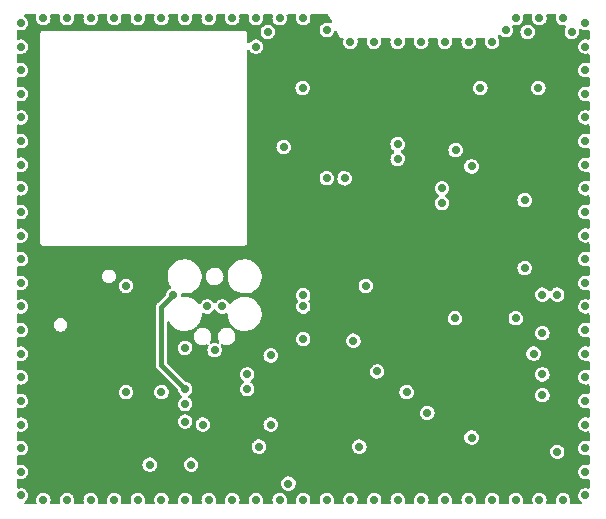
<source format=gbr>
%TF.GenerationSoftware,KiCad,Pcbnew,6.0.0*%
%TF.CreationDate,2022-06-11T19:07:51+02:00*%
%TF.ProjectId,cowdin-3c-esp-ui,636f7764-696e-42d3-9363-2d6573702d75,1*%
%TF.SameCoordinates,Original*%
%TF.FileFunction,Copper,L3,Inr*%
%TF.FilePolarity,Positive*%
%FSLAX46Y46*%
G04 Gerber Fmt 4.6, Leading zero omitted, Abs format (unit mm)*
G04 Created by KiCad (PCBNEW 6.0.0) date 2022-06-11 19:07:51*
%MOMM*%
%LPD*%
G01*
G04 APERTURE LIST*
%TA.AperFunction,ViaPad*%
%ADD10C,0.711200*%
%TD*%
%TA.AperFunction,Conductor*%
%ADD11C,0.203200*%
%TD*%
%TA.AperFunction,Conductor*%
%ADD12C,0.406400*%
%TD*%
%TA.AperFunction,Conductor*%
%ADD13C,0.304800*%
%TD*%
G04 APERTURE END LIST*
D10*
%TO.N,+3.3V*%
X159000000Y-122000000D03*
X164300000Y-101300000D03*
X165750000Y-105750000D03*
X156250000Y-106100000D03*
X152500000Y-123750000D03*
X133500000Y-110900000D03*
X141000000Y-122400000D03*
X151500000Y-124250000D03*
X171150000Y-123750000D03*
X151500000Y-123250000D03*
%TO.N,GND*%
X124600000Y-117000000D03*
X166500000Y-125400000D03*
X162750000Y-97150000D03*
X152500000Y-125400000D03*
X144750000Y-120875000D03*
X167500000Y-85750000D03*
X168400000Y-90500000D03*
X124600000Y-103000000D03*
X140500000Y-125400000D03*
X148500000Y-84600000D03*
X172400000Y-87000000D03*
X168500000Y-125400000D03*
X160500000Y-86600000D03*
X157250000Y-116250000D03*
X172400000Y-121000000D03*
X124600000Y-115000000D03*
X136500000Y-125400000D03*
X126500000Y-84600000D03*
X124600000Y-99000000D03*
X128500000Y-125400000D03*
X162750000Y-120100000D03*
X136500000Y-84600000D03*
X172400000Y-99000000D03*
X161350000Y-110000000D03*
X150500000Y-98150000D03*
X158500000Y-125400000D03*
X172400000Y-91000000D03*
X143750000Y-116000000D03*
X172400000Y-93000000D03*
X162500000Y-125400000D03*
X172400000Y-107000000D03*
X144500000Y-125400000D03*
X156500000Y-125400000D03*
X172400000Y-109000000D03*
X124600000Y-95000000D03*
X142500000Y-84600000D03*
X152750000Y-111900000D03*
X172400000Y-97000000D03*
X159002566Y-118004033D03*
X152500000Y-86600000D03*
X148500000Y-125400000D03*
X132500000Y-125400000D03*
X124600000Y-89000000D03*
X150500000Y-125400000D03*
X138500000Y-125400000D03*
X135500000Y-122400000D03*
X138500000Y-112500000D03*
X168500000Y-84600000D03*
X146500000Y-125400000D03*
X156500000Y-86600000D03*
X167250000Y-100000000D03*
X170500000Y-125400000D03*
X146850000Y-95500000D03*
X172400000Y-113000000D03*
X130500000Y-125400000D03*
X153250000Y-120875000D03*
X144500000Y-84600000D03*
X145750000Y-113150000D03*
X138500000Y-84600000D03*
X147250000Y-124000000D03*
X124600000Y-87000000D03*
X124600000Y-113000000D03*
X172400000Y-123000000D03*
X124600000Y-107000000D03*
X141000000Y-112700000D03*
X172400000Y-105000000D03*
X160500000Y-125400000D03*
X124600000Y-121000000D03*
X124600000Y-119000000D03*
X172400000Y-95000000D03*
X153800000Y-107250000D03*
X146500000Y-84600000D03*
X124600000Y-97000000D03*
X124600000Y-91000000D03*
X138500000Y-117250000D03*
X172400000Y-125000000D03*
X130500000Y-84600000D03*
X164500000Y-125400000D03*
X145500000Y-85750000D03*
X124600000Y-125000000D03*
X140500000Y-84600000D03*
X172400000Y-115000000D03*
X163500000Y-90500000D03*
X124600000Y-109000000D03*
X164500000Y-86600000D03*
X172400000Y-117000000D03*
X124600000Y-111000000D03*
X170500000Y-84600000D03*
X154500000Y-125400000D03*
X162500000Y-86600000D03*
X124600000Y-93000000D03*
X150500000Y-85600000D03*
X124600000Y-105000000D03*
X165650000Y-85600000D03*
X134500000Y-125400000D03*
X167250000Y-105750000D03*
X166500000Y-84600000D03*
X154500000Y-86600000D03*
X172400000Y-85000000D03*
X161400000Y-95750000D03*
X148450000Y-90500000D03*
X158500000Y-86600000D03*
X145750000Y-119000000D03*
X172400000Y-111000000D03*
X124600000Y-85000000D03*
X124600000Y-123000000D03*
X172400000Y-119000000D03*
X124600000Y-101000000D03*
X126500000Y-125400000D03*
X172400000Y-103000000D03*
X139000000Y-122400000D03*
X170000000Y-121300000D03*
X171250000Y-85750000D03*
X132500000Y-84600000D03*
X166500000Y-110000000D03*
X142500000Y-125400000D03*
X128500000Y-84600000D03*
X134500000Y-84600000D03*
X144500000Y-87000000D03*
X172400000Y-89000000D03*
X152000000Y-98150000D03*
X133500000Y-116250000D03*
X172400000Y-101000000D03*
%TO.N,SW1*%
X136500000Y-116250000D03*
X143750000Y-114750000D03*
X138500000Y-118750000D03*
%TO.N,SW2*%
X168000000Y-113000000D03*
%TO.N,SW3*%
X168750000Y-114750000D03*
%TO.N,SW4*%
X168750000Y-111250000D03*
%TO.N,SW5*%
X168750000Y-116500000D03*
%TO.N,DISP_SCK*%
X160250000Y-99000000D03*
X156492500Y-95250000D03*
%TO.N,DISP_MOSI*%
X160250000Y-100250000D03*
X156500000Y-96500000D03*
%TO.N,Net-(D1-Pad3)*%
X141635000Y-109000000D03*
%TO.N,Net-(D1-Pad1)*%
X140365000Y-109000000D03*
%TO.N,Net-(TP1-Pad1)*%
X168750000Y-108000000D03*
%TO.N,RST*%
X140000000Y-119000000D03*
X154750000Y-114500000D03*
%TO.N,SWCLK*%
X148500000Y-109000000D03*
%TO.N,SWDAT*%
X148500000Y-108050000D03*
%TO.N,+VUSB*%
X137500000Y-108050000D03*
X138500000Y-116000000D03*
%TO.N,Net-(D2-Pad1)*%
X133500000Y-107250000D03*
%TO.N,Net-(TP2-Pad1)*%
X170000000Y-108000000D03*
%TO.N,LED1*%
X148500000Y-111750000D03*
%TD*%
D11*
%TO.N,+3.3V*%
X158250000Y-122000000D02*
X156250000Y-120000000D01*
D12*
X164300000Y-101300000D02*
X158900000Y-101300000D01*
X171150000Y-123750000D02*
X163400000Y-123750000D01*
D13*
X136800000Y-117800000D02*
X136800000Y-119600000D01*
X133500000Y-110900000D02*
X133500000Y-114500000D01*
D12*
X163400000Y-123750000D02*
X161650000Y-122000000D01*
X147400000Y-122400000D02*
X141000000Y-122400000D01*
X156250000Y-120000000D02*
X152500000Y-123750000D01*
X164250000Y-105950000D02*
X164450000Y-105750000D01*
X151500000Y-124250000D02*
X149250000Y-124250000D01*
D11*
X159000000Y-122000000D02*
X158250000Y-122000000D01*
D12*
X156250000Y-106100000D02*
X156250000Y-120000000D01*
X161650000Y-122000000D02*
X159000000Y-122000000D01*
D13*
X133500000Y-114500000D02*
X136800000Y-117800000D01*
X137900000Y-120700000D02*
X139300000Y-120700000D01*
D12*
X156250000Y-106100000D02*
X164100000Y-106100000D01*
X164100000Y-106100000D02*
X164250000Y-105950000D01*
D13*
X136800000Y-119600000D02*
X137900000Y-120700000D01*
X139300000Y-120700000D02*
X141000000Y-122400000D01*
D12*
X158900000Y-101300000D02*
X156250000Y-103950000D01*
X149250000Y-124250000D02*
X147400000Y-122400000D01*
X164450000Y-105750000D02*
X165750000Y-105750000D01*
X156250000Y-103950000D02*
X156250000Y-106100000D01*
%TO.N,+VUSB*%
X137500000Y-108050000D02*
X136500000Y-109050000D01*
X136500000Y-114000000D02*
X138500000Y-116000000D01*
X136500000Y-109050000D02*
X136500000Y-114000000D01*
%TD*%
%TA.AperFunction,Conductor*%
%TO.N,+3.3V*%
G36*
X125863795Y-84274002D02*
G01*
X125910288Y-84327658D01*
X125920392Y-84397932D01*
X125913066Y-84425771D01*
X125904727Y-84447160D01*
X125903735Y-84454693D01*
X125903735Y-84454694D01*
X125886743Y-84583769D01*
X125885453Y-84593564D01*
X125901657Y-84740340D01*
X125904267Y-84747472D01*
X125945802Y-84860972D01*
X125952404Y-84879014D01*
X125956640Y-84885317D01*
X125956640Y-84885318D01*
X126027162Y-84990265D01*
X126034765Y-85001580D01*
X126040384Y-85006693D01*
X126040385Y-85006694D01*
X126133797Y-85091692D01*
X126143985Y-85100962D01*
X126273758Y-85171423D01*
X126416592Y-85208895D01*
X126493379Y-85210101D01*
X126556643Y-85211095D01*
X126556646Y-85211095D01*
X126564241Y-85211214D01*
X126624102Y-85197504D01*
X126700779Y-85179943D01*
X126700783Y-85179942D01*
X126708182Y-85178247D01*
X126767426Y-85148451D01*
X126833321Y-85115310D01*
X126833324Y-85115308D01*
X126840104Y-85111898D01*
X126952391Y-85015995D01*
X127038561Y-84896077D01*
X127093640Y-84759065D01*
X127101567Y-84703363D01*
X127113865Y-84616955D01*
X127113865Y-84616952D01*
X127114446Y-84612871D01*
X127114581Y-84600000D01*
X127113222Y-84588765D01*
X127102527Y-84500390D01*
X127096841Y-84453402D01*
X127085934Y-84424537D01*
X127080566Y-84353745D01*
X127114323Y-84291288D01*
X127176489Y-84256996D01*
X127203800Y-84254000D01*
X127795674Y-84254000D01*
X127863795Y-84274002D01*
X127910288Y-84327658D01*
X127920392Y-84397932D01*
X127913066Y-84425771D01*
X127904727Y-84447160D01*
X127903735Y-84454693D01*
X127903735Y-84454694D01*
X127886743Y-84583769D01*
X127885453Y-84593564D01*
X127901657Y-84740340D01*
X127904267Y-84747472D01*
X127945802Y-84860972D01*
X127952404Y-84879014D01*
X127956640Y-84885317D01*
X127956640Y-84885318D01*
X128027162Y-84990265D01*
X128034765Y-85001580D01*
X128040384Y-85006693D01*
X128040385Y-85006694D01*
X128133797Y-85091692D01*
X128143985Y-85100962D01*
X128273758Y-85171423D01*
X128416592Y-85208895D01*
X128493379Y-85210101D01*
X128556643Y-85211095D01*
X128556646Y-85211095D01*
X128564241Y-85211214D01*
X128624102Y-85197504D01*
X128700779Y-85179943D01*
X128700783Y-85179942D01*
X128708182Y-85178247D01*
X128767426Y-85148451D01*
X128833321Y-85115310D01*
X128833324Y-85115308D01*
X128840104Y-85111898D01*
X128952391Y-85015995D01*
X129038561Y-84896077D01*
X129093640Y-84759065D01*
X129101567Y-84703363D01*
X129113865Y-84616955D01*
X129113865Y-84616952D01*
X129114446Y-84612871D01*
X129114581Y-84600000D01*
X129113222Y-84588765D01*
X129102527Y-84500390D01*
X129096841Y-84453402D01*
X129085934Y-84424537D01*
X129080566Y-84353745D01*
X129114323Y-84291288D01*
X129176489Y-84256996D01*
X129203800Y-84254000D01*
X129795674Y-84254000D01*
X129863795Y-84274002D01*
X129910288Y-84327658D01*
X129920392Y-84397932D01*
X129913066Y-84425771D01*
X129904727Y-84447160D01*
X129903735Y-84454693D01*
X129903735Y-84454694D01*
X129886743Y-84583769D01*
X129885453Y-84593564D01*
X129901657Y-84740340D01*
X129904267Y-84747472D01*
X129945802Y-84860972D01*
X129952404Y-84879014D01*
X129956640Y-84885317D01*
X129956640Y-84885318D01*
X130027162Y-84990265D01*
X130034765Y-85001580D01*
X130040384Y-85006693D01*
X130040385Y-85006694D01*
X130133797Y-85091692D01*
X130143985Y-85100962D01*
X130273758Y-85171423D01*
X130416592Y-85208895D01*
X130493379Y-85210101D01*
X130556643Y-85211095D01*
X130556646Y-85211095D01*
X130564241Y-85211214D01*
X130624102Y-85197504D01*
X130700779Y-85179943D01*
X130700783Y-85179942D01*
X130708182Y-85178247D01*
X130767426Y-85148451D01*
X130833321Y-85115310D01*
X130833324Y-85115308D01*
X130840104Y-85111898D01*
X130952391Y-85015995D01*
X131038561Y-84896077D01*
X131093640Y-84759065D01*
X131101567Y-84703363D01*
X131113865Y-84616955D01*
X131113865Y-84616952D01*
X131114446Y-84612871D01*
X131114581Y-84600000D01*
X131113222Y-84588765D01*
X131102527Y-84500390D01*
X131096841Y-84453402D01*
X131085934Y-84424537D01*
X131080566Y-84353745D01*
X131114323Y-84291288D01*
X131176489Y-84256996D01*
X131203800Y-84254000D01*
X131795674Y-84254000D01*
X131863795Y-84274002D01*
X131910288Y-84327658D01*
X131920392Y-84397932D01*
X131913066Y-84425771D01*
X131904727Y-84447160D01*
X131903735Y-84454693D01*
X131903735Y-84454694D01*
X131886743Y-84583769D01*
X131885453Y-84593564D01*
X131901657Y-84740340D01*
X131904267Y-84747472D01*
X131945802Y-84860972D01*
X131952404Y-84879014D01*
X131956640Y-84885317D01*
X131956640Y-84885318D01*
X132027162Y-84990265D01*
X132034765Y-85001580D01*
X132040384Y-85006693D01*
X132040385Y-85006694D01*
X132133797Y-85091692D01*
X132143985Y-85100962D01*
X132273758Y-85171423D01*
X132416592Y-85208895D01*
X132493379Y-85210101D01*
X132556643Y-85211095D01*
X132556646Y-85211095D01*
X132564241Y-85211214D01*
X132624102Y-85197504D01*
X132700779Y-85179943D01*
X132700783Y-85179942D01*
X132708182Y-85178247D01*
X132767426Y-85148451D01*
X132833321Y-85115310D01*
X132833324Y-85115308D01*
X132840104Y-85111898D01*
X132952391Y-85015995D01*
X133038561Y-84896077D01*
X133093640Y-84759065D01*
X133101567Y-84703363D01*
X133113865Y-84616955D01*
X133113865Y-84616952D01*
X133114446Y-84612871D01*
X133114581Y-84600000D01*
X133113222Y-84588765D01*
X133102527Y-84500390D01*
X133096841Y-84453402D01*
X133085934Y-84424537D01*
X133080566Y-84353745D01*
X133114323Y-84291288D01*
X133176489Y-84256996D01*
X133203800Y-84254000D01*
X133795674Y-84254000D01*
X133863795Y-84274002D01*
X133910288Y-84327658D01*
X133920392Y-84397932D01*
X133913066Y-84425771D01*
X133904727Y-84447160D01*
X133903735Y-84454693D01*
X133903735Y-84454694D01*
X133886743Y-84583769D01*
X133885453Y-84593564D01*
X133901657Y-84740340D01*
X133904267Y-84747472D01*
X133945802Y-84860972D01*
X133952404Y-84879014D01*
X133956640Y-84885317D01*
X133956640Y-84885318D01*
X134027162Y-84990265D01*
X134034765Y-85001580D01*
X134040384Y-85006693D01*
X134040385Y-85006694D01*
X134133797Y-85091692D01*
X134143985Y-85100962D01*
X134273758Y-85171423D01*
X134416592Y-85208895D01*
X134493379Y-85210101D01*
X134556643Y-85211095D01*
X134556646Y-85211095D01*
X134564241Y-85211214D01*
X134624102Y-85197504D01*
X134700779Y-85179943D01*
X134700783Y-85179942D01*
X134708182Y-85178247D01*
X134767426Y-85148451D01*
X134833321Y-85115310D01*
X134833324Y-85115308D01*
X134840104Y-85111898D01*
X134952391Y-85015995D01*
X135038561Y-84896077D01*
X135093640Y-84759065D01*
X135101567Y-84703363D01*
X135113865Y-84616955D01*
X135113865Y-84616952D01*
X135114446Y-84612871D01*
X135114581Y-84600000D01*
X135113222Y-84588765D01*
X135102527Y-84500390D01*
X135096841Y-84453402D01*
X135085934Y-84424537D01*
X135080566Y-84353745D01*
X135114323Y-84291288D01*
X135176489Y-84256996D01*
X135203800Y-84254000D01*
X135795674Y-84254000D01*
X135863795Y-84274002D01*
X135910288Y-84327658D01*
X135920392Y-84397932D01*
X135913066Y-84425771D01*
X135904727Y-84447160D01*
X135903735Y-84454693D01*
X135903735Y-84454694D01*
X135886743Y-84583769D01*
X135885453Y-84593564D01*
X135901657Y-84740340D01*
X135904267Y-84747472D01*
X135945802Y-84860972D01*
X135952404Y-84879014D01*
X135956640Y-84885317D01*
X135956640Y-84885318D01*
X136027162Y-84990265D01*
X136034765Y-85001580D01*
X136040384Y-85006693D01*
X136040385Y-85006694D01*
X136133797Y-85091692D01*
X136143985Y-85100962D01*
X136273758Y-85171423D01*
X136416592Y-85208895D01*
X136493379Y-85210101D01*
X136556643Y-85211095D01*
X136556646Y-85211095D01*
X136564241Y-85211214D01*
X136624102Y-85197504D01*
X136700779Y-85179943D01*
X136700783Y-85179942D01*
X136708182Y-85178247D01*
X136767426Y-85148451D01*
X136833321Y-85115310D01*
X136833324Y-85115308D01*
X136840104Y-85111898D01*
X136952391Y-85015995D01*
X137038561Y-84896077D01*
X137093640Y-84759065D01*
X137101567Y-84703363D01*
X137113865Y-84616955D01*
X137113865Y-84616952D01*
X137114446Y-84612871D01*
X137114581Y-84600000D01*
X137113222Y-84588765D01*
X137102527Y-84500390D01*
X137096841Y-84453402D01*
X137085934Y-84424537D01*
X137080566Y-84353745D01*
X137114323Y-84291288D01*
X137176489Y-84256996D01*
X137203800Y-84254000D01*
X137795674Y-84254000D01*
X137863795Y-84274002D01*
X137910288Y-84327658D01*
X137920392Y-84397932D01*
X137913066Y-84425771D01*
X137904727Y-84447160D01*
X137903735Y-84454693D01*
X137903735Y-84454694D01*
X137886743Y-84583769D01*
X137885453Y-84593564D01*
X137901657Y-84740340D01*
X137904267Y-84747472D01*
X137945802Y-84860972D01*
X137952404Y-84879014D01*
X137956640Y-84885317D01*
X137956640Y-84885318D01*
X138027162Y-84990265D01*
X138034765Y-85001580D01*
X138040384Y-85006693D01*
X138040385Y-85006694D01*
X138133797Y-85091692D01*
X138143985Y-85100962D01*
X138273758Y-85171423D01*
X138416592Y-85208895D01*
X138493379Y-85210101D01*
X138556643Y-85211095D01*
X138556646Y-85211095D01*
X138564241Y-85211214D01*
X138624102Y-85197504D01*
X138700779Y-85179943D01*
X138700783Y-85179942D01*
X138708182Y-85178247D01*
X138767426Y-85148451D01*
X138833321Y-85115310D01*
X138833324Y-85115308D01*
X138840104Y-85111898D01*
X138952391Y-85015995D01*
X139038561Y-84896077D01*
X139093640Y-84759065D01*
X139101567Y-84703363D01*
X139113865Y-84616955D01*
X139113865Y-84616952D01*
X139114446Y-84612871D01*
X139114581Y-84600000D01*
X139113222Y-84588765D01*
X139102527Y-84500390D01*
X139096841Y-84453402D01*
X139085934Y-84424537D01*
X139080566Y-84353745D01*
X139114323Y-84291288D01*
X139176489Y-84256996D01*
X139203800Y-84254000D01*
X139795674Y-84254000D01*
X139863795Y-84274002D01*
X139910288Y-84327658D01*
X139920392Y-84397932D01*
X139913066Y-84425771D01*
X139904727Y-84447160D01*
X139903735Y-84454693D01*
X139903735Y-84454694D01*
X139886743Y-84583769D01*
X139885453Y-84593564D01*
X139901657Y-84740340D01*
X139904267Y-84747472D01*
X139945802Y-84860972D01*
X139952404Y-84879014D01*
X139956640Y-84885317D01*
X139956640Y-84885318D01*
X140027162Y-84990265D01*
X140034765Y-85001580D01*
X140040384Y-85006693D01*
X140040385Y-85006694D01*
X140133797Y-85091692D01*
X140143985Y-85100962D01*
X140273758Y-85171423D01*
X140416592Y-85208895D01*
X140493379Y-85210101D01*
X140556643Y-85211095D01*
X140556646Y-85211095D01*
X140564241Y-85211214D01*
X140624102Y-85197504D01*
X140700779Y-85179943D01*
X140700783Y-85179942D01*
X140708182Y-85178247D01*
X140767426Y-85148451D01*
X140833321Y-85115310D01*
X140833324Y-85115308D01*
X140840104Y-85111898D01*
X140952391Y-85015995D01*
X141038561Y-84896077D01*
X141093640Y-84759065D01*
X141101567Y-84703363D01*
X141113865Y-84616955D01*
X141113865Y-84616952D01*
X141114446Y-84612871D01*
X141114581Y-84600000D01*
X141113222Y-84588765D01*
X141102527Y-84500390D01*
X141096841Y-84453402D01*
X141085934Y-84424537D01*
X141080566Y-84353745D01*
X141114323Y-84291288D01*
X141176489Y-84256996D01*
X141203800Y-84254000D01*
X141795674Y-84254000D01*
X141863795Y-84274002D01*
X141910288Y-84327658D01*
X141920392Y-84397932D01*
X141913066Y-84425771D01*
X141904727Y-84447160D01*
X141903735Y-84454693D01*
X141903735Y-84454694D01*
X141886743Y-84583769D01*
X141885453Y-84593564D01*
X141901657Y-84740340D01*
X141904267Y-84747472D01*
X141945802Y-84860972D01*
X141952404Y-84879014D01*
X141956640Y-84885317D01*
X141956640Y-84885318D01*
X142027162Y-84990265D01*
X142034765Y-85001580D01*
X142040384Y-85006693D01*
X142040385Y-85006694D01*
X142133797Y-85091692D01*
X142143985Y-85100962D01*
X142273758Y-85171423D01*
X142416592Y-85208895D01*
X142493379Y-85210101D01*
X142556643Y-85211095D01*
X142556646Y-85211095D01*
X142564241Y-85211214D01*
X142624102Y-85197504D01*
X142700779Y-85179943D01*
X142700783Y-85179942D01*
X142708182Y-85178247D01*
X142767426Y-85148451D01*
X142833321Y-85115310D01*
X142833324Y-85115308D01*
X142840104Y-85111898D01*
X142952391Y-85015995D01*
X143038561Y-84896077D01*
X143093640Y-84759065D01*
X143101567Y-84703363D01*
X143113865Y-84616955D01*
X143113865Y-84616952D01*
X143114446Y-84612871D01*
X143114581Y-84600000D01*
X143113222Y-84588765D01*
X143102527Y-84500390D01*
X143096841Y-84453402D01*
X143085934Y-84424537D01*
X143080566Y-84353745D01*
X143114323Y-84291288D01*
X143176489Y-84256996D01*
X143203800Y-84254000D01*
X143795674Y-84254000D01*
X143863795Y-84274002D01*
X143910288Y-84327658D01*
X143920392Y-84397932D01*
X143913066Y-84425771D01*
X143904727Y-84447160D01*
X143903735Y-84454693D01*
X143903735Y-84454694D01*
X143886743Y-84583769D01*
X143885453Y-84593564D01*
X143901657Y-84740340D01*
X143904267Y-84747472D01*
X143945802Y-84860972D01*
X143952404Y-84879014D01*
X143956640Y-84885317D01*
X143956640Y-84885318D01*
X144027162Y-84990265D01*
X144034765Y-85001580D01*
X144040384Y-85006693D01*
X144040385Y-85006694D01*
X144133797Y-85091692D01*
X144143985Y-85100962D01*
X144273758Y-85171423D01*
X144416592Y-85208895D01*
X144493379Y-85210101D01*
X144556643Y-85211095D01*
X144556646Y-85211095D01*
X144564241Y-85211214D01*
X144624102Y-85197504D01*
X144700779Y-85179943D01*
X144700783Y-85179942D01*
X144708182Y-85178247D01*
X144767426Y-85148451D01*
X144833321Y-85115310D01*
X144833324Y-85115308D01*
X144840104Y-85111898D01*
X144952391Y-85015995D01*
X145038561Y-84896077D01*
X145093640Y-84759065D01*
X145101567Y-84703363D01*
X145113865Y-84616955D01*
X145113865Y-84616952D01*
X145114446Y-84612871D01*
X145114581Y-84600000D01*
X145113222Y-84588765D01*
X145102527Y-84500390D01*
X145096841Y-84453402D01*
X145085934Y-84424537D01*
X145080566Y-84353745D01*
X145114323Y-84291288D01*
X145176489Y-84256996D01*
X145203800Y-84254000D01*
X145795674Y-84254000D01*
X145863795Y-84274002D01*
X145910288Y-84327658D01*
X145920392Y-84397932D01*
X145913066Y-84425771D01*
X145904727Y-84447160D01*
X145903735Y-84454693D01*
X145903735Y-84454694D01*
X145886743Y-84583769D01*
X145885453Y-84593564D01*
X145901657Y-84740340D01*
X145904267Y-84747472D01*
X145945802Y-84860972D01*
X145952404Y-84879014D01*
X145956640Y-84885317D01*
X145956640Y-84885318D01*
X146027162Y-84990265D01*
X146034765Y-85001580D01*
X146040384Y-85006693D01*
X146040385Y-85006694D01*
X146133797Y-85091692D01*
X146143985Y-85100962D01*
X146273758Y-85171423D01*
X146416592Y-85208895D01*
X146493379Y-85210101D01*
X146556643Y-85211095D01*
X146556646Y-85211095D01*
X146564241Y-85211214D01*
X146624102Y-85197504D01*
X146700779Y-85179943D01*
X146700783Y-85179942D01*
X146708182Y-85178247D01*
X146767426Y-85148451D01*
X146833321Y-85115310D01*
X146833324Y-85115308D01*
X146840104Y-85111898D01*
X146952391Y-85015995D01*
X147038561Y-84896077D01*
X147093640Y-84759065D01*
X147101567Y-84703363D01*
X147113865Y-84616955D01*
X147113865Y-84616952D01*
X147114446Y-84612871D01*
X147114581Y-84600000D01*
X147113222Y-84588765D01*
X147102527Y-84500390D01*
X147096841Y-84453402D01*
X147085934Y-84424537D01*
X147080566Y-84353745D01*
X147114323Y-84291288D01*
X147176489Y-84256996D01*
X147203800Y-84254000D01*
X147795674Y-84254000D01*
X147863795Y-84274002D01*
X147910288Y-84327658D01*
X147920392Y-84397932D01*
X147913066Y-84425771D01*
X147904727Y-84447160D01*
X147903735Y-84454693D01*
X147903735Y-84454694D01*
X147886743Y-84583769D01*
X147885453Y-84593564D01*
X147901657Y-84740340D01*
X147904267Y-84747472D01*
X147945802Y-84860972D01*
X147952404Y-84879014D01*
X147956640Y-84885317D01*
X147956640Y-84885318D01*
X148027162Y-84990265D01*
X148034765Y-85001580D01*
X148040384Y-85006693D01*
X148040385Y-85006694D01*
X148133797Y-85091692D01*
X148143985Y-85100962D01*
X148273758Y-85171423D01*
X148416592Y-85208895D01*
X148493379Y-85210101D01*
X148556643Y-85211095D01*
X148556646Y-85211095D01*
X148564241Y-85211214D01*
X148624102Y-85197504D01*
X148700779Y-85179943D01*
X148700783Y-85179942D01*
X148708182Y-85178247D01*
X148767426Y-85148451D01*
X148833321Y-85115310D01*
X148833324Y-85115308D01*
X148840104Y-85111898D01*
X148952391Y-85015995D01*
X149038561Y-84896077D01*
X149093640Y-84759065D01*
X149101567Y-84703363D01*
X149113865Y-84616955D01*
X149113865Y-84616952D01*
X149114446Y-84612871D01*
X149114581Y-84600000D01*
X149113222Y-84588765D01*
X149102527Y-84500390D01*
X149096841Y-84453402D01*
X149085934Y-84424537D01*
X149080566Y-84353745D01*
X149114323Y-84291288D01*
X149176489Y-84256996D01*
X149203800Y-84254000D01*
X150515147Y-84254000D01*
X150583268Y-84274002D01*
X150627845Y-84323651D01*
X150896506Y-84860972D01*
X150909080Y-84930846D01*
X150881881Y-84996426D01*
X150823545Y-85036891D01*
X150752592Y-85039393D01*
X150734148Y-85032268D01*
X150734053Y-85032516D01*
X150726957Y-85029792D01*
X150720246Y-85026239D01*
X150654883Y-85009821D01*
X150584398Y-84992116D01*
X150584394Y-84992116D01*
X150577027Y-84990265D01*
X150569428Y-84990225D01*
X150569426Y-84990225D01*
X150507798Y-84989903D01*
X150429362Y-84989492D01*
X150421982Y-84991264D01*
X150421980Y-84991264D01*
X150293153Y-85022192D01*
X150293149Y-85022193D01*
X150285774Y-85023964D01*
X150154554Y-85091692D01*
X150148832Y-85096684D01*
X150148830Y-85096685D01*
X150059246Y-85174834D01*
X150043277Y-85188765D01*
X149958368Y-85309579D01*
X149955609Y-85316654D01*
X149955608Y-85316657D01*
X149914954Y-85420930D01*
X149904727Y-85447160D01*
X149903735Y-85454693D01*
X149903735Y-85454694D01*
X149886978Y-85581983D01*
X149885453Y-85593564D01*
X149901657Y-85740340D01*
X149904267Y-85747472D01*
X149949053Y-85869856D01*
X149952404Y-85879014D01*
X149956640Y-85885317D01*
X149956640Y-85885318D01*
X149991655Y-85937425D01*
X150034765Y-86001580D01*
X150040384Y-86006693D01*
X150040385Y-86006694D01*
X150138369Y-86095852D01*
X150143985Y-86100962D01*
X150273758Y-86171423D01*
X150416592Y-86208895D01*
X150493379Y-86210101D01*
X150556643Y-86211095D01*
X150556646Y-86211095D01*
X150564241Y-86211214D01*
X150632219Y-86195645D01*
X150700779Y-86179943D01*
X150700783Y-86179942D01*
X150708182Y-86178247D01*
X150732543Y-86165995D01*
X150833321Y-86115310D01*
X150833324Y-86115308D01*
X150840104Y-86111898D01*
X150952391Y-86015995D01*
X151038561Y-85896077D01*
X151093640Y-85759065D01*
X151094710Y-85751548D01*
X151094993Y-85750491D01*
X151131945Y-85689869D01*
X151195807Y-85658848D01*
X151266301Y-85667278D01*
X151321047Y-85712482D01*
X151329397Y-85726755D01*
X151500670Y-86069301D01*
X151504381Y-86077433D01*
X151508316Y-86086932D01*
X151510737Y-86099106D01*
X151523442Y-86118120D01*
X151525549Y-86121273D01*
X151527855Y-86125240D01*
X151527935Y-86125189D01*
X151531235Y-86130431D01*
X151534003Y-86135968D01*
X151541074Y-86145079D01*
X151546296Y-86152325D01*
X151559982Y-86172807D01*
X151566876Y-86183124D01*
X151574612Y-86188293D01*
X151580318Y-86195645D01*
X151591098Y-86201790D01*
X151591100Y-86201792D01*
X151612515Y-86214000D01*
X151620102Y-86218688D01*
X151650894Y-86239263D01*
X151660019Y-86241078D01*
X151668104Y-86245687D01*
X151702082Y-86249970D01*
X151704860Y-86250320D01*
X151713687Y-86251753D01*
X151716396Y-86252292D01*
X151724983Y-86254000D01*
X151731176Y-86254000D01*
X151737336Y-86254607D01*
X151737327Y-86254702D01*
X151741896Y-86254989D01*
X151768359Y-86258325D01*
X151780329Y-86255047D01*
X151786630Y-86254599D01*
X151855998Y-86269721D01*
X151906178Y-86319945D01*
X151921239Y-86389326D01*
X151912956Y-86426053D01*
X151907488Y-86440077D01*
X151907487Y-86440080D01*
X151904727Y-86447160D01*
X151903735Y-86454693D01*
X151903735Y-86454694D01*
X151886743Y-86583769D01*
X151885453Y-86593564D01*
X151901657Y-86740340D01*
X151904267Y-86747472D01*
X151945791Y-86860942D01*
X151952404Y-86879014D01*
X151956640Y-86885317D01*
X151956640Y-86885318D01*
X151968019Y-86902251D01*
X152034765Y-87001580D01*
X152040384Y-87006693D01*
X152040385Y-87006694D01*
X152050607Y-87015995D01*
X152143985Y-87100962D01*
X152273758Y-87171423D01*
X152416592Y-87208895D01*
X152493379Y-87210101D01*
X152556643Y-87211095D01*
X152556646Y-87211095D01*
X152564241Y-87211214D01*
X152616036Y-87199351D01*
X152700779Y-87179943D01*
X152700783Y-87179942D01*
X152708182Y-87178247D01*
X152761286Y-87151539D01*
X152833321Y-87115310D01*
X152833324Y-87115308D01*
X152840104Y-87111898D01*
X152952391Y-87015995D01*
X153038561Y-86896077D01*
X153093640Y-86759065D01*
X153114446Y-86612871D01*
X153114581Y-86600000D01*
X153113222Y-86588765D01*
X153102527Y-86500390D01*
X153096841Y-86453402D01*
X153085934Y-86424537D01*
X153080566Y-86353745D01*
X153114323Y-86291288D01*
X153176489Y-86256996D01*
X153203800Y-86254000D01*
X153795674Y-86254000D01*
X153863795Y-86274002D01*
X153910288Y-86327658D01*
X153920392Y-86397932D01*
X153913066Y-86425772D01*
X153907489Y-86440077D01*
X153904727Y-86447160D01*
X153903735Y-86454693D01*
X153903735Y-86454694D01*
X153886743Y-86583769D01*
X153885453Y-86593564D01*
X153901657Y-86740340D01*
X153904267Y-86747472D01*
X153945791Y-86860942D01*
X153952404Y-86879014D01*
X153956640Y-86885317D01*
X153956640Y-86885318D01*
X153968019Y-86902251D01*
X154034765Y-87001580D01*
X154040384Y-87006693D01*
X154040385Y-87006694D01*
X154050607Y-87015995D01*
X154143985Y-87100962D01*
X154273758Y-87171423D01*
X154416592Y-87208895D01*
X154493379Y-87210101D01*
X154556643Y-87211095D01*
X154556646Y-87211095D01*
X154564241Y-87211214D01*
X154616036Y-87199351D01*
X154700779Y-87179943D01*
X154700783Y-87179942D01*
X154708182Y-87178247D01*
X154761286Y-87151539D01*
X154833321Y-87115310D01*
X154833324Y-87115308D01*
X154840104Y-87111898D01*
X154952391Y-87015995D01*
X155038561Y-86896077D01*
X155093640Y-86759065D01*
X155114446Y-86612871D01*
X155114581Y-86600000D01*
X155113222Y-86588765D01*
X155102527Y-86500390D01*
X155096841Y-86453402D01*
X155085934Y-86424537D01*
X155080566Y-86353745D01*
X155114323Y-86291288D01*
X155176489Y-86256996D01*
X155203800Y-86254000D01*
X155795674Y-86254000D01*
X155863795Y-86274002D01*
X155910288Y-86327658D01*
X155920392Y-86397932D01*
X155913066Y-86425772D01*
X155907489Y-86440077D01*
X155904727Y-86447160D01*
X155903735Y-86454693D01*
X155903735Y-86454694D01*
X155886743Y-86583769D01*
X155885453Y-86593564D01*
X155901657Y-86740340D01*
X155904267Y-86747472D01*
X155945791Y-86860942D01*
X155952404Y-86879014D01*
X155956640Y-86885317D01*
X155956640Y-86885318D01*
X155968019Y-86902251D01*
X156034765Y-87001580D01*
X156040384Y-87006693D01*
X156040385Y-87006694D01*
X156050607Y-87015995D01*
X156143985Y-87100962D01*
X156273758Y-87171423D01*
X156416592Y-87208895D01*
X156493379Y-87210101D01*
X156556643Y-87211095D01*
X156556646Y-87211095D01*
X156564241Y-87211214D01*
X156616036Y-87199351D01*
X156700779Y-87179943D01*
X156700783Y-87179942D01*
X156708182Y-87178247D01*
X156761286Y-87151539D01*
X156833321Y-87115310D01*
X156833324Y-87115308D01*
X156840104Y-87111898D01*
X156952391Y-87015995D01*
X157038561Y-86896077D01*
X157093640Y-86759065D01*
X157114446Y-86612871D01*
X157114581Y-86600000D01*
X157113222Y-86588765D01*
X157102527Y-86500390D01*
X157096841Y-86453402D01*
X157085934Y-86424537D01*
X157080566Y-86353745D01*
X157114323Y-86291288D01*
X157176489Y-86256996D01*
X157203800Y-86254000D01*
X157795674Y-86254000D01*
X157863795Y-86274002D01*
X157910288Y-86327658D01*
X157920392Y-86397932D01*
X157913066Y-86425772D01*
X157907489Y-86440077D01*
X157904727Y-86447160D01*
X157903735Y-86454693D01*
X157903735Y-86454694D01*
X157886743Y-86583769D01*
X157885453Y-86593564D01*
X157901657Y-86740340D01*
X157904267Y-86747472D01*
X157945791Y-86860942D01*
X157952404Y-86879014D01*
X157956640Y-86885317D01*
X157956640Y-86885318D01*
X157968019Y-86902251D01*
X158034765Y-87001580D01*
X158040384Y-87006693D01*
X158040385Y-87006694D01*
X158050607Y-87015995D01*
X158143985Y-87100962D01*
X158273758Y-87171423D01*
X158416592Y-87208895D01*
X158493379Y-87210101D01*
X158556643Y-87211095D01*
X158556646Y-87211095D01*
X158564241Y-87211214D01*
X158616036Y-87199351D01*
X158700779Y-87179943D01*
X158700783Y-87179942D01*
X158708182Y-87178247D01*
X158761286Y-87151539D01*
X158833321Y-87115310D01*
X158833324Y-87115308D01*
X158840104Y-87111898D01*
X158952391Y-87015995D01*
X159038561Y-86896077D01*
X159093640Y-86759065D01*
X159114446Y-86612871D01*
X159114581Y-86600000D01*
X159113222Y-86588765D01*
X159102527Y-86500390D01*
X159096841Y-86453402D01*
X159085934Y-86424537D01*
X159080566Y-86353745D01*
X159114323Y-86291288D01*
X159176489Y-86256996D01*
X159203800Y-86254000D01*
X159795674Y-86254000D01*
X159863795Y-86274002D01*
X159910288Y-86327658D01*
X159920392Y-86397932D01*
X159913066Y-86425772D01*
X159907489Y-86440077D01*
X159904727Y-86447160D01*
X159903735Y-86454693D01*
X159903735Y-86454694D01*
X159886743Y-86583769D01*
X159885453Y-86593564D01*
X159901657Y-86740340D01*
X159904267Y-86747472D01*
X159945791Y-86860942D01*
X159952404Y-86879014D01*
X159956640Y-86885317D01*
X159956640Y-86885318D01*
X159968019Y-86902251D01*
X160034765Y-87001580D01*
X160040384Y-87006693D01*
X160040385Y-87006694D01*
X160050607Y-87015995D01*
X160143985Y-87100962D01*
X160273758Y-87171423D01*
X160416592Y-87208895D01*
X160493379Y-87210101D01*
X160556643Y-87211095D01*
X160556646Y-87211095D01*
X160564241Y-87211214D01*
X160616036Y-87199351D01*
X160700779Y-87179943D01*
X160700783Y-87179942D01*
X160708182Y-87178247D01*
X160761286Y-87151539D01*
X160833321Y-87115310D01*
X160833324Y-87115308D01*
X160840104Y-87111898D01*
X160952391Y-87015995D01*
X161038561Y-86896077D01*
X161093640Y-86759065D01*
X161114446Y-86612871D01*
X161114581Y-86600000D01*
X161113222Y-86588765D01*
X161102527Y-86500390D01*
X161096841Y-86453402D01*
X161085934Y-86424537D01*
X161080566Y-86353745D01*
X161114323Y-86291288D01*
X161176489Y-86256996D01*
X161203800Y-86254000D01*
X161795674Y-86254000D01*
X161863795Y-86274002D01*
X161910288Y-86327658D01*
X161920392Y-86397932D01*
X161913066Y-86425772D01*
X161907489Y-86440077D01*
X161904727Y-86447160D01*
X161903735Y-86454693D01*
X161903735Y-86454694D01*
X161886743Y-86583769D01*
X161885453Y-86593564D01*
X161901657Y-86740340D01*
X161904267Y-86747472D01*
X161945791Y-86860942D01*
X161952404Y-86879014D01*
X161956640Y-86885317D01*
X161956640Y-86885318D01*
X161968019Y-86902251D01*
X162034765Y-87001580D01*
X162040384Y-87006693D01*
X162040385Y-87006694D01*
X162050607Y-87015995D01*
X162143985Y-87100962D01*
X162273758Y-87171423D01*
X162416592Y-87208895D01*
X162493379Y-87210101D01*
X162556643Y-87211095D01*
X162556646Y-87211095D01*
X162564241Y-87211214D01*
X162616036Y-87199351D01*
X162700779Y-87179943D01*
X162700783Y-87179942D01*
X162708182Y-87178247D01*
X162761286Y-87151539D01*
X162833321Y-87115310D01*
X162833324Y-87115308D01*
X162840104Y-87111898D01*
X162952391Y-87015995D01*
X163038561Y-86896077D01*
X163093640Y-86759065D01*
X163114446Y-86612871D01*
X163114581Y-86600000D01*
X163113222Y-86588765D01*
X163102527Y-86500390D01*
X163096841Y-86453402D01*
X163085934Y-86424537D01*
X163080566Y-86353745D01*
X163114323Y-86291288D01*
X163176489Y-86256996D01*
X163203800Y-86254000D01*
X163795674Y-86254000D01*
X163863795Y-86274002D01*
X163910288Y-86327658D01*
X163920392Y-86397932D01*
X163913066Y-86425772D01*
X163907489Y-86440077D01*
X163904727Y-86447160D01*
X163903735Y-86454693D01*
X163903735Y-86454694D01*
X163886743Y-86583769D01*
X163885453Y-86593564D01*
X163901657Y-86740340D01*
X163904267Y-86747472D01*
X163945791Y-86860942D01*
X163952404Y-86879014D01*
X163956640Y-86885317D01*
X163956640Y-86885318D01*
X163968019Y-86902251D01*
X164034765Y-87001580D01*
X164040384Y-87006693D01*
X164040385Y-87006694D01*
X164050607Y-87015995D01*
X164143985Y-87100962D01*
X164273758Y-87171423D01*
X164416592Y-87208895D01*
X164493379Y-87210101D01*
X164556643Y-87211095D01*
X164556646Y-87211095D01*
X164564241Y-87211214D01*
X164616036Y-87199351D01*
X164700779Y-87179943D01*
X164700783Y-87179942D01*
X164708182Y-87178247D01*
X164761286Y-87151539D01*
X164833321Y-87115310D01*
X164833324Y-87115308D01*
X164840104Y-87111898D01*
X164952391Y-87015995D01*
X165038561Y-86896077D01*
X165093640Y-86759065D01*
X165114446Y-86612871D01*
X165114581Y-86600000D01*
X165113222Y-86588765D01*
X165102527Y-86500390D01*
X165096841Y-86453402D01*
X165044644Y-86315267D01*
X165005509Y-86258325D01*
X164991336Y-86237703D01*
X164969236Y-86170234D01*
X164978766Y-86118120D01*
X164982367Y-86109427D01*
X164989263Y-86099106D01*
X164991685Y-86086930D01*
X164995618Y-86077434D01*
X164999332Y-86069298D01*
X165006171Y-86055621D01*
X165054527Y-86003638D01*
X165123311Y-85986051D01*
X165190684Y-86008444D01*
X165203666Y-86018779D01*
X165288369Y-86095852D01*
X165293985Y-86100962D01*
X165423758Y-86171423D01*
X165566592Y-86208895D01*
X165643379Y-86210101D01*
X165706643Y-86211095D01*
X165706646Y-86211095D01*
X165714241Y-86211214D01*
X165782219Y-86195645D01*
X165850779Y-86179943D01*
X165850783Y-86179942D01*
X165858182Y-86178247D01*
X165882543Y-86165995D01*
X165983321Y-86115310D01*
X165983324Y-86115308D01*
X165990104Y-86111898D01*
X166102391Y-86015995D01*
X166188561Y-85896077D01*
X166230973Y-85790575D01*
X166240805Y-85766118D01*
X166240807Y-85766112D01*
X166243640Y-85759065D01*
X166245846Y-85743564D01*
X166885453Y-85743564D01*
X166901657Y-85890340D01*
X166904267Y-85897472D01*
X166949446Y-86020930D01*
X166952404Y-86029014D01*
X166956640Y-86035317D01*
X166956640Y-86035318D01*
X167030397Y-86145079D01*
X167034765Y-86151580D01*
X167040384Y-86156693D01*
X167040385Y-86156694D01*
X167138188Y-86245687D01*
X167143985Y-86250962D01*
X167273758Y-86321423D01*
X167416592Y-86358895D01*
X167493379Y-86360101D01*
X167556643Y-86361095D01*
X167556646Y-86361095D01*
X167564241Y-86361214D01*
X167616036Y-86349351D01*
X167700779Y-86329943D01*
X167700783Y-86329942D01*
X167708182Y-86328247D01*
X167771776Y-86296263D01*
X167833321Y-86265310D01*
X167833324Y-86265308D01*
X167840104Y-86261898D01*
X167952391Y-86165995D01*
X168038561Y-86046077D01*
X168082239Y-85937425D01*
X168090805Y-85916118D01*
X168090806Y-85916116D01*
X168093640Y-85909065D01*
X168114446Y-85762871D01*
X168114581Y-85750000D01*
X168096841Y-85603402D01*
X168044644Y-85465267D01*
X168031608Y-85446299D01*
X167965306Y-85349829D01*
X167965305Y-85349827D01*
X167961004Y-85343570D01*
X167929238Y-85315267D01*
X167856421Y-85250390D01*
X167850750Y-85245337D01*
X167843866Y-85241692D01*
X167726957Y-85179792D01*
X167726955Y-85179791D01*
X167720246Y-85176239D01*
X167673340Y-85164457D01*
X167584398Y-85142116D01*
X167584394Y-85142116D01*
X167577027Y-85140265D01*
X167569428Y-85140225D01*
X167569426Y-85140225D01*
X167507798Y-85139903D01*
X167429362Y-85139492D01*
X167421982Y-85141264D01*
X167421980Y-85141264D01*
X167293153Y-85172192D01*
X167293149Y-85172193D01*
X167285774Y-85173964D01*
X167154554Y-85241692D01*
X167148832Y-85246684D01*
X167148830Y-85246685D01*
X167076297Y-85309960D01*
X167043277Y-85338765D01*
X166958368Y-85459579D01*
X166955609Y-85466654D01*
X166955608Y-85466657D01*
X166910853Y-85581449D01*
X166904727Y-85597160D01*
X166903735Y-85604693D01*
X166903735Y-85604694D01*
X166887666Y-85726755D01*
X166885453Y-85743564D01*
X166245846Y-85743564D01*
X166257903Y-85658848D01*
X166263865Y-85616955D01*
X166263865Y-85616952D01*
X166264446Y-85612871D01*
X166264581Y-85600000D01*
X166246841Y-85453402D01*
X166211894Y-85360917D01*
X166206526Y-85290123D01*
X166240284Y-85227666D01*
X166302450Y-85193374D01*
X166361733Y-85194503D01*
X166416592Y-85208895D01*
X166493379Y-85210101D01*
X166556643Y-85211095D01*
X166556646Y-85211095D01*
X166564241Y-85211214D01*
X166624102Y-85197504D01*
X166700779Y-85179943D01*
X166700783Y-85179942D01*
X166708182Y-85178247D01*
X166767426Y-85148451D01*
X166833321Y-85115310D01*
X166833324Y-85115308D01*
X166840104Y-85111898D01*
X166952391Y-85015995D01*
X167038561Y-84896077D01*
X167093640Y-84759065D01*
X167101567Y-84703363D01*
X167113865Y-84616955D01*
X167113865Y-84616952D01*
X167114446Y-84612871D01*
X167114581Y-84600000D01*
X167113222Y-84588765D01*
X167102527Y-84500390D01*
X167096841Y-84453402D01*
X167085934Y-84424537D01*
X167080566Y-84353745D01*
X167114323Y-84291288D01*
X167176489Y-84256996D01*
X167203800Y-84254000D01*
X167795674Y-84254000D01*
X167863795Y-84274002D01*
X167910288Y-84327658D01*
X167920392Y-84397932D01*
X167913066Y-84425771D01*
X167904727Y-84447160D01*
X167903735Y-84454693D01*
X167903735Y-84454694D01*
X167886743Y-84583769D01*
X167885453Y-84593564D01*
X167901657Y-84740340D01*
X167904267Y-84747472D01*
X167945802Y-84860972D01*
X167952404Y-84879014D01*
X167956640Y-84885317D01*
X167956640Y-84885318D01*
X168027162Y-84990265D01*
X168034765Y-85001580D01*
X168040384Y-85006693D01*
X168040385Y-85006694D01*
X168133797Y-85091692D01*
X168143985Y-85100962D01*
X168273758Y-85171423D01*
X168416592Y-85208895D01*
X168493379Y-85210101D01*
X168556643Y-85211095D01*
X168556646Y-85211095D01*
X168564241Y-85211214D01*
X168624102Y-85197504D01*
X168700779Y-85179943D01*
X168700783Y-85179942D01*
X168708182Y-85178247D01*
X168767426Y-85148451D01*
X168833321Y-85115310D01*
X168833324Y-85115308D01*
X168840104Y-85111898D01*
X168952391Y-85015995D01*
X169038561Y-84896077D01*
X169093640Y-84759065D01*
X169101567Y-84703363D01*
X169113865Y-84616955D01*
X169113865Y-84616952D01*
X169114446Y-84612871D01*
X169114581Y-84600000D01*
X169113222Y-84588765D01*
X169102527Y-84500390D01*
X169096841Y-84453402D01*
X169085934Y-84424537D01*
X169080566Y-84353745D01*
X169114323Y-84291288D01*
X169176489Y-84256996D01*
X169203800Y-84254000D01*
X169795674Y-84254000D01*
X169863795Y-84274002D01*
X169910288Y-84327658D01*
X169920392Y-84397932D01*
X169913066Y-84425771D01*
X169904727Y-84447160D01*
X169903735Y-84454693D01*
X169903735Y-84454694D01*
X169886743Y-84583769D01*
X169885453Y-84593564D01*
X169901657Y-84740340D01*
X169904267Y-84747472D01*
X169945802Y-84860972D01*
X169952404Y-84879014D01*
X169956640Y-84885317D01*
X169956640Y-84885318D01*
X170027162Y-84990265D01*
X170034765Y-85001580D01*
X170040384Y-85006693D01*
X170040385Y-85006694D01*
X170133797Y-85091692D01*
X170143985Y-85100962D01*
X170273758Y-85171423D01*
X170416592Y-85208895D01*
X170493379Y-85210101D01*
X170556643Y-85211095D01*
X170556646Y-85211095D01*
X170564241Y-85211214D01*
X170624102Y-85197504D01*
X170694969Y-85201793D01*
X170752267Y-85243715D01*
X170777805Y-85309960D01*
X170763474Y-85379495D01*
X170755319Y-85392774D01*
X170708368Y-85459579D01*
X170705609Y-85466654D01*
X170705608Y-85466657D01*
X170660853Y-85581449D01*
X170654727Y-85597160D01*
X170653735Y-85604693D01*
X170653735Y-85604694D01*
X170637666Y-85726755D01*
X170635453Y-85743564D01*
X170651657Y-85890340D01*
X170654267Y-85897472D01*
X170699446Y-86020930D01*
X170702404Y-86029014D01*
X170706640Y-86035317D01*
X170706640Y-86035318D01*
X170780397Y-86145079D01*
X170784765Y-86151580D01*
X170790384Y-86156693D01*
X170790385Y-86156694D01*
X170888188Y-86245687D01*
X170893985Y-86250962D01*
X171023758Y-86321423D01*
X171166592Y-86358895D01*
X171243379Y-86360101D01*
X171306643Y-86361095D01*
X171306646Y-86361095D01*
X171314241Y-86361214D01*
X171366036Y-86349351D01*
X171450779Y-86329943D01*
X171450783Y-86329942D01*
X171458182Y-86328247D01*
X171521776Y-86296263D01*
X171583321Y-86265310D01*
X171583324Y-86265308D01*
X171590104Y-86261898D01*
X171702391Y-86165995D01*
X171788561Y-86046077D01*
X171832239Y-85937425D01*
X171840805Y-85916118D01*
X171840806Y-85916116D01*
X171843640Y-85909065D01*
X171864446Y-85762871D01*
X171864581Y-85750000D01*
X171859739Y-85709983D01*
X171848820Y-85619755D01*
X171860493Y-85549725D01*
X171908175Y-85497123D01*
X171976726Y-85478650D01*
X172043957Y-85500936D01*
X172043985Y-85500962D01*
X172173758Y-85571423D01*
X172316592Y-85608895D01*
X172393379Y-85610101D01*
X172456643Y-85611095D01*
X172456646Y-85611095D01*
X172464241Y-85611214D01*
X172591870Y-85581983D01*
X172662737Y-85586272D01*
X172720035Y-85628194D01*
X172745573Y-85694439D01*
X172746000Y-85704803D01*
X172746000Y-86296263D01*
X172725998Y-86364384D01*
X172672342Y-86410877D01*
X172602068Y-86420981D01*
X172589305Y-86418467D01*
X172484398Y-86392116D01*
X172484394Y-86392116D01*
X172477027Y-86390265D01*
X172469428Y-86390225D01*
X172469426Y-86390225D01*
X172407798Y-86389903D01*
X172329362Y-86389492D01*
X172321982Y-86391264D01*
X172321980Y-86391264D01*
X172193153Y-86422192D01*
X172193149Y-86422193D01*
X172185774Y-86423964D01*
X172054554Y-86491692D01*
X171943277Y-86588765D01*
X171858368Y-86709579D01*
X171855609Y-86716654D01*
X171855608Y-86716657D01*
X171846375Y-86740340D01*
X171804727Y-86847160D01*
X171803735Y-86854693D01*
X171803735Y-86854694D01*
X171799216Y-86889024D01*
X171785453Y-86993564D01*
X171801657Y-87140340D01*
X171804267Y-87147472D01*
X171816150Y-87179943D01*
X171852404Y-87279014D01*
X171856640Y-87285317D01*
X171856640Y-87285318D01*
X171868019Y-87302251D01*
X171934765Y-87401580D01*
X172043985Y-87500962D01*
X172173758Y-87571423D01*
X172316592Y-87608895D01*
X172393379Y-87610101D01*
X172456643Y-87611095D01*
X172456646Y-87611095D01*
X172464241Y-87611214D01*
X172591870Y-87581983D01*
X172662737Y-87586272D01*
X172720035Y-87628194D01*
X172745573Y-87694439D01*
X172746000Y-87704803D01*
X172746000Y-88296263D01*
X172725998Y-88364384D01*
X172672342Y-88410877D01*
X172602068Y-88420981D01*
X172589305Y-88418467D01*
X172484398Y-88392116D01*
X172484394Y-88392116D01*
X172477027Y-88390265D01*
X172469428Y-88390225D01*
X172469426Y-88390225D01*
X172407798Y-88389903D01*
X172329362Y-88389492D01*
X172321982Y-88391264D01*
X172321980Y-88391264D01*
X172193153Y-88422192D01*
X172193149Y-88422193D01*
X172185774Y-88423964D01*
X172054554Y-88491692D01*
X171943277Y-88588765D01*
X171858368Y-88709579D01*
X171804727Y-88847160D01*
X171803735Y-88854693D01*
X171803735Y-88854694D01*
X171802913Y-88860942D01*
X171785453Y-88993564D01*
X171801657Y-89140340D01*
X171852404Y-89279014D01*
X171856640Y-89285317D01*
X171856640Y-89285318D01*
X171868019Y-89302251D01*
X171934765Y-89401580D01*
X172043985Y-89500962D01*
X172173758Y-89571423D01*
X172316592Y-89608895D01*
X172393379Y-89610101D01*
X172456643Y-89611095D01*
X172456646Y-89611095D01*
X172464241Y-89611214D01*
X172591870Y-89581983D01*
X172662737Y-89586272D01*
X172720035Y-89628194D01*
X172745573Y-89694439D01*
X172746000Y-89704803D01*
X172746000Y-90296263D01*
X172725998Y-90364384D01*
X172672342Y-90410877D01*
X172602068Y-90420981D01*
X172589305Y-90418467D01*
X172484398Y-90392116D01*
X172484394Y-90392116D01*
X172477027Y-90390265D01*
X172469428Y-90390225D01*
X172469426Y-90390225D01*
X172407798Y-90389903D01*
X172329362Y-90389492D01*
X172321982Y-90391264D01*
X172321980Y-90391264D01*
X172193153Y-90422192D01*
X172193149Y-90422193D01*
X172185774Y-90423964D01*
X172054554Y-90491692D01*
X172048832Y-90496684D01*
X172048830Y-90496685D01*
X172030276Y-90512871D01*
X171943277Y-90588765D01*
X171858368Y-90709579D01*
X171855609Y-90716654D01*
X171855608Y-90716657D01*
X171824644Y-90796077D01*
X171804727Y-90847160D01*
X171803735Y-90854693D01*
X171803735Y-90854694D01*
X171796478Y-90909821D01*
X171785453Y-90993564D01*
X171801657Y-91140340D01*
X171852404Y-91279014D01*
X171856640Y-91285317D01*
X171856640Y-91285318D01*
X171868019Y-91302251D01*
X171934765Y-91401580D01*
X172043985Y-91500962D01*
X172173758Y-91571423D01*
X172316592Y-91608895D01*
X172393379Y-91610101D01*
X172456643Y-91611095D01*
X172456646Y-91611095D01*
X172464241Y-91611214D01*
X172591870Y-91581983D01*
X172662737Y-91586272D01*
X172720035Y-91628194D01*
X172745573Y-91694439D01*
X172746000Y-91704803D01*
X172746000Y-92296263D01*
X172725998Y-92364384D01*
X172672342Y-92410877D01*
X172602068Y-92420981D01*
X172589305Y-92418467D01*
X172484398Y-92392116D01*
X172484394Y-92392116D01*
X172477027Y-92390265D01*
X172469428Y-92390225D01*
X172469426Y-92390225D01*
X172407798Y-92389903D01*
X172329362Y-92389492D01*
X172321982Y-92391264D01*
X172321980Y-92391264D01*
X172193153Y-92422192D01*
X172193149Y-92422193D01*
X172185774Y-92423964D01*
X172054554Y-92491692D01*
X171943277Y-92588765D01*
X171858368Y-92709579D01*
X171804727Y-92847160D01*
X171803735Y-92854693D01*
X171803735Y-92854694D01*
X171802913Y-92860942D01*
X171785453Y-92993564D01*
X171801657Y-93140340D01*
X171852404Y-93279014D01*
X171856640Y-93285317D01*
X171856640Y-93285318D01*
X171868019Y-93302251D01*
X171934765Y-93401580D01*
X172043985Y-93500962D01*
X172173758Y-93571423D01*
X172316592Y-93608895D01*
X172393379Y-93610101D01*
X172456643Y-93611095D01*
X172456646Y-93611095D01*
X172464241Y-93611214D01*
X172591870Y-93581983D01*
X172662737Y-93586272D01*
X172720035Y-93628194D01*
X172745573Y-93694439D01*
X172746000Y-93704803D01*
X172746000Y-94296263D01*
X172725998Y-94364384D01*
X172672342Y-94410877D01*
X172602068Y-94420981D01*
X172589305Y-94418467D01*
X172484398Y-94392116D01*
X172484394Y-94392116D01*
X172477027Y-94390265D01*
X172469428Y-94390225D01*
X172469426Y-94390225D01*
X172407798Y-94389903D01*
X172329362Y-94389492D01*
X172321982Y-94391264D01*
X172321980Y-94391264D01*
X172193153Y-94422192D01*
X172193149Y-94422193D01*
X172185774Y-94423964D01*
X172054554Y-94491692D01*
X171943277Y-94588765D01*
X171858368Y-94709579D01*
X171855609Y-94716654D01*
X171855608Y-94716657D01*
X171808097Y-94838517D01*
X171804727Y-94847160D01*
X171803735Y-94854693D01*
X171803735Y-94854694D01*
X171793849Y-94929792D01*
X171785453Y-94993564D01*
X171801657Y-95140340D01*
X171804267Y-95147472D01*
X171846497Y-95262871D01*
X171852404Y-95279014D01*
X171856640Y-95285317D01*
X171856640Y-95285318D01*
X171868019Y-95302251D01*
X171934765Y-95401580D01*
X171940384Y-95406693D01*
X171940385Y-95406694D01*
X172027578Y-95486033D01*
X172043985Y-95500962D01*
X172173758Y-95571423D01*
X172316592Y-95608895D01*
X172393379Y-95610101D01*
X172456643Y-95611095D01*
X172456646Y-95611095D01*
X172464241Y-95611214D01*
X172591870Y-95581983D01*
X172662737Y-95586272D01*
X172720035Y-95628194D01*
X172745573Y-95694439D01*
X172746000Y-95704803D01*
X172746000Y-96296263D01*
X172725998Y-96364384D01*
X172672342Y-96410877D01*
X172602068Y-96420981D01*
X172589305Y-96418467D01*
X172484398Y-96392116D01*
X172484394Y-96392116D01*
X172477027Y-96390265D01*
X172469428Y-96390225D01*
X172469426Y-96390225D01*
X172407798Y-96389903D01*
X172329362Y-96389492D01*
X172321982Y-96391264D01*
X172321980Y-96391264D01*
X172193153Y-96422192D01*
X172193149Y-96422193D01*
X172185774Y-96423964D01*
X172054554Y-96491692D01*
X172048832Y-96496684D01*
X172048830Y-96496685D01*
X171957636Y-96576239D01*
X171943277Y-96588765D01*
X171858368Y-96709579D01*
X171855609Y-96716654D01*
X171855608Y-96716657D01*
X171824644Y-96796077D01*
X171804727Y-96847160D01*
X171803735Y-96854693D01*
X171803735Y-96854694D01*
X171796478Y-96909821D01*
X171785453Y-96993564D01*
X171801657Y-97140340D01*
X171852404Y-97279014D01*
X171856640Y-97285317D01*
X171856640Y-97285318D01*
X171868019Y-97302251D01*
X171934765Y-97401580D01*
X171940384Y-97406693D01*
X171940385Y-97406694D01*
X171983667Y-97446077D01*
X172043985Y-97500962D01*
X172173758Y-97571423D01*
X172316592Y-97608895D01*
X172393379Y-97610101D01*
X172456643Y-97611095D01*
X172456646Y-97611095D01*
X172464241Y-97611214D01*
X172591870Y-97581983D01*
X172662737Y-97586272D01*
X172720035Y-97628194D01*
X172745573Y-97694439D01*
X172746000Y-97704803D01*
X172746000Y-98296263D01*
X172725998Y-98364384D01*
X172672342Y-98410877D01*
X172602068Y-98420981D01*
X172589305Y-98418467D01*
X172484398Y-98392116D01*
X172484394Y-98392116D01*
X172477027Y-98390265D01*
X172469428Y-98390225D01*
X172469426Y-98390225D01*
X172407798Y-98389903D01*
X172329362Y-98389492D01*
X172321982Y-98391264D01*
X172321980Y-98391264D01*
X172193153Y-98422192D01*
X172193149Y-98422193D01*
X172185774Y-98423964D01*
X172054554Y-98491692D01*
X172048832Y-98496684D01*
X172048830Y-98496685D01*
X171985903Y-98551580D01*
X171943277Y-98588765D01*
X171858368Y-98709579D01*
X171855609Y-98716654D01*
X171855608Y-98716657D01*
X171838283Y-98761095D01*
X171804727Y-98847160D01*
X171803735Y-98854693D01*
X171803735Y-98854694D01*
X171802913Y-98860942D01*
X171785453Y-98993564D01*
X171801657Y-99140340D01*
X171852404Y-99279014D01*
X171856640Y-99285317D01*
X171856640Y-99285318D01*
X171927162Y-99390265D01*
X171934765Y-99401580D01*
X171940384Y-99406693D01*
X171940385Y-99406694D01*
X172033797Y-99491692D01*
X172043985Y-99500962D01*
X172173758Y-99571423D01*
X172316592Y-99608895D01*
X172393379Y-99610101D01*
X172456643Y-99611095D01*
X172456646Y-99611095D01*
X172464241Y-99611214D01*
X172591870Y-99581983D01*
X172662737Y-99586272D01*
X172720035Y-99628194D01*
X172745573Y-99694439D01*
X172746000Y-99704803D01*
X172746000Y-100296263D01*
X172725998Y-100364384D01*
X172672342Y-100410877D01*
X172602068Y-100420981D01*
X172589305Y-100418467D01*
X172484398Y-100392116D01*
X172484394Y-100392116D01*
X172477027Y-100390265D01*
X172469428Y-100390225D01*
X172469426Y-100390225D01*
X172407798Y-100389903D01*
X172329362Y-100389492D01*
X172321982Y-100391264D01*
X172321980Y-100391264D01*
X172193153Y-100422192D01*
X172193149Y-100422193D01*
X172185774Y-100423964D01*
X172054554Y-100491692D01*
X172048832Y-100496684D01*
X172048830Y-100496685D01*
X171960949Y-100573349D01*
X171943277Y-100588765D01*
X171858368Y-100709579D01*
X171855609Y-100716654D01*
X171855608Y-100716657D01*
X171811440Y-100829943D01*
X171804727Y-100847160D01*
X171803735Y-100854693D01*
X171803735Y-100854694D01*
X171802913Y-100860942D01*
X171785453Y-100993564D01*
X171801657Y-101140340D01*
X171852404Y-101279014D01*
X171856640Y-101285317D01*
X171856640Y-101285318D01*
X171868019Y-101302251D01*
X171934765Y-101401580D01*
X172043985Y-101500962D01*
X172173758Y-101571423D01*
X172316592Y-101608895D01*
X172393379Y-101610101D01*
X172456643Y-101611095D01*
X172456646Y-101611095D01*
X172464241Y-101611214D01*
X172591870Y-101581983D01*
X172662737Y-101586272D01*
X172720035Y-101628194D01*
X172745573Y-101694439D01*
X172746000Y-101704803D01*
X172746000Y-102296263D01*
X172725998Y-102364384D01*
X172672342Y-102410877D01*
X172602068Y-102420981D01*
X172589305Y-102418467D01*
X172484398Y-102392116D01*
X172484394Y-102392116D01*
X172477027Y-102390265D01*
X172469428Y-102390225D01*
X172469426Y-102390225D01*
X172407798Y-102389903D01*
X172329362Y-102389492D01*
X172321982Y-102391264D01*
X172321980Y-102391264D01*
X172193153Y-102422192D01*
X172193149Y-102422193D01*
X172185774Y-102423964D01*
X172054554Y-102491692D01*
X171943277Y-102588765D01*
X171858368Y-102709579D01*
X171804727Y-102847160D01*
X171803735Y-102854693D01*
X171803735Y-102854694D01*
X171802913Y-102860942D01*
X171785453Y-102993564D01*
X171801657Y-103140340D01*
X171852404Y-103279014D01*
X171856640Y-103285317D01*
X171856640Y-103285318D01*
X171868019Y-103302251D01*
X171934765Y-103401580D01*
X172043985Y-103500962D01*
X172173758Y-103571423D01*
X172316592Y-103608895D01*
X172393379Y-103610101D01*
X172456643Y-103611095D01*
X172456646Y-103611095D01*
X172464241Y-103611214D01*
X172591870Y-103581983D01*
X172662737Y-103586272D01*
X172720035Y-103628194D01*
X172745573Y-103694439D01*
X172746000Y-103704803D01*
X172746000Y-104296263D01*
X172725998Y-104364384D01*
X172672342Y-104410877D01*
X172602068Y-104420981D01*
X172589305Y-104418467D01*
X172484398Y-104392116D01*
X172484394Y-104392116D01*
X172477027Y-104390265D01*
X172469428Y-104390225D01*
X172469426Y-104390225D01*
X172407798Y-104389903D01*
X172329362Y-104389492D01*
X172321982Y-104391264D01*
X172321980Y-104391264D01*
X172193153Y-104422192D01*
X172193149Y-104422193D01*
X172185774Y-104423964D01*
X172054554Y-104491692D01*
X171943277Y-104588765D01*
X171858368Y-104709579D01*
X171804727Y-104847160D01*
X171803735Y-104854693D01*
X171803735Y-104854694D01*
X171802913Y-104860942D01*
X171785453Y-104993564D01*
X171801657Y-105140340D01*
X171804267Y-105147472D01*
X171837472Y-105238209D01*
X171852404Y-105279014D01*
X171856640Y-105285317D01*
X171856640Y-105285318D01*
X171888439Y-105332639D01*
X171934765Y-105401580D01*
X171940384Y-105406693D01*
X171940385Y-105406694D01*
X172013499Y-105473222D01*
X172043985Y-105500962D01*
X172173758Y-105571423D01*
X172316592Y-105608895D01*
X172393379Y-105610101D01*
X172456643Y-105611095D01*
X172456646Y-105611095D01*
X172464241Y-105611214D01*
X172591870Y-105581983D01*
X172662737Y-105586272D01*
X172720035Y-105628194D01*
X172745573Y-105694439D01*
X172746000Y-105704803D01*
X172746000Y-106296263D01*
X172725998Y-106364384D01*
X172672342Y-106410877D01*
X172602068Y-106420981D01*
X172589305Y-106418467D01*
X172484398Y-106392116D01*
X172484394Y-106392116D01*
X172477027Y-106390265D01*
X172469428Y-106390225D01*
X172469426Y-106390225D01*
X172407798Y-106389903D01*
X172329362Y-106389492D01*
X172321982Y-106391264D01*
X172321980Y-106391264D01*
X172193153Y-106422192D01*
X172193149Y-106422193D01*
X172185774Y-106423964D01*
X172054554Y-106491692D01*
X172048832Y-106496684D01*
X172048830Y-106496685D01*
X171975185Y-106560930D01*
X171943277Y-106588765D01*
X171858368Y-106709579D01*
X171855609Y-106716654D01*
X171855608Y-106716657D01*
X171807550Y-106839920D01*
X171804727Y-106847160D01*
X171803735Y-106854693D01*
X171803735Y-106854694D01*
X171787918Y-106974843D01*
X171785453Y-106993564D01*
X171801657Y-107140340D01*
X171804267Y-107147472D01*
X171846497Y-107262871D01*
X171852404Y-107279014D01*
X171856640Y-107285317D01*
X171856640Y-107285318D01*
X171927162Y-107390265D01*
X171934765Y-107401580D01*
X171940384Y-107406693D01*
X171940385Y-107406694D01*
X172033797Y-107491692D01*
X172043985Y-107500962D01*
X172173758Y-107571423D01*
X172316592Y-107608895D01*
X172393379Y-107610101D01*
X172456643Y-107611095D01*
X172456646Y-107611095D01*
X172464241Y-107611214D01*
X172591870Y-107581983D01*
X172662737Y-107586272D01*
X172720035Y-107628194D01*
X172745573Y-107694439D01*
X172746000Y-107704803D01*
X172746000Y-108296263D01*
X172725998Y-108364384D01*
X172672342Y-108410877D01*
X172602068Y-108420981D01*
X172589305Y-108418467D01*
X172484398Y-108392116D01*
X172484394Y-108392116D01*
X172477027Y-108390265D01*
X172469428Y-108390225D01*
X172469426Y-108390225D01*
X172407798Y-108389903D01*
X172329362Y-108389492D01*
X172321982Y-108391264D01*
X172321980Y-108391264D01*
X172193153Y-108422192D01*
X172193149Y-108422193D01*
X172185774Y-108423964D01*
X172179029Y-108427445D01*
X172179030Y-108427445D01*
X172065906Y-108485833D01*
X172054554Y-108491692D01*
X172048832Y-108496684D01*
X172048830Y-108496685D01*
X171960949Y-108573349D01*
X171943277Y-108588765D01*
X171858368Y-108709579D01*
X171855609Y-108716654D01*
X171855608Y-108716657D01*
X171813045Y-108825826D01*
X171804727Y-108847160D01*
X171803735Y-108854693D01*
X171803735Y-108854694D01*
X171787556Y-108977591D01*
X171785453Y-108993564D01*
X171801657Y-109140340D01*
X171852404Y-109279014D01*
X171856640Y-109285317D01*
X171856640Y-109285318D01*
X171927162Y-109390265D01*
X171934765Y-109401580D01*
X171940384Y-109406693D01*
X171940385Y-109406694D01*
X172033797Y-109491692D01*
X172043985Y-109500962D01*
X172173758Y-109571423D01*
X172316592Y-109608895D01*
X172393379Y-109610101D01*
X172456643Y-109611095D01*
X172456646Y-109611095D01*
X172464241Y-109611214D01*
X172591870Y-109581983D01*
X172662737Y-109586272D01*
X172720035Y-109628194D01*
X172745573Y-109694439D01*
X172746000Y-109704803D01*
X172746000Y-110296263D01*
X172725998Y-110364384D01*
X172672342Y-110410877D01*
X172602068Y-110420981D01*
X172589305Y-110418467D01*
X172484398Y-110392116D01*
X172484394Y-110392116D01*
X172477027Y-110390265D01*
X172469428Y-110390225D01*
X172469426Y-110390225D01*
X172407798Y-110389903D01*
X172329362Y-110389492D01*
X172321982Y-110391264D01*
X172321980Y-110391264D01*
X172193153Y-110422192D01*
X172193149Y-110422193D01*
X172185774Y-110423964D01*
X172054554Y-110491692D01*
X172048832Y-110496684D01*
X172048830Y-110496685D01*
X171960949Y-110573349D01*
X171943277Y-110588765D01*
X171858368Y-110709579D01*
X171855609Y-110716654D01*
X171855608Y-110716657D01*
X171808097Y-110838517D01*
X171804727Y-110847160D01*
X171803735Y-110854693D01*
X171803735Y-110854694D01*
X171789437Y-110963304D01*
X171785453Y-110993564D01*
X171801657Y-111140340D01*
X171804267Y-111147472D01*
X171846497Y-111262871D01*
X171852404Y-111279014D01*
X171856640Y-111285317D01*
X171856640Y-111285318D01*
X171928121Y-111391692D01*
X171934765Y-111401580D01*
X171940384Y-111406693D01*
X171940385Y-111406694D01*
X172034328Y-111492175D01*
X172043985Y-111500962D01*
X172173758Y-111571423D01*
X172316592Y-111608895D01*
X172393379Y-111610101D01*
X172456643Y-111611095D01*
X172456646Y-111611095D01*
X172464241Y-111611214D01*
X172591870Y-111581983D01*
X172662737Y-111586272D01*
X172720035Y-111628194D01*
X172745573Y-111694439D01*
X172746000Y-111704803D01*
X172746000Y-112296263D01*
X172725998Y-112364384D01*
X172672342Y-112410877D01*
X172602068Y-112420981D01*
X172589305Y-112418467D01*
X172484398Y-112392116D01*
X172484394Y-112392116D01*
X172477027Y-112390265D01*
X172469428Y-112390225D01*
X172469426Y-112390225D01*
X172407798Y-112389903D01*
X172329362Y-112389492D01*
X172321982Y-112391264D01*
X172321980Y-112391264D01*
X172193153Y-112422192D01*
X172193149Y-112422193D01*
X172185774Y-112423964D01*
X172054554Y-112491692D01*
X172048832Y-112496684D01*
X172048830Y-112496685D01*
X171957636Y-112576239D01*
X171943277Y-112588765D01*
X171858368Y-112709579D01*
X171855609Y-112716654D01*
X171855608Y-112716657D01*
X171824644Y-112796077D01*
X171804727Y-112847160D01*
X171803735Y-112854693D01*
X171803735Y-112854694D01*
X171786539Y-112985318D01*
X171785453Y-112993564D01*
X171801657Y-113140340D01*
X171852404Y-113279014D01*
X171856640Y-113285317D01*
X171856640Y-113285318D01*
X171874042Y-113311214D01*
X171934765Y-113401580D01*
X171940384Y-113406693D01*
X171940385Y-113406694D01*
X171983667Y-113446077D01*
X172043985Y-113500962D01*
X172173758Y-113571423D01*
X172316592Y-113608895D01*
X172393379Y-113610101D01*
X172456643Y-113611095D01*
X172456646Y-113611095D01*
X172464241Y-113611214D01*
X172591870Y-113581983D01*
X172662737Y-113586272D01*
X172720035Y-113628194D01*
X172745573Y-113694439D01*
X172746000Y-113704803D01*
X172746000Y-114296263D01*
X172725998Y-114364384D01*
X172672342Y-114410877D01*
X172602068Y-114420981D01*
X172589305Y-114418467D01*
X172484398Y-114392116D01*
X172484394Y-114392116D01*
X172477027Y-114390265D01*
X172469428Y-114390225D01*
X172469426Y-114390225D01*
X172407798Y-114389903D01*
X172329362Y-114389492D01*
X172321982Y-114391264D01*
X172321980Y-114391264D01*
X172193153Y-114422192D01*
X172193149Y-114422193D01*
X172185774Y-114423964D01*
X172179029Y-114427445D01*
X172179030Y-114427445D01*
X172091990Y-114472370D01*
X172054554Y-114491692D01*
X172048832Y-114496684D01*
X172048830Y-114496685D01*
X172030276Y-114512871D01*
X171943277Y-114588765D01*
X171858368Y-114709579D01*
X171855609Y-114716654D01*
X171855608Y-114716657D01*
X171824644Y-114796077D01*
X171804727Y-114847160D01*
X171803735Y-114854693D01*
X171803735Y-114854694D01*
X171795649Y-114916118D01*
X171785453Y-114993564D01*
X171801657Y-115140340D01*
X171804267Y-115147472D01*
X171842139Y-115250962D01*
X171852404Y-115279014D01*
X171856640Y-115285317D01*
X171856640Y-115285318D01*
X171927162Y-115390265D01*
X171934765Y-115401580D01*
X171940384Y-115406693D01*
X171940385Y-115406694D01*
X171987558Y-115449618D01*
X172043985Y-115500962D01*
X172173758Y-115571423D01*
X172316592Y-115608895D01*
X172393379Y-115610101D01*
X172456643Y-115611095D01*
X172456646Y-115611095D01*
X172464241Y-115611214D01*
X172591870Y-115581983D01*
X172662737Y-115586272D01*
X172720035Y-115628194D01*
X172745573Y-115694439D01*
X172746000Y-115704803D01*
X172746000Y-116296263D01*
X172725998Y-116364384D01*
X172672342Y-116410877D01*
X172602068Y-116420981D01*
X172589305Y-116418467D01*
X172484398Y-116392116D01*
X172484394Y-116392116D01*
X172477027Y-116390265D01*
X172469428Y-116390225D01*
X172469426Y-116390225D01*
X172407798Y-116389903D01*
X172329362Y-116389492D01*
X172321982Y-116391264D01*
X172321980Y-116391264D01*
X172193153Y-116422192D01*
X172193149Y-116422193D01*
X172185774Y-116423964D01*
X172054554Y-116491692D01*
X172048832Y-116496684D01*
X172048830Y-116496685D01*
X171960949Y-116573349D01*
X171943277Y-116588765D01*
X171858368Y-116709579D01*
X171855609Y-116716654D01*
X171855608Y-116716657D01*
X171808097Y-116838517D01*
X171804727Y-116847160D01*
X171803735Y-116854693D01*
X171803735Y-116854694D01*
X171796478Y-116909821D01*
X171785453Y-116993564D01*
X171801657Y-117140340D01*
X171804267Y-117147472D01*
X171846497Y-117262871D01*
X171852404Y-117279014D01*
X171856640Y-117285317D01*
X171856640Y-117285318D01*
X171929872Y-117394298D01*
X171934765Y-117401580D01*
X171940384Y-117406693D01*
X171940385Y-117406694D01*
X172038331Y-117495817D01*
X172043985Y-117500962D01*
X172173758Y-117571423D01*
X172316592Y-117608895D01*
X172393379Y-117610101D01*
X172456643Y-117611095D01*
X172456646Y-117611095D01*
X172464241Y-117611214D01*
X172591870Y-117581983D01*
X172662737Y-117586272D01*
X172720035Y-117628194D01*
X172745573Y-117694439D01*
X172746000Y-117704803D01*
X172746000Y-118296263D01*
X172725998Y-118364384D01*
X172672342Y-118410877D01*
X172602068Y-118420981D01*
X172589305Y-118418467D01*
X172484398Y-118392116D01*
X172484394Y-118392116D01*
X172477027Y-118390265D01*
X172469428Y-118390225D01*
X172469426Y-118390225D01*
X172407798Y-118389903D01*
X172329362Y-118389492D01*
X172321982Y-118391264D01*
X172321980Y-118391264D01*
X172193153Y-118422192D01*
X172193149Y-118422193D01*
X172185774Y-118423964D01*
X172179029Y-118427445D01*
X172179030Y-118427445D01*
X172091990Y-118472370D01*
X172054554Y-118491692D01*
X172048832Y-118496684D01*
X172048830Y-118496685D01*
X171958533Y-118575456D01*
X171943277Y-118588765D01*
X171858368Y-118709579D01*
X171855609Y-118716654D01*
X171855608Y-118716657D01*
X171835998Y-118766955D01*
X171804727Y-118847160D01*
X171803735Y-118854693D01*
X171803735Y-118854694D01*
X171795649Y-118916118D01*
X171785453Y-118993564D01*
X171801657Y-119140340D01*
X171804267Y-119147472D01*
X171842139Y-119250962D01*
X171852404Y-119279014D01*
X171856640Y-119285317D01*
X171856640Y-119285318D01*
X171868019Y-119302251D01*
X171934765Y-119401580D01*
X171940384Y-119406693D01*
X171940385Y-119406694D01*
X172032185Y-119490225D01*
X172043985Y-119500962D01*
X172173758Y-119571423D01*
X172316592Y-119608895D01*
X172393379Y-119610101D01*
X172456643Y-119611095D01*
X172456646Y-119611095D01*
X172464241Y-119611214D01*
X172591870Y-119581983D01*
X172662737Y-119586272D01*
X172720035Y-119628194D01*
X172745573Y-119694439D01*
X172746000Y-119704803D01*
X172746000Y-120296263D01*
X172725998Y-120364384D01*
X172672342Y-120410877D01*
X172602068Y-120420981D01*
X172589305Y-120418467D01*
X172484398Y-120392116D01*
X172484394Y-120392116D01*
X172477027Y-120390265D01*
X172469428Y-120390225D01*
X172469426Y-120390225D01*
X172407798Y-120389903D01*
X172329362Y-120389492D01*
X172321982Y-120391264D01*
X172321980Y-120391264D01*
X172193153Y-120422192D01*
X172193149Y-120422193D01*
X172185774Y-120423964D01*
X172054554Y-120491692D01*
X172048832Y-120496684D01*
X172048830Y-120496685D01*
X172033772Y-120509821D01*
X171943277Y-120588765D01*
X171858368Y-120709579D01*
X171855609Y-120716654D01*
X171855608Y-120716657D01*
X171824407Y-120796685D01*
X171804727Y-120847160D01*
X171803735Y-120854693D01*
X171803735Y-120854694D01*
X171799250Y-120888765D01*
X171785453Y-120993564D01*
X171801657Y-121140340D01*
X171852404Y-121279014D01*
X171856640Y-121285317D01*
X171856640Y-121285318D01*
X171921586Y-121381967D01*
X171934765Y-121401580D01*
X171940384Y-121406693D01*
X171940385Y-121406694D01*
X172025359Y-121484014D01*
X172043985Y-121500962D01*
X172173758Y-121571423D01*
X172316592Y-121608895D01*
X172393379Y-121610101D01*
X172456643Y-121611095D01*
X172456646Y-121611095D01*
X172464241Y-121611214D01*
X172575117Y-121585820D01*
X172591870Y-121581983D01*
X172662737Y-121586272D01*
X172720035Y-121628194D01*
X172745573Y-121694439D01*
X172746000Y-121704803D01*
X172746000Y-122296263D01*
X172725998Y-122364384D01*
X172672342Y-122410877D01*
X172602068Y-122420981D01*
X172589305Y-122418467D01*
X172484398Y-122392116D01*
X172484394Y-122392116D01*
X172477027Y-122390265D01*
X172469428Y-122390225D01*
X172469426Y-122390225D01*
X172407798Y-122389903D01*
X172329362Y-122389492D01*
X172321982Y-122391264D01*
X172321980Y-122391264D01*
X172193153Y-122422192D01*
X172193149Y-122422193D01*
X172185774Y-122423964D01*
X172054554Y-122491692D01*
X172048832Y-122496684D01*
X172048830Y-122496685D01*
X171990612Y-122547472D01*
X171943277Y-122588765D01*
X171858368Y-122709579D01*
X171855609Y-122716654D01*
X171855608Y-122716657D01*
X171814954Y-122820930D01*
X171804727Y-122847160D01*
X171803735Y-122854693D01*
X171803735Y-122854694D01*
X171787919Y-122974834D01*
X171785453Y-122993564D01*
X171801657Y-123140340D01*
X171852404Y-123279014D01*
X171856640Y-123285317D01*
X171856640Y-123285318D01*
X171927162Y-123390265D01*
X171934765Y-123401580D01*
X171940384Y-123406693D01*
X171940385Y-123406694D01*
X172033797Y-123491692D01*
X172043985Y-123500962D01*
X172173758Y-123571423D01*
X172316592Y-123608895D01*
X172393379Y-123610101D01*
X172456643Y-123611095D01*
X172456646Y-123611095D01*
X172464241Y-123611214D01*
X172591870Y-123581983D01*
X172662737Y-123586272D01*
X172720035Y-123628194D01*
X172745573Y-123694439D01*
X172746000Y-123704803D01*
X172746000Y-124296263D01*
X172725998Y-124364384D01*
X172672342Y-124410877D01*
X172602068Y-124420981D01*
X172589305Y-124418467D01*
X172484398Y-124392116D01*
X172484394Y-124392116D01*
X172477027Y-124390265D01*
X172469428Y-124390225D01*
X172469426Y-124390225D01*
X172407798Y-124389903D01*
X172329362Y-124389492D01*
X172321982Y-124391264D01*
X172321980Y-124391264D01*
X172193153Y-124422192D01*
X172193149Y-124422193D01*
X172185774Y-124423964D01*
X172054554Y-124491692D01*
X172048832Y-124496684D01*
X172048830Y-124496685D01*
X171960949Y-124573349D01*
X171943277Y-124588765D01*
X171858368Y-124709579D01*
X171855609Y-124716654D01*
X171855608Y-124716657D01*
X171811499Y-124829792D01*
X171804727Y-124847160D01*
X171803735Y-124854693D01*
X171803735Y-124854694D01*
X171786743Y-124983769D01*
X171785453Y-124993564D01*
X171801657Y-125140340D01*
X171804267Y-125147472D01*
X171845791Y-125260942D01*
X171852404Y-125279014D01*
X171856640Y-125285317D01*
X171856640Y-125285318D01*
X171868019Y-125302251D01*
X171934765Y-125401580D01*
X171940384Y-125406693D01*
X171940385Y-125406694D01*
X171950607Y-125415995D01*
X172043985Y-125500962D01*
X172059286Y-125509269D01*
X172109606Y-125559350D01*
X172124863Y-125628688D01*
X172100211Y-125695268D01*
X172043478Y-125737950D01*
X171999163Y-125746000D01*
X171204944Y-125746000D01*
X171136823Y-125725998D01*
X171090330Y-125672342D01*
X171080226Y-125602068D01*
X171088037Y-125573004D01*
X171090804Y-125566122D01*
X171090806Y-125566115D01*
X171093640Y-125559065D01*
X171114446Y-125412871D01*
X171114581Y-125400000D01*
X171096841Y-125253402D01*
X171044644Y-125115267D01*
X170966189Y-125001114D01*
X170965306Y-124999829D01*
X170965305Y-124999827D01*
X170961004Y-124993570D01*
X170850750Y-124895337D01*
X170843866Y-124891692D01*
X170726957Y-124829792D01*
X170726955Y-124829791D01*
X170720246Y-124826239D01*
X170673340Y-124814457D01*
X170584398Y-124792116D01*
X170584394Y-124792116D01*
X170577027Y-124790265D01*
X170569428Y-124790225D01*
X170569426Y-124790225D01*
X170507798Y-124789903D01*
X170429362Y-124789492D01*
X170421982Y-124791264D01*
X170421980Y-124791264D01*
X170293153Y-124822192D01*
X170293149Y-124822193D01*
X170285774Y-124823964D01*
X170154554Y-124891692D01*
X170043277Y-124988765D01*
X169958368Y-125109579D01*
X169955609Y-125116654D01*
X169955608Y-125116657D01*
X169946375Y-125140340D01*
X169904727Y-125247160D01*
X169903735Y-125254693D01*
X169903735Y-125254694D01*
X169899216Y-125289024D01*
X169885453Y-125393564D01*
X169901657Y-125540340D01*
X169904268Y-125547475D01*
X169914962Y-125576700D01*
X169919588Y-125647546D01*
X169885177Y-125709646D01*
X169822655Y-125743284D01*
X169796636Y-125746000D01*
X169204944Y-125746000D01*
X169136823Y-125725998D01*
X169090330Y-125672342D01*
X169080226Y-125602068D01*
X169088037Y-125573004D01*
X169090804Y-125566122D01*
X169090806Y-125566115D01*
X169093640Y-125559065D01*
X169114446Y-125412871D01*
X169114581Y-125400000D01*
X169096841Y-125253402D01*
X169044644Y-125115267D01*
X168966189Y-125001114D01*
X168965306Y-124999829D01*
X168965305Y-124999827D01*
X168961004Y-124993570D01*
X168850750Y-124895337D01*
X168843866Y-124891692D01*
X168726957Y-124829792D01*
X168726955Y-124829791D01*
X168720246Y-124826239D01*
X168673340Y-124814457D01*
X168584398Y-124792116D01*
X168584394Y-124792116D01*
X168577027Y-124790265D01*
X168569428Y-124790225D01*
X168569426Y-124790225D01*
X168507798Y-124789903D01*
X168429362Y-124789492D01*
X168421982Y-124791264D01*
X168421980Y-124791264D01*
X168293153Y-124822192D01*
X168293149Y-124822193D01*
X168285774Y-124823964D01*
X168154554Y-124891692D01*
X168043277Y-124988765D01*
X167958368Y-125109579D01*
X167955609Y-125116654D01*
X167955608Y-125116657D01*
X167946375Y-125140340D01*
X167904727Y-125247160D01*
X167903735Y-125254693D01*
X167903735Y-125254694D01*
X167899216Y-125289024D01*
X167885453Y-125393564D01*
X167901657Y-125540340D01*
X167904268Y-125547475D01*
X167914962Y-125576700D01*
X167919588Y-125647546D01*
X167885177Y-125709646D01*
X167822655Y-125743284D01*
X167796636Y-125746000D01*
X167204944Y-125746000D01*
X167136823Y-125725998D01*
X167090330Y-125672342D01*
X167080226Y-125602068D01*
X167088037Y-125573004D01*
X167090804Y-125566122D01*
X167090806Y-125566115D01*
X167093640Y-125559065D01*
X167114446Y-125412871D01*
X167114581Y-125400000D01*
X167096841Y-125253402D01*
X167044644Y-125115267D01*
X166966189Y-125001114D01*
X166965306Y-124999829D01*
X166965305Y-124999827D01*
X166961004Y-124993570D01*
X166850750Y-124895337D01*
X166843866Y-124891692D01*
X166726957Y-124829792D01*
X166726955Y-124829791D01*
X166720246Y-124826239D01*
X166673340Y-124814457D01*
X166584398Y-124792116D01*
X166584394Y-124792116D01*
X166577027Y-124790265D01*
X166569428Y-124790225D01*
X166569426Y-124790225D01*
X166507798Y-124789903D01*
X166429362Y-124789492D01*
X166421982Y-124791264D01*
X166421980Y-124791264D01*
X166293153Y-124822192D01*
X166293149Y-124822193D01*
X166285774Y-124823964D01*
X166154554Y-124891692D01*
X166043277Y-124988765D01*
X165958368Y-125109579D01*
X165955609Y-125116654D01*
X165955608Y-125116657D01*
X165946375Y-125140340D01*
X165904727Y-125247160D01*
X165903735Y-125254693D01*
X165903735Y-125254694D01*
X165899216Y-125289024D01*
X165885453Y-125393564D01*
X165901657Y-125540340D01*
X165904268Y-125547475D01*
X165914962Y-125576700D01*
X165919588Y-125647546D01*
X165885177Y-125709646D01*
X165822655Y-125743284D01*
X165796636Y-125746000D01*
X165204944Y-125746000D01*
X165136823Y-125725998D01*
X165090330Y-125672342D01*
X165080226Y-125602068D01*
X165088037Y-125573004D01*
X165090804Y-125566122D01*
X165090806Y-125566115D01*
X165093640Y-125559065D01*
X165114446Y-125412871D01*
X165114581Y-125400000D01*
X165096841Y-125253402D01*
X165044644Y-125115267D01*
X164966189Y-125001114D01*
X164965306Y-124999829D01*
X164965305Y-124999827D01*
X164961004Y-124993570D01*
X164850750Y-124895337D01*
X164843866Y-124891692D01*
X164726957Y-124829792D01*
X164726955Y-124829791D01*
X164720246Y-124826239D01*
X164673340Y-124814457D01*
X164584398Y-124792116D01*
X164584394Y-124792116D01*
X164577027Y-124790265D01*
X164569428Y-124790225D01*
X164569426Y-124790225D01*
X164507798Y-124789903D01*
X164429362Y-124789492D01*
X164421982Y-124791264D01*
X164421980Y-124791264D01*
X164293153Y-124822192D01*
X164293149Y-124822193D01*
X164285774Y-124823964D01*
X164154554Y-124891692D01*
X164043277Y-124988765D01*
X163958368Y-125109579D01*
X163955609Y-125116654D01*
X163955608Y-125116657D01*
X163946375Y-125140340D01*
X163904727Y-125247160D01*
X163903735Y-125254693D01*
X163903735Y-125254694D01*
X163899216Y-125289024D01*
X163885453Y-125393564D01*
X163901657Y-125540340D01*
X163904268Y-125547475D01*
X163914962Y-125576700D01*
X163919588Y-125647546D01*
X163885177Y-125709646D01*
X163822655Y-125743284D01*
X163796636Y-125746000D01*
X163204944Y-125746000D01*
X163136823Y-125725998D01*
X163090330Y-125672342D01*
X163080226Y-125602068D01*
X163088037Y-125573004D01*
X163090804Y-125566122D01*
X163090806Y-125566115D01*
X163093640Y-125559065D01*
X163114446Y-125412871D01*
X163114581Y-125400000D01*
X163096841Y-125253402D01*
X163044644Y-125115267D01*
X162966189Y-125001114D01*
X162965306Y-124999829D01*
X162965305Y-124999827D01*
X162961004Y-124993570D01*
X162850750Y-124895337D01*
X162843866Y-124891692D01*
X162726957Y-124829792D01*
X162726955Y-124829791D01*
X162720246Y-124826239D01*
X162673340Y-124814457D01*
X162584398Y-124792116D01*
X162584394Y-124792116D01*
X162577027Y-124790265D01*
X162569428Y-124790225D01*
X162569426Y-124790225D01*
X162507798Y-124789903D01*
X162429362Y-124789492D01*
X162421982Y-124791264D01*
X162421980Y-124791264D01*
X162293153Y-124822192D01*
X162293149Y-124822193D01*
X162285774Y-124823964D01*
X162154554Y-124891692D01*
X162043277Y-124988765D01*
X161958368Y-125109579D01*
X161955609Y-125116654D01*
X161955608Y-125116657D01*
X161946375Y-125140340D01*
X161904727Y-125247160D01*
X161903735Y-125254693D01*
X161903735Y-125254694D01*
X161899216Y-125289024D01*
X161885453Y-125393564D01*
X161901657Y-125540340D01*
X161904268Y-125547475D01*
X161914962Y-125576700D01*
X161919588Y-125647546D01*
X161885177Y-125709646D01*
X161822655Y-125743284D01*
X161796636Y-125746000D01*
X161204944Y-125746000D01*
X161136823Y-125725998D01*
X161090330Y-125672342D01*
X161080226Y-125602068D01*
X161088037Y-125573004D01*
X161090804Y-125566122D01*
X161090806Y-125566115D01*
X161093640Y-125559065D01*
X161114446Y-125412871D01*
X161114581Y-125400000D01*
X161096841Y-125253402D01*
X161044644Y-125115267D01*
X160966189Y-125001114D01*
X160965306Y-124999829D01*
X160965305Y-124999827D01*
X160961004Y-124993570D01*
X160850750Y-124895337D01*
X160843866Y-124891692D01*
X160726957Y-124829792D01*
X160726955Y-124829791D01*
X160720246Y-124826239D01*
X160673340Y-124814457D01*
X160584398Y-124792116D01*
X160584394Y-124792116D01*
X160577027Y-124790265D01*
X160569428Y-124790225D01*
X160569426Y-124790225D01*
X160507798Y-124789903D01*
X160429362Y-124789492D01*
X160421982Y-124791264D01*
X160421980Y-124791264D01*
X160293153Y-124822192D01*
X160293149Y-124822193D01*
X160285774Y-124823964D01*
X160154554Y-124891692D01*
X160043277Y-124988765D01*
X159958368Y-125109579D01*
X159955609Y-125116654D01*
X159955608Y-125116657D01*
X159946375Y-125140340D01*
X159904727Y-125247160D01*
X159903735Y-125254693D01*
X159903735Y-125254694D01*
X159899216Y-125289024D01*
X159885453Y-125393564D01*
X159901657Y-125540340D01*
X159904268Y-125547475D01*
X159914962Y-125576700D01*
X159919588Y-125647546D01*
X159885177Y-125709646D01*
X159822655Y-125743284D01*
X159796636Y-125746000D01*
X159204944Y-125746000D01*
X159136823Y-125725998D01*
X159090330Y-125672342D01*
X159080226Y-125602068D01*
X159088037Y-125573004D01*
X159090804Y-125566122D01*
X159090806Y-125566115D01*
X159093640Y-125559065D01*
X159114446Y-125412871D01*
X159114581Y-125400000D01*
X159096841Y-125253402D01*
X159044644Y-125115267D01*
X158966189Y-125001114D01*
X158965306Y-124999829D01*
X158965305Y-124999827D01*
X158961004Y-124993570D01*
X158850750Y-124895337D01*
X158843866Y-124891692D01*
X158726957Y-124829792D01*
X158726955Y-124829791D01*
X158720246Y-124826239D01*
X158673340Y-124814457D01*
X158584398Y-124792116D01*
X158584394Y-124792116D01*
X158577027Y-124790265D01*
X158569428Y-124790225D01*
X158569426Y-124790225D01*
X158507798Y-124789903D01*
X158429362Y-124789492D01*
X158421982Y-124791264D01*
X158421980Y-124791264D01*
X158293153Y-124822192D01*
X158293149Y-124822193D01*
X158285774Y-124823964D01*
X158154554Y-124891692D01*
X158043277Y-124988765D01*
X157958368Y-125109579D01*
X157955609Y-125116654D01*
X157955608Y-125116657D01*
X157946375Y-125140340D01*
X157904727Y-125247160D01*
X157903735Y-125254693D01*
X157903735Y-125254694D01*
X157899216Y-125289024D01*
X157885453Y-125393564D01*
X157901657Y-125540340D01*
X157904268Y-125547475D01*
X157914962Y-125576700D01*
X157919588Y-125647546D01*
X157885177Y-125709646D01*
X157822655Y-125743284D01*
X157796636Y-125746000D01*
X157204944Y-125746000D01*
X157136823Y-125725998D01*
X157090330Y-125672342D01*
X157080226Y-125602068D01*
X157088037Y-125573004D01*
X157090804Y-125566122D01*
X157090806Y-125566115D01*
X157093640Y-125559065D01*
X157114446Y-125412871D01*
X157114581Y-125400000D01*
X157096841Y-125253402D01*
X157044644Y-125115267D01*
X156966189Y-125001114D01*
X156965306Y-124999829D01*
X156965305Y-124999827D01*
X156961004Y-124993570D01*
X156850750Y-124895337D01*
X156843866Y-124891692D01*
X156726957Y-124829792D01*
X156726955Y-124829791D01*
X156720246Y-124826239D01*
X156673340Y-124814457D01*
X156584398Y-124792116D01*
X156584394Y-124792116D01*
X156577027Y-124790265D01*
X156569428Y-124790225D01*
X156569426Y-124790225D01*
X156507798Y-124789903D01*
X156429362Y-124789492D01*
X156421982Y-124791264D01*
X156421980Y-124791264D01*
X156293153Y-124822192D01*
X156293149Y-124822193D01*
X156285774Y-124823964D01*
X156154554Y-124891692D01*
X156043277Y-124988765D01*
X155958368Y-125109579D01*
X155955609Y-125116654D01*
X155955608Y-125116657D01*
X155946375Y-125140340D01*
X155904727Y-125247160D01*
X155903735Y-125254693D01*
X155903735Y-125254694D01*
X155899216Y-125289024D01*
X155885453Y-125393564D01*
X155901657Y-125540340D01*
X155904268Y-125547475D01*
X155914962Y-125576700D01*
X155919588Y-125647546D01*
X155885177Y-125709646D01*
X155822655Y-125743284D01*
X155796636Y-125746000D01*
X155204944Y-125746000D01*
X155136823Y-125725998D01*
X155090330Y-125672342D01*
X155080226Y-125602068D01*
X155088037Y-125573004D01*
X155090804Y-125566122D01*
X155090806Y-125566115D01*
X155093640Y-125559065D01*
X155114446Y-125412871D01*
X155114581Y-125400000D01*
X155096841Y-125253402D01*
X155044644Y-125115267D01*
X154966189Y-125001114D01*
X154965306Y-124999829D01*
X154965305Y-124999827D01*
X154961004Y-124993570D01*
X154850750Y-124895337D01*
X154843866Y-124891692D01*
X154726957Y-124829792D01*
X154726955Y-124829791D01*
X154720246Y-124826239D01*
X154673340Y-124814457D01*
X154584398Y-124792116D01*
X154584394Y-124792116D01*
X154577027Y-124790265D01*
X154569428Y-124790225D01*
X154569426Y-124790225D01*
X154507798Y-124789903D01*
X154429362Y-124789492D01*
X154421982Y-124791264D01*
X154421980Y-124791264D01*
X154293153Y-124822192D01*
X154293149Y-124822193D01*
X154285774Y-124823964D01*
X154154554Y-124891692D01*
X154043277Y-124988765D01*
X153958368Y-125109579D01*
X153955609Y-125116654D01*
X153955608Y-125116657D01*
X153946375Y-125140340D01*
X153904727Y-125247160D01*
X153903735Y-125254693D01*
X153903735Y-125254694D01*
X153899216Y-125289024D01*
X153885453Y-125393564D01*
X153901657Y-125540340D01*
X153904268Y-125547475D01*
X153914962Y-125576700D01*
X153919588Y-125647546D01*
X153885177Y-125709646D01*
X153822655Y-125743284D01*
X153796636Y-125746000D01*
X153204944Y-125746000D01*
X153136823Y-125725998D01*
X153090330Y-125672342D01*
X153080226Y-125602068D01*
X153088037Y-125573004D01*
X153090804Y-125566122D01*
X153090806Y-125566115D01*
X153093640Y-125559065D01*
X153114446Y-125412871D01*
X153114581Y-125400000D01*
X153096841Y-125253402D01*
X153044644Y-125115267D01*
X152966189Y-125001114D01*
X152965306Y-124999829D01*
X152965305Y-124999827D01*
X152961004Y-124993570D01*
X152850750Y-124895337D01*
X152843866Y-124891692D01*
X152726957Y-124829792D01*
X152726955Y-124829791D01*
X152720246Y-124826239D01*
X152673340Y-124814457D01*
X152584398Y-124792116D01*
X152584394Y-124792116D01*
X152577027Y-124790265D01*
X152569428Y-124790225D01*
X152569426Y-124790225D01*
X152507798Y-124789903D01*
X152429362Y-124789492D01*
X152421982Y-124791264D01*
X152421980Y-124791264D01*
X152293153Y-124822192D01*
X152293149Y-124822193D01*
X152285774Y-124823964D01*
X152154554Y-124891692D01*
X152043277Y-124988765D01*
X151958368Y-125109579D01*
X151955609Y-125116654D01*
X151955608Y-125116657D01*
X151946375Y-125140340D01*
X151904727Y-125247160D01*
X151903735Y-125254693D01*
X151903735Y-125254694D01*
X151899216Y-125289024D01*
X151885453Y-125393564D01*
X151901657Y-125540340D01*
X151904268Y-125547475D01*
X151914962Y-125576700D01*
X151919588Y-125647546D01*
X151885177Y-125709646D01*
X151822655Y-125743284D01*
X151796636Y-125746000D01*
X151204944Y-125746000D01*
X151136823Y-125725998D01*
X151090330Y-125672342D01*
X151080226Y-125602068D01*
X151088037Y-125573004D01*
X151090804Y-125566122D01*
X151090806Y-125566115D01*
X151093640Y-125559065D01*
X151114446Y-125412871D01*
X151114581Y-125400000D01*
X151096841Y-125253402D01*
X151044644Y-125115267D01*
X150966189Y-125001114D01*
X150965306Y-124999829D01*
X150965305Y-124999827D01*
X150961004Y-124993570D01*
X150850750Y-124895337D01*
X150843866Y-124891692D01*
X150726957Y-124829792D01*
X150726955Y-124829791D01*
X150720246Y-124826239D01*
X150673340Y-124814457D01*
X150584398Y-124792116D01*
X150584394Y-124792116D01*
X150577027Y-124790265D01*
X150569428Y-124790225D01*
X150569426Y-124790225D01*
X150507798Y-124789903D01*
X150429362Y-124789492D01*
X150421982Y-124791264D01*
X150421980Y-124791264D01*
X150293153Y-124822192D01*
X150293149Y-124822193D01*
X150285774Y-124823964D01*
X150154554Y-124891692D01*
X150043277Y-124988765D01*
X149958368Y-125109579D01*
X149955609Y-125116654D01*
X149955608Y-125116657D01*
X149946375Y-125140340D01*
X149904727Y-125247160D01*
X149903735Y-125254693D01*
X149903735Y-125254694D01*
X149899216Y-125289024D01*
X149885453Y-125393564D01*
X149901657Y-125540340D01*
X149904268Y-125547475D01*
X149914962Y-125576700D01*
X149919588Y-125647546D01*
X149885177Y-125709646D01*
X149822655Y-125743284D01*
X149796636Y-125746000D01*
X149204944Y-125746000D01*
X149136823Y-125725998D01*
X149090330Y-125672342D01*
X149080226Y-125602068D01*
X149088037Y-125573004D01*
X149090804Y-125566122D01*
X149090806Y-125566115D01*
X149093640Y-125559065D01*
X149114446Y-125412871D01*
X149114581Y-125400000D01*
X149096841Y-125253402D01*
X149044644Y-125115267D01*
X148966189Y-125001114D01*
X148965306Y-124999829D01*
X148965305Y-124999827D01*
X148961004Y-124993570D01*
X148850750Y-124895337D01*
X148843866Y-124891692D01*
X148726957Y-124829792D01*
X148726955Y-124829791D01*
X148720246Y-124826239D01*
X148673340Y-124814457D01*
X148584398Y-124792116D01*
X148584394Y-124792116D01*
X148577027Y-124790265D01*
X148569428Y-124790225D01*
X148569426Y-124790225D01*
X148507798Y-124789903D01*
X148429362Y-124789492D01*
X148421982Y-124791264D01*
X148421980Y-124791264D01*
X148293153Y-124822192D01*
X148293149Y-124822193D01*
X148285774Y-124823964D01*
X148154554Y-124891692D01*
X148043277Y-124988765D01*
X147958368Y-125109579D01*
X147955609Y-125116654D01*
X147955608Y-125116657D01*
X147946375Y-125140340D01*
X147904727Y-125247160D01*
X147903735Y-125254693D01*
X147903735Y-125254694D01*
X147899216Y-125289024D01*
X147885453Y-125393564D01*
X147901657Y-125540340D01*
X147904268Y-125547475D01*
X147914962Y-125576700D01*
X147919588Y-125647546D01*
X147885177Y-125709646D01*
X147822655Y-125743284D01*
X147796636Y-125746000D01*
X147204944Y-125746000D01*
X147136823Y-125725998D01*
X147090330Y-125672342D01*
X147080226Y-125602068D01*
X147088037Y-125573004D01*
X147090804Y-125566122D01*
X147090806Y-125566115D01*
X147093640Y-125559065D01*
X147114446Y-125412871D01*
X147114581Y-125400000D01*
X147096841Y-125253402D01*
X147044644Y-125115267D01*
X146966189Y-125001114D01*
X146965306Y-124999829D01*
X146965305Y-124999827D01*
X146961004Y-124993570D01*
X146850750Y-124895337D01*
X146843866Y-124891692D01*
X146726957Y-124829792D01*
X146726955Y-124829791D01*
X146720246Y-124826239D01*
X146673340Y-124814457D01*
X146584398Y-124792116D01*
X146584394Y-124792116D01*
X146577027Y-124790265D01*
X146569428Y-124790225D01*
X146569426Y-124790225D01*
X146507798Y-124789903D01*
X146429362Y-124789492D01*
X146421982Y-124791264D01*
X146421980Y-124791264D01*
X146293153Y-124822192D01*
X146293149Y-124822193D01*
X146285774Y-124823964D01*
X146154554Y-124891692D01*
X146043277Y-124988765D01*
X145958368Y-125109579D01*
X145955609Y-125116654D01*
X145955608Y-125116657D01*
X145946375Y-125140340D01*
X145904727Y-125247160D01*
X145903735Y-125254693D01*
X145903735Y-125254694D01*
X145899216Y-125289024D01*
X145885453Y-125393564D01*
X145901657Y-125540340D01*
X145904268Y-125547475D01*
X145914962Y-125576700D01*
X145919588Y-125647546D01*
X145885177Y-125709646D01*
X145822655Y-125743284D01*
X145796636Y-125746000D01*
X145204944Y-125746000D01*
X145136823Y-125725998D01*
X145090330Y-125672342D01*
X145080226Y-125602068D01*
X145088037Y-125573004D01*
X145090804Y-125566122D01*
X145090806Y-125566115D01*
X145093640Y-125559065D01*
X145114446Y-125412871D01*
X145114581Y-125400000D01*
X145096841Y-125253402D01*
X145044644Y-125115267D01*
X144966189Y-125001114D01*
X144965306Y-124999829D01*
X144965305Y-124999827D01*
X144961004Y-124993570D01*
X144850750Y-124895337D01*
X144843866Y-124891692D01*
X144726957Y-124829792D01*
X144726955Y-124829791D01*
X144720246Y-124826239D01*
X144673340Y-124814457D01*
X144584398Y-124792116D01*
X144584394Y-124792116D01*
X144577027Y-124790265D01*
X144569428Y-124790225D01*
X144569426Y-124790225D01*
X144507798Y-124789903D01*
X144429362Y-124789492D01*
X144421982Y-124791264D01*
X144421980Y-124791264D01*
X144293153Y-124822192D01*
X144293149Y-124822193D01*
X144285774Y-124823964D01*
X144154554Y-124891692D01*
X144043277Y-124988765D01*
X143958368Y-125109579D01*
X143955609Y-125116654D01*
X143955608Y-125116657D01*
X143946375Y-125140340D01*
X143904727Y-125247160D01*
X143903735Y-125254693D01*
X143903735Y-125254694D01*
X143899216Y-125289024D01*
X143885453Y-125393564D01*
X143901657Y-125540340D01*
X143904268Y-125547475D01*
X143914962Y-125576700D01*
X143919588Y-125647546D01*
X143885177Y-125709646D01*
X143822655Y-125743284D01*
X143796636Y-125746000D01*
X143204944Y-125746000D01*
X143136823Y-125725998D01*
X143090330Y-125672342D01*
X143080226Y-125602068D01*
X143088037Y-125573004D01*
X143090804Y-125566122D01*
X143090806Y-125566115D01*
X143093640Y-125559065D01*
X143114446Y-125412871D01*
X143114581Y-125400000D01*
X143096841Y-125253402D01*
X143044644Y-125115267D01*
X142966189Y-125001114D01*
X142965306Y-124999829D01*
X142965305Y-124999827D01*
X142961004Y-124993570D01*
X142850750Y-124895337D01*
X142843866Y-124891692D01*
X142726957Y-124829792D01*
X142726955Y-124829791D01*
X142720246Y-124826239D01*
X142673340Y-124814457D01*
X142584398Y-124792116D01*
X142584394Y-124792116D01*
X142577027Y-124790265D01*
X142569428Y-124790225D01*
X142569426Y-124790225D01*
X142507798Y-124789903D01*
X142429362Y-124789492D01*
X142421982Y-124791264D01*
X142421980Y-124791264D01*
X142293153Y-124822192D01*
X142293149Y-124822193D01*
X142285774Y-124823964D01*
X142154554Y-124891692D01*
X142043277Y-124988765D01*
X141958368Y-125109579D01*
X141955609Y-125116654D01*
X141955608Y-125116657D01*
X141946375Y-125140340D01*
X141904727Y-125247160D01*
X141903735Y-125254693D01*
X141903735Y-125254694D01*
X141899216Y-125289024D01*
X141885453Y-125393564D01*
X141901657Y-125540340D01*
X141904268Y-125547475D01*
X141914962Y-125576700D01*
X141919588Y-125647546D01*
X141885177Y-125709646D01*
X141822655Y-125743284D01*
X141796636Y-125746000D01*
X141204944Y-125746000D01*
X141136823Y-125725998D01*
X141090330Y-125672342D01*
X141080226Y-125602068D01*
X141088037Y-125573004D01*
X141090804Y-125566122D01*
X141090806Y-125566115D01*
X141093640Y-125559065D01*
X141114446Y-125412871D01*
X141114581Y-125400000D01*
X141096841Y-125253402D01*
X141044644Y-125115267D01*
X140966189Y-125001114D01*
X140965306Y-124999829D01*
X140965305Y-124999827D01*
X140961004Y-124993570D01*
X140850750Y-124895337D01*
X140843866Y-124891692D01*
X140726957Y-124829792D01*
X140726955Y-124829791D01*
X140720246Y-124826239D01*
X140673340Y-124814457D01*
X140584398Y-124792116D01*
X140584394Y-124792116D01*
X140577027Y-124790265D01*
X140569428Y-124790225D01*
X140569426Y-124790225D01*
X140507798Y-124789903D01*
X140429362Y-124789492D01*
X140421982Y-124791264D01*
X140421980Y-124791264D01*
X140293153Y-124822192D01*
X140293149Y-124822193D01*
X140285774Y-124823964D01*
X140154554Y-124891692D01*
X140043277Y-124988765D01*
X139958368Y-125109579D01*
X139955609Y-125116654D01*
X139955608Y-125116657D01*
X139946375Y-125140340D01*
X139904727Y-125247160D01*
X139903735Y-125254693D01*
X139903735Y-125254694D01*
X139899216Y-125289024D01*
X139885453Y-125393564D01*
X139901657Y-125540340D01*
X139904268Y-125547475D01*
X139914962Y-125576700D01*
X139919588Y-125647546D01*
X139885177Y-125709646D01*
X139822655Y-125743284D01*
X139796636Y-125746000D01*
X139204944Y-125746000D01*
X139136823Y-125725998D01*
X139090330Y-125672342D01*
X139080226Y-125602068D01*
X139088037Y-125573004D01*
X139090804Y-125566122D01*
X139090806Y-125566115D01*
X139093640Y-125559065D01*
X139114446Y-125412871D01*
X139114581Y-125400000D01*
X139096841Y-125253402D01*
X139044644Y-125115267D01*
X138966189Y-125001114D01*
X138965306Y-124999829D01*
X138965305Y-124999827D01*
X138961004Y-124993570D01*
X138850750Y-124895337D01*
X138843866Y-124891692D01*
X138726957Y-124829792D01*
X138726955Y-124829791D01*
X138720246Y-124826239D01*
X138673340Y-124814457D01*
X138584398Y-124792116D01*
X138584394Y-124792116D01*
X138577027Y-124790265D01*
X138569428Y-124790225D01*
X138569426Y-124790225D01*
X138507798Y-124789903D01*
X138429362Y-124789492D01*
X138421982Y-124791264D01*
X138421980Y-124791264D01*
X138293153Y-124822192D01*
X138293149Y-124822193D01*
X138285774Y-124823964D01*
X138154554Y-124891692D01*
X138043277Y-124988765D01*
X137958368Y-125109579D01*
X137955609Y-125116654D01*
X137955608Y-125116657D01*
X137946375Y-125140340D01*
X137904727Y-125247160D01*
X137903735Y-125254693D01*
X137903735Y-125254694D01*
X137899216Y-125289024D01*
X137885453Y-125393564D01*
X137901657Y-125540340D01*
X137904268Y-125547475D01*
X137914962Y-125576700D01*
X137919588Y-125647546D01*
X137885177Y-125709646D01*
X137822655Y-125743284D01*
X137796636Y-125746000D01*
X137204944Y-125746000D01*
X137136823Y-125725998D01*
X137090330Y-125672342D01*
X137080226Y-125602068D01*
X137088037Y-125573004D01*
X137090804Y-125566122D01*
X137090806Y-125566115D01*
X137093640Y-125559065D01*
X137114446Y-125412871D01*
X137114581Y-125400000D01*
X137096841Y-125253402D01*
X137044644Y-125115267D01*
X136966189Y-125001114D01*
X136965306Y-124999829D01*
X136965305Y-124999827D01*
X136961004Y-124993570D01*
X136850750Y-124895337D01*
X136843866Y-124891692D01*
X136726957Y-124829792D01*
X136726955Y-124829791D01*
X136720246Y-124826239D01*
X136673340Y-124814457D01*
X136584398Y-124792116D01*
X136584394Y-124792116D01*
X136577027Y-124790265D01*
X136569428Y-124790225D01*
X136569426Y-124790225D01*
X136507798Y-124789903D01*
X136429362Y-124789492D01*
X136421982Y-124791264D01*
X136421980Y-124791264D01*
X136293153Y-124822192D01*
X136293149Y-124822193D01*
X136285774Y-124823964D01*
X136154554Y-124891692D01*
X136043277Y-124988765D01*
X135958368Y-125109579D01*
X135955609Y-125116654D01*
X135955608Y-125116657D01*
X135946375Y-125140340D01*
X135904727Y-125247160D01*
X135903735Y-125254693D01*
X135903735Y-125254694D01*
X135899216Y-125289024D01*
X135885453Y-125393564D01*
X135901657Y-125540340D01*
X135904268Y-125547475D01*
X135914962Y-125576700D01*
X135919588Y-125647546D01*
X135885177Y-125709646D01*
X135822655Y-125743284D01*
X135796636Y-125746000D01*
X135204944Y-125746000D01*
X135136823Y-125725998D01*
X135090330Y-125672342D01*
X135080226Y-125602068D01*
X135088037Y-125573004D01*
X135090804Y-125566122D01*
X135090806Y-125566115D01*
X135093640Y-125559065D01*
X135114446Y-125412871D01*
X135114581Y-125400000D01*
X135096841Y-125253402D01*
X135044644Y-125115267D01*
X134966189Y-125001114D01*
X134965306Y-124999829D01*
X134965305Y-124999827D01*
X134961004Y-124993570D01*
X134850750Y-124895337D01*
X134843866Y-124891692D01*
X134726957Y-124829792D01*
X134726955Y-124829791D01*
X134720246Y-124826239D01*
X134673340Y-124814457D01*
X134584398Y-124792116D01*
X134584394Y-124792116D01*
X134577027Y-124790265D01*
X134569428Y-124790225D01*
X134569426Y-124790225D01*
X134507798Y-124789903D01*
X134429362Y-124789492D01*
X134421982Y-124791264D01*
X134421980Y-124791264D01*
X134293153Y-124822192D01*
X134293149Y-124822193D01*
X134285774Y-124823964D01*
X134154554Y-124891692D01*
X134043277Y-124988765D01*
X133958368Y-125109579D01*
X133955609Y-125116654D01*
X133955608Y-125116657D01*
X133946375Y-125140340D01*
X133904727Y-125247160D01*
X133903735Y-125254693D01*
X133903735Y-125254694D01*
X133899216Y-125289024D01*
X133885453Y-125393564D01*
X133901657Y-125540340D01*
X133904268Y-125547475D01*
X133914962Y-125576700D01*
X133919588Y-125647546D01*
X133885177Y-125709646D01*
X133822655Y-125743284D01*
X133796636Y-125746000D01*
X133204944Y-125746000D01*
X133136823Y-125725998D01*
X133090330Y-125672342D01*
X133080226Y-125602068D01*
X133088037Y-125573004D01*
X133090804Y-125566122D01*
X133090806Y-125566115D01*
X133093640Y-125559065D01*
X133114446Y-125412871D01*
X133114581Y-125400000D01*
X133096841Y-125253402D01*
X133044644Y-125115267D01*
X132966189Y-125001114D01*
X132965306Y-124999829D01*
X132965305Y-124999827D01*
X132961004Y-124993570D01*
X132850750Y-124895337D01*
X132843866Y-124891692D01*
X132726957Y-124829792D01*
X132726955Y-124829791D01*
X132720246Y-124826239D01*
X132673340Y-124814457D01*
X132584398Y-124792116D01*
X132584394Y-124792116D01*
X132577027Y-124790265D01*
X132569428Y-124790225D01*
X132569426Y-124790225D01*
X132507798Y-124789903D01*
X132429362Y-124789492D01*
X132421982Y-124791264D01*
X132421980Y-124791264D01*
X132293153Y-124822192D01*
X132293149Y-124822193D01*
X132285774Y-124823964D01*
X132154554Y-124891692D01*
X132043277Y-124988765D01*
X131958368Y-125109579D01*
X131955609Y-125116654D01*
X131955608Y-125116657D01*
X131946375Y-125140340D01*
X131904727Y-125247160D01*
X131903735Y-125254693D01*
X131903735Y-125254694D01*
X131899216Y-125289024D01*
X131885453Y-125393564D01*
X131901657Y-125540340D01*
X131904268Y-125547475D01*
X131914962Y-125576700D01*
X131919588Y-125647546D01*
X131885177Y-125709646D01*
X131822655Y-125743284D01*
X131796636Y-125746000D01*
X131204944Y-125746000D01*
X131136823Y-125725998D01*
X131090330Y-125672342D01*
X131080226Y-125602068D01*
X131088037Y-125573004D01*
X131090804Y-125566122D01*
X131090806Y-125566115D01*
X131093640Y-125559065D01*
X131114446Y-125412871D01*
X131114581Y-125400000D01*
X131096841Y-125253402D01*
X131044644Y-125115267D01*
X130966189Y-125001114D01*
X130965306Y-124999829D01*
X130965305Y-124999827D01*
X130961004Y-124993570D01*
X130850750Y-124895337D01*
X130843866Y-124891692D01*
X130726957Y-124829792D01*
X130726955Y-124829791D01*
X130720246Y-124826239D01*
X130673340Y-124814457D01*
X130584398Y-124792116D01*
X130584394Y-124792116D01*
X130577027Y-124790265D01*
X130569428Y-124790225D01*
X130569426Y-124790225D01*
X130507798Y-124789903D01*
X130429362Y-124789492D01*
X130421982Y-124791264D01*
X130421980Y-124791264D01*
X130293153Y-124822192D01*
X130293149Y-124822193D01*
X130285774Y-124823964D01*
X130154554Y-124891692D01*
X130043277Y-124988765D01*
X129958368Y-125109579D01*
X129955609Y-125116654D01*
X129955608Y-125116657D01*
X129946375Y-125140340D01*
X129904727Y-125247160D01*
X129903735Y-125254693D01*
X129903735Y-125254694D01*
X129899216Y-125289024D01*
X129885453Y-125393564D01*
X129901657Y-125540340D01*
X129904268Y-125547475D01*
X129914962Y-125576700D01*
X129919588Y-125647546D01*
X129885177Y-125709646D01*
X129822655Y-125743284D01*
X129796636Y-125746000D01*
X129204944Y-125746000D01*
X129136823Y-125725998D01*
X129090330Y-125672342D01*
X129080226Y-125602068D01*
X129088037Y-125573004D01*
X129090804Y-125566122D01*
X129090806Y-125566115D01*
X129093640Y-125559065D01*
X129114446Y-125412871D01*
X129114581Y-125400000D01*
X129096841Y-125253402D01*
X129044644Y-125115267D01*
X128966189Y-125001114D01*
X128965306Y-124999829D01*
X128965305Y-124999827D01*
X128961004Y-124993570D01*
X128850750Y-124895337D01*
X128843866Y-124891692D01*
X128726957Y-124829792D01*
X128726955Y-124829791D01*
X128720246Y-124826239D01*
X128673340Y-124814457D01*
X128584398Y-124792116D01*
X128584394Y-124792116D01*
X128577027Y-124790265D01*
X128569428Y-124790225D01*
X128569426Y-124790225D01*
X128507798Y-124789903D01*
X128429362Y-124789492D01*
X128421982Y-124791264D01*
X128421980Y-124791264D01*
X128293153Y-124822192D01*
X128293149Y-124822193D01*
X128285774Y-124823964D01*
X128154554Y-124891692D01*
X128043277Y-124988765D01*
X127958368Y-125109579D01*
X127955609Y-125116654D01*
X127955608Y-125116657D01*
X127946375Y-125140340D01*
X127904727Y-125247160D01*
X127903735Y-125254693D01*
X127903735Y-125254694D01*
X127899216Y-125289024D01*
X127885453Y-125393564D01*
X127901657Y-125540340D01*
X127904268Y-125547475D01*
X127914962Y-125576700D01*
X127919588Y-125647546D01*
X127885177Y-125709646D01*
X127822655Y-125743284D01*
X127796636Y-125746000D01*
X127204944Y-125746000D01*
X127136823Y-125725998D01*
X127090330Y-125672342D01*
X127080226Y-125602068D01*
X127088037Y-125573004D01*
X127090804Y-125566122D01*
X127090806Y-125566115D01*
X127093640Y-125559065D01*
X127114446Y-125412871D01*
X127114581Y-125400000D01*
X127096841Y-125253402D01*
X127044644Y-125115267D01*
X126966189Y-125001114D01*
X126965306Y-124999829D01*
X126965305Y-124999827D01*
X126961004Y-124993570D01*
X126850750Y-124895337D01*
X126843866Y-124891692D01*
X126726957Y-124829792D01*
X126726955Y-124829791D01*
X126720246Y-124826239D01*
X126673340Y-124814457D01*
X126584398Y-124792116D01*
X126584394Y-124792116D01*
X126577027Y-124790265D01*
X126569428Y-124790225D01*
X126569426Y-124790225D01*
X126507798Y-124789903D01*
X126429362Y-124789492D01*
X126421982Y-124791264D01*
X126421980Y-124791264D01*
X126293153Y-124822192D01*
X126293149Y-124822193D01*
X126285774Y-124823964D01*
X126154554Y-124891692D01*
X126043277Y-124988765D01*
X125958368Y-125109579D01*
X125955609Y-125116654D01*
X125955608Y-125116657D01*
X125946375Y-125140340D01*
X125904727Y-125247160D01*
X125903735Y-125254693D01*
X125903735Y-125254694D01*
X125899216Y-125289024D01*
X125885453Y-125393564D01*
X125901657Y-125540340D01*
X125904268Y-125547475D01*
X125914962Y-125576700D01*
X125919588Y-125647546D01*
X125885177Y-125709646D01*
X125822655Y-125743284D01*
X125796636Y-125746000D01*
X125003435Y-125746000D01*
X124935314Y-125725998D01*
X124888821Y-125672342D01*
X124878717Y-125602068D01*
X124908211Y-125537488D01*
X124933541Y-125515199D01*
X124940104Y-125511898D01*
X124946001Y-125506862D01*
X125046613Y-125420930D01*
X125052391Y-125415995D01*
X125138561Y-125296077D01*
X125193640Y-125159065D01*
X125214446Y-125012871D01*
X125214581Y-125000000D01*
X125213222Y-124988765D01*
X125202527Y-124900390D01*
X125196841Y-124853402D01*
X125144644Y-124715267D01*
X125136463Y-124703363D01*
X125065306Y-124599829D01*
X125065305Y-124599827D01*
X125061004Y-124593570D01*
X125045710Y-124579943D01*
X124973167Y-124515310D01*
X124950750Y-124495337D01*
X124943866Y-124491692D01*
X124826957Y-124429792D01*
X124826955Y-124429791D01*
X124820246Y-124426239D01*
X124742434Y-124406694D01*
X124684398Y-124392116D01*
X124684394Y-124392116D01*
X124677027Y-124390265D01*
X124669428Y-124390225D01*
X124669426Y-124390225D01*
X124607798Y-124389903D01*
X124529362Y-124389492D01*
X124521982Y-124391264D01*
X124521980Y-124391264D01*
X124479255Y-124401521D01*
X124409413Y-124418289D01*
X124338506Y-124414742D01*
X124280772Y-124373422D01*
X124254542Y-124307449D01*
X124254000Y-124295770D01*
X124254000Y-123993564D01*
X146635453Y-123993564D01*
X146651657Y-124140340D01*
X146702404Y-124279014D01*
X146706640Y-124285317D01*
X146706640Y-124285318D01*
X146777162Y-124390265D01*
X146784765Y-124401580D01*
X146790384Y-124406693D01*
X146790385Y-124406694D01*
X146883797Y-124491692D01*
X146893985Y-124500962D01*
X147023758Y-124571423D01*
X147166592Y-124608895D01*
X147243379Y-124610101D01*
X147306643Y-124611095D01*
X147306646Y-124611095D01*
X147314241Y-124611214D01*
X147366036Y-124599351D01*
X147450779Y-124579943D01*
X147450783Y-124579942D01*
X147458182Y-124578247D01*
X147478954Y-124567800D01*
X147583321Y-124515310D01*
X147583324Y-124515308D01*
X147590104Y-124511898D01*
X147702391Y-124415995D01*
X147788561Y-124296077D01*
X147843640Y-124159065D01*
X147864446Y-124012871D01*
X147864581Y-124000000D01*
X147846841Y-123853402D01*
X147794644Y-123715267D01*
X147786463Y-123703363D01*
X147715306Y-123599829D01*
X147715305Y-123599827D01*
X147711004Y-123593570D01*
X147695710Y-123579943D01*
X147623167Y-123515310D01*
X147600750Y-123495337D01*
X147593866Y-123491692D01*
X147476957Y-123429792D01*
X147476955Y-123429791D01*
X147470246Y-123426239D01*
X147392434Y-123406694D01*
X147334398Y-123392116D01*
X147334394Y-123392116D01*
X147327027Y-123390265D01*
X147319428Y-123390225D01*
X147319426Y-123390225D01*
X147257798Y-123389903D01*
X147179362Y-123389492D01*
X147171982Y-123391264D01*
X147171980Y-123391264D01*
X147043153Y-123422192D01*
X147043149Y-123422193D01*
X147035774Y-123423964D01*
X146904554Y-123491692D01*
X146898832Y-123496684D01*
X146898830Y-123496685D01*
X146810949Y-123573349D01*
X146793277Y-123588765D01*
X146708368Y-123709579D01*
X146654727Y-123847160D01*
X146653735Y-123854693D01*
X146653735Y-123854694D01*
X146652913Y-123860942D01*
X146635453Y-123993564D01*
X124254000Y-123993564D01*
X124254000Y-123703325D01*
X124274002Y-123635204D01*
X124327658Y-123588711D01*
X124397932Y-123578607D01*
X124411973Y-123581449D01*
X124509241Y-123606967D01*
X124509245Y-123606968D01*
X124516592Y-123608895D01*
X124593379Y-123610101D01*
X124656643Y-123611095D01*
X124656646Y-123611095D01*
X124664241Y-123611214D01*
X124716036Y-123599351D01*
X124800779Y-123579943D01*
X124800783Y-123579942D01*
X124808182Y-123578247D01*
X124828954Y-123567800D01*
X124933321Y-123515310D01*
X124933324Y-123515308D01*
X124940104Y-123511898D01*
X125052391Y-123415995D01*
X125138561Y-123296077D01*
X125193640Y-123159065D01*
X125214446Y-123012871D01*
X125214581Y-123000000D01*
X125196841Y-122853402D01*
X125144644Y-122715267D01*
X125061004Y-122593570D01*
X124950750Y-122495337D01*
X124943866Y-122491692D01*
X124826957Y-122429792D01*
X124826955Y-122429791D01*
X124820246Y-122426239D01*
X124759087Y-122410877D01*
X124690163Y-122393564D01*
X134885453Y-122393564D01*
X134901657Y-122540340D01*
X134952404Y-122679014D01*
X134956640Y-122685317D01*
X134956640Y-122685318D01*
X134968019Y-122702251D01*
X135034765Y-122801580D01*
X135143985Y-122900962D01*
X135273758Y-122971423D01*
X135416592Y-123008895D01*
X135493379Y-123010101D01*
X135556643Y-123011095D01*
X135556646Y-123011095D01*
X135564241Y-123011214D01*
X135616036Y-122999351D01*
X135700779Y-122979943D01*
X135700783Y-122979942D01*
X135708182Y-122978247D01*
X135728954Y-122967800D01*
X135833321Y-122915310D01*
X135833324Y-122915308D01*
X135840104Y-122911898D01*
X135952391Y-122815995D01*
X136038561Y-122696077D01*
X136093640Y-122559065D01*
X136099876Y-122515244D01*
X136113865Y-122416955D01*
X136113865Y-122416952D01*
X136114446Y-122412871D01*
X136114581Y-122400000D01*
X136113803Y-122393564D01*
X138385453Y-122393564D01*
X138401657Y-122540340D01*
X138452404Y-122679014D01*
X138456640Y-122685317D01*
X138456640Y-122685318D01*
X138468019Y-122702251D01*
X138534765Y-122801580D01*
X138643985Y-122900962D01*
X138773758Y-122971423D01*
X138916592Y-123008895D01*
X138993379Y-123010101D01*
X139056643Y-123011095D01*
X139056646Y-123011095D01*
X139064241Y-123011214D01*
X139116036Y-122999351D01*
X139200779Y-122979943D01*
X139200783Y-122979942D01*
X139208182Y-122978247D01*
X139228954Y-122967800D01*
X139333321Y-122915310D01*
X139333324Y-122915308D01*
X139340104Y-122911898D01*
X139452391Y-122815995D01*
X139538561Y-122696077D01*
X139593640Y-122559065D01*
X139599876Y-122515244D01*
X139613865Y-122416955D01*
X139613865Y-122416952D01*
X139614446Y-122412871D01*
X139614581Y-122400000D01*
X139613310Y-122389492D01*
X139603381Y-122307449D01*
X139596841Y-122253402D01*
X139544644Y-122115267D01*
X139461004Y-121993570D01*
X139350750Y-121895337D01*
X139343866Y-121891692D01*
X139226957Y-121829792D01*
X139226955Y-121829791D01*
X139220246Y-121826239D01*
X139134038Y-121804585D01*
X139084398Y-121792116D01*
X139084394Y-121792116D01*
X139077027Y-121790265D01*
X139069428Y-121790225D01*
X139069426Y-121790225D01*
X139007798Y-121789903D01*
X138929362Y-121789492D01*
X138921982Y-121791264D01*
X138921980Y-121791264D01*
X138793153Y-121822192D01*
X138793149Y-121822193D01*
X138785774Y-121823964D01*
X138654554Y-121891692D01*
X138648832Y-121896684D01*
X138648830Y-121896685D01*
X138632312Y-121911095D01*
X138543277Y-121988765D01*
X138458368Y-122109579D01*
X138404727Y-122247160D01*
X138403735Y-122254693D01*
X138403735Y-122254694D01*
X138388105Y-122373422D01*
X138385453Y-122393564D01*
X136113803Y-122393564D01*
X136113310Y-122389492D01*
X136103381Y-122307449D01*
X136096841Y-122253402D01*
X136044644Y-122115267D01*
X135961004Y-121993570D01*
X135850750Y-121895337D01*
X135843866Y-121891692D01*
X135726957Y-121829792D01*
X135726955Y-121829791D01*
X135720246Y-121826239D01*
X135634038Y-121804585D01*
X135584398Y-121792116D01*
X135584394Y-121792116D01*
X135577027Y-121790265D01*
X135569428Y-121790225D01*
X135569426Y-121790225D01*
X135507798Y-121789903D01*
X135429362Y-121789492D01*
X135421982Y-121791264D01*
X135421980Y-121791264D01*
X135293153Y-121822192D01*
X135293149Y-121822193D01*
X135285774Y-121823964D01*
X135154554Y-121891692D01*
X135148832Y-121896684D01*
X135148830Y-121896685D01*
X135132312Y-121911095D01*
X135043277Y-121988765D01*
X134958368Y-122109579D01*
X134904727Y-122247160D01*
X134903735Y-122254693D01*
X134903735Y-122254694D01*
X134888105Y-122373422D01*
X134885453Y-122393564D01*
X124690163Y-122393564D01*
X124684398Y-122392116D01*
X124684394Y-122392116D01*
X124677027Y-122390265D01*
X124669428Y-122390225D01*
X124669426Y-122390225D01*
X124607798Y-122389903D01*
X124529362Y-122389492D01*
X124521982Y-122391264D01*
X124521980Y-122391264D01*
X124485592Y-122400000D01*
X124409413Y-122418289D01*
X124338506Y-122414742D01*
X124280772Y-122373422D01*
X124254542Y-122307449D01*
X124254000Y-122295770D01*
X124254000Y-121703325D01*
X124274002Y-121635204D01*
X124327658Y-121588711D01*
X124397932Y-121578607D01*
X124411973Y-121581449D01*
X124509241Y-121606967D01*
X124509245Y-121606968D01*
X124516592Y-121608895D01*
X124593379Y-121610101D01*
X124656643Y-121611095D01*
X124656646Y-121611095D01*
X124664241Y-121611214D01*
X124716036Y-121599351D01*
X124800779Y-121579943D01*
X124800783Y-121579942D01*
X124808182Y-121578247D01*
X124828954Y-121567800D01*
X124933321Y-121515310D01*
X124933324Y-121515308D01*
X124940104Y-121511898D01*
X125052391Y-121415995D01*
X125138561Y-121296077D01*
X125193640Y-121159065D01*
X125214446Y-121012871D01*
X125214581Y-121000000D01*
X125198676Y-120868564D01*
X144135453Y-120868564D01*
X144151657Y-121015340D01*
X144154267Y-121022472D01*
X144199581Y-121146299D01*
X144202404Y-121154014D01*
X144206640Y-121160317D01*
X144206640Y-121160318D01*
X144218019Y-121177251D01*
X144284765Y-121276580D01*
X144290384Y-121281693D01*
X144290385Y-121281694D01*
X144329137Y-121316955D01*
X144393985Y-121375962D01*
X144523758Y-121446423D01*
X144666592Y-121483895D01*
X144743379Y-121485101D01*
X144806643Y-121486095D01*
X144806646Y-121486095D01*
X144814241Y-121486214D01*
X144866036Y-121474351D01*
X144950779Y-121454943D01*
X144950783Y-121454942D01*
X144958182Y-121453247D01*
X144998855Y-121432791D01*
X145083321Y-121390310D01*
X145083324Y-121390308D01*
X145090104Y-121386898D01*
X145202391Y-121290995D01*
X145288561Y-121171077D01*
X145343640Y-121034065D01*
X145364446Y-120887871D01*
X145364581Y-120875000D01*
X145363802Y-120868564D01*
X152635453Y-120868564D01*
X152651657Y-121015340D01*
X152654267Y-121022472D01*
X152699581Y-121146299D01*
X152702404Y-121154014D01*
X152706640Y-121160317D01*
X152706640Y-121160318D01*
X152718019Y-121177251D01*
X152784765Y-121276580D01*
X152790384Y-121281693D01*
X152790385Y-121281694D01*
X152829137Y-121316955D01*
X152893985Y-121375962D01*
X153023758Y-121446423D01*
X153166592Y-121483895D01*
X153243379Y-121485101D01*
X153306643Y-121486095D01*
X153306646Y-121486095D01*
X153314241Y-121486214D01*
X153366036Y-121474351D01*
X153450779Y-121454943D01*
X153450783Y-121454942D01*
X153458182Y-121453247D01*
X153498855Y-121432791D01*
X153583321Y-121390310D01*
X153583324Y-121390308D01*
X153590104Y-121386898D01*
X153699383Y-121293564D01*
X169385453Y-121293564D01*
X169401657Y-121440340D01*
X169452404Y-121579014D01*
X169456640Y-121585317D01*
X169456640Y-121585318D01*
X169485452Y-121628194D01*
X169534765Y-121701580D01*
X169540384Y-121706693D01*
X169540385Y-121706694D01*
X169632185Y-121790225D01*
X169643985Y-121800962D01*
X169773758Y-121871423D01*
X169916592Y-121908895D01*
X169993379Y-121910101D01*
X170056643Y-121911095D01*
X170056646Y-121911095D01*
X170064241Y-121911214D01*
X170127678Y-121896685D01*
X170200779Y-121879943D01*
X170200783Y-121879942D01*
X170208182Y-121878247D01*
X170228954Y-121867800D01*
X170333321Y-121815310D01*
X170333324Y-121815308D01*
X170340104Y-121811898D01*
X170452391Y-121715995D01*
X170538561Y-121596077D01*
X170566100Y-121527571D01*
X170590805Y-121466118D01*
X170590806Y-121466116D01*
X170593640Y-121459065D01*
X170614446Y-121312871D01*
X170614581Y-121300000D01*
X170612042Y-121279014D01*
X170599727Y-121177251D01*
X170596841Y-121153402D01*
X170544644Y-121015267D01*
X170461004Y-120893570D01*
X170424486Y-120861033D01*
X170356421Y-120800390D01*
X170350750Y-120795337D01*
X170343866Y-120791692D01*
X170226957Y-120729792D01*
X170226955Y-120729791D01*
X170220246Y-120726239D01*
X170153677Y-120709518D01*
X170084398Y-120692116D01*
X170084394Y-120692116D01*
X170077027Y-120690265D01*
X170069428Y-120690225D01*
X170069426Y-120690225D01*
X170007798Y-120689903D01*
X169929362Y-120689492D01*
X169921982Y-120691264D01*
X169921980Y-120691264D01*
X169793153Y-120722192D01*
X169793149Y-120722193D01*
X169785774Y-120723964D01*
X169654554Y-120791692D01*
X169543277Y-120888765D01*
X169458368Y-121009579D01*
X169455609Y-121016654D01*
X169455608Y-121016657D01*
X169451756Y-121026539D01*
X169404727Y-121147160D01*
X169403735Y-121154693D01*
X169403735Y-121154694D01*
X169386539Y-121285318D01*
X169385453Y-121293564D01*
X153699383Y-121293564D01*
X153702391Y-121290995D01*
X153788561Y-121171077D01*
X153843640Y-121034065D01*
X153864446Y-120887871D01*
X153864581Y-120875000D01*
X153846841Y-120728402D01*
X153794644Y-120590267D01*
X153733691Y-120501580D01*
X153715306Y-120474829D01*
X153715305Y-120474827D01*
X153711004Y-120468570D01*
X153664847Y-120427445D01*
X153624238Y-120391264D01*
X153600750Y-120370337D01*
X153589507Y-120364384D01*
X153476957Y-120304792D01*
X153476955Y-120304791D01*
X153470246Y-120301239D01*
X153423340Y-120289457D01*
X153334398Y-120267116D01*
X153334394Y-120267116D01*
X153327027Y-120265265D01*
X153319428Y-120265225D01*
X153319426Y-120265225D01*
X153257798Y-120264903D01*
X153179362Y-120264492D01*
X153171982Y-120266264D01*
X153171980Y-120266264D01*
X153043153Y-120297192D01*
X153043149Y-120297193D01*
X153035774Y-120298964D01*
X152904554Y-120366692D01*
X152898832Y-120371684D01*
X152898830Y-120371685D01*
X152836294Y-120426239D01*
X152793277Y-120463765D01*
X152708368Y-120584579D01*
X152705609Y-120591654D01*
X152705608Y-120591657D01*
X152658995Y-120711214D01*
X152654727Y-120722160D01*
X152653735Y-120729693D01*
X152653735Y-120729694D01*
X152638271Y-120847160D01*
X152635453Y-120868564D01*
X145363802Y-120868564D01*
X145346841Y-120728402D01*
X145294644Y-120590267D01*
X145233691Y-120501580D01*
X145215306Y-120474829D01*
X145215305Y-120474827D01*
X145211004Y-120468570D01*
X145164847Y-120427445D01*
X145124238Y-120391264D01*
X145100750Y-120370337D01*
X145089507Y-120364384D01*
X144976957Y-120304792D01*
X144976955Y-120304791D01*
X144970246Y-120301239D01*
X144923340Y-120289457D01*
X144834398Y-120267116D01*
X144834394Y-120267116D01*
X144827027Y-120265265D01*
X144819428Y-120265225D01*
X144819426Y-120265225D01*
X144757798Y-120264903D01*
X144679362Y-120264492D01*
X144671982Y-120266264D01*
X144671980Y-120266264D01*
X144543153Y-120297192D01*
X144543149Y-120297193D01*
X144535774Y-120298964D01*
X144404554Y-120366692D01*
X144398832Y-120371684D01*
X144398830Y-120371685D01*
X144336294Y-120426239D01*
X144293277Y-120463765D01*
X144208368Y-120584579D01*
X144205609Y-120591654D01*
X144205608Y-120591657D01*
X144158995Y-120711214D01*
X144154727Y-120722160D01*
X144153735Y-120729693D01*
X144153735Y-120729694D01*
X144138271Y-120847160D01*
X144135453Y-120868564D01*
X125198676Y-120868564D01*
X125196841Y-120853402D01*
X125144644Y-120715267D01*
X125126929Y-120689492D01*
X125065306Y-120599829D01*
X125065305Y-120599827D01*
X125061004Y-120593570D01*
X124950750Y-120495337D01*
X124943866Y-120491692D01*
X124826957Y-120429792D01*
X124826955Y-120429791D01*
X124820246Y-120426239D01*
X124759087Y-120410877D01*
X124684398Y-120392116D01*
X124684394Y-120392116D01*
X124677027Y-120390265D01*
X124669428Y-120390225D01*
X124669426Y-120390225D01*
X124607798Y-120389903D01*
X124529362Y-120389492D01*
X124521982Y-120391264D01*
X124521980Y-120391264D01*
X124501933Y-120396077D01*
X124409413Y-120418289D01*
X124338506Y-120414742D01*
X124280772Y-120373422D01*
X124254542Y-120307449D01*
X124254000Y-120295770D01*
X124254000Y-120093564D01*
X162135453Y-120093564D01*
X162151657Y-120240340D01*
X162154267Y-120247472D01*
X162199229Y-120370337D01*
X162202404Y-120379014D01*
X162206640Y-120385317D01*
X162206640Y-120385318D01*
X162278121Y-120491692D01*
X162284765Y-120501580D01*
X162290384Y-120506693D01*
X162290385Y-120506694D01*
X162382231Y-120590267D01*
X162393985Y-120600962D01*
X162523758Y-120671423D01*
X162666592Y-120708895D01*
X162743379Y-120710101D01*
X162806643Y-120711095D01*
X162806646Y-120711095D01*
X162814241Y-120711214D01*
X162866036Y-120699351D01*
X162950779Y-120679943D01*
X162950783Y-120679942D01*
X162958182Y-120678247D01*
X162978954Y-120667800D01*
X163083321Y-120615310D01*
X163083324Y-120615308D01*
X163090104Y-120611898D01*
X163202391Y-120515995D01*
X163288561Y-120396077D01*
X163328313Y-120297192D01*
X163340805Y-120266118D01*
X163340806Y-120266116D01*
X163343640Y-120259065D01*
X163364446Y-120112871D01*
X163364581Y-120100000D01*
X163346841Y-119953402D01*
X163294644Y-119815267D01*
X163286463Y-119803363D01*
X163215306Y-119699829D01*
X163215305Y-119699827D01*
X163211004Y-119693570D01*
X163100750Y-119595337D01*
X163088236Y-119588711D01*
X162976957Y-119529792D01*
X162976955Y-119529791D01*
X162970246Y-119526239D01*
X162893103Y-119506862D01*
X162834398Y-119492116D01*
X162834394Y-119492116D01*
X162827027Y-119490265D01*
X162819428Y-119490225D01*
X162819426Y-119490225D01*
X162757798Y-119489903D01*
X162679362Y-119489492D01*
X162671982Y-119491264D01*
X162671980Y-119491264D01*
X162543153Y-119522192D01*
X162543149Y-119522193D01*
X162535774Y-119523964D01*
X162404554Y-119591692D01*
X162398832Y-119596684D01*
X162398830Y-119596685D01*
X162382312Y-119611095D01*
X162293277Y-119688765D01*
X162208368Y-119809579D01*
X162154727Y-119947160D01*
X162153735Y-119954693D01*
X162153735Y-119954694D01*
X162152913Y-119960942D01*
X162135453Y-120093564D01*
X124254000Y-120093564D01*
X124254000Y-119703325D01*
X124274002Y-119635204D01*
X124327658Y-119588711D01*
X124397932Y-119578607D01*
X124411973Y-119581449D01*
X124509241Y-119606967D01*
X124509245Y-119606968D01*
X124516592Y-119608895D01*
X124593379Y-119610101D01*
X124656643Y-119611095D01*
X124656646Y-119611095D01*
X124664241Y-119611214D01*
X124727678Y-119596685D01*
X124800779Y-119579943D01*
X124800783Y-119579942D01*
X124808182Y-119578247D01*
X124828954Y-119567800D01*
X124933321Y-119515310D01*
X124933324Y-119515308D01*
X124940104Y-119511898D01*
X125052391Y-119415995D01*
X125138561Y-119296077D01*
X125166101Y-119227571D01*
X125190805Y-119166118D01*
X125190806Y-119166116D01*
X125193640Y-119159065D01*
X125210724Y-119039024D01*
X125213865Y-119016955D01*
X125213865Y-119016952D01*
X125214446Y-119012871D01*
X125214581Y-119000000D01*
X125196841Y-118853402D01*
X125155337Y-118743564D01*
X137885453Y-118743564D01*
X137901657Y-118890340D01*
X137904267Y-118897472D01*
X137946497Y-119012871D01*
X137952404Y-119029014D01*
X137956640Y-119035317D01*
X137956640Y-119035318D01*
X137968019Y-119052251D01*
X138034765Y-119151580D01*
X138143985Y-119250962D01*
X138273758Y-119321423D01*
X138416592Y-119358895D01*
X138493379Y-119360101D01*
X138556643Y-119361095D01*
X138556646Y-119361095D01*
X138564241Y-119361214D01*
X138616036Y-119349351D01*
X138700779Y-119329943D01*
X138700783Y-119329942D01*
X138708182Y-119328247D01*
X138772146Y-119296077D01*
X138833321Y-119265310D01*
X138833324Y-119265308D01*
X138840104Y-119261898D01*
X138952391Y-119165995D01*
X139038561Y-119046077D01*
X139059671Y-118993564D01*
X139385453Y-118993564D01*
X139401657Y-119140340D01*
X139404267Y-119147472D01*
X139442139Y-119250962D01*
X139452404Y-119279014D01*
X139456640Y-119285317D01*
X139456640Y-119285318D01*
X139468019Y-119302251D01*
X139534765Y-119401580D01*
X139540384Y-119406693D01*
X139540385Y-119406694D01*
X139632185Y-119490225D01*
X139643985Y-119500962D01*
X139773758Y-119571423D01*
X139916592Y-119608895D01*
X139993379Y-119610101D01*
X140056643Y-119611095D01*
X140056646Y-119611095D01*
X140064241Y-119611214D01*
X140127678Y-119596685D01*
X140200779Y-119579943D01*
X140200783Y-119579942D01*
X140208182Y-119578247D01*
X140228954Y-119567800D01*
X140333321Y-119515310D01*
X140333324Y-119515308D01*
X140340104Y-119511898D01*
X140452391Y-119415995D01*
X140538561Y-119296077D01*
X140566101Y-119227571D01*
X140590805Y-119166118D01*
X140590806Y-119166116D01*
X140593640Y-119159065D01*
X140610724Y-119039024D01*
X140613865Y-119016955D01*
X140613865Y-119016952D01*
X140614446Y-119012871D01*
X140614581Y-119000000D01*
X140613802Y-118993564D01*
X145135453Y-118993564D01*
X145151657Y-119140340D01*
X145154267Y-119147472D01*
X145192139Y-119250962D01*
X145202404Y-119279014D01*
X145206640Y-119285317D01*
X145206640Y-119285318D01*
X145218019Y-119302251D01*
X145284765Y-119401580D01*
X145290384Y-119406693D01*
X145290385Y-119406694D01*
X145382185Y-119490225D01*
X145393985Y-119500962D01*
X145523758Y-119571423D01*
X145666592Y-119608895D01*
X145743379Y-119610101D01*
X145806643Y-119611095D01*
X145806646Y-119611095D01*
X145814241Y-119611214D01*
X145877678Y-119596685D01*
X145950779Y-119579943D01*
X145950783Y-119579942D01*
X145958182Y-119578247D01*
X145978954Y-119567800D01*
X146083321Y-119515310D01*
X146083324Y-119515308D01*
X146090104Y-119511898D01*
X146202391Y-119415995D01*
X146288561Y-119296077D01*
X146316101Y-119227571D01*
X146340805Y-119166118D01*
X146340806Y-119166116D01*
X146343640Y-119159065D01*
X146360724Y-119039024D01*
X146363865Y-119016955D01*
X146363865Y-119016952D01*
X146364446Y-119012871D01*
X146364581Y-119000000D01*
X146346841Y-118853402D01*
X146294644Y-118715267D01*
X146225902Y-118615247D01*
X146215306Y-118599829D01*
X146215305Y-118599827D01*
X146211004Y-118593570D01*
X146198333Y-118582280D01*
X146155877Y-118544453D01*
X146100750Y-118495337D01*
X146093866Y-118491692D01*
X145976957Y-118429792D01*
X145976955Y-118429791D01*
X145970246Y-118426239D01*
X145908490Y-118410727D01*
X145834398Y-118392116D01*
X145834394Y-118392116D01*
X145827027Y-118390265D01*
X145819428Y-118390225D01*
X145819426Y-118390225D01*
X145757798Y-118389903D01*
X145679362Y-118389492D01*
X145671982Y-118391264D01*
X145671980Y-118391264D01*
X145543153Y-118422192D01*
X145543149Y-118422193D01*
X145535774Y-118423964D01*
X145529029Y-118427445D01*
X145529030Y-118427445D01*
X145441990Y-118472370D01*
X145404554Y-118491692D01*
X145398832Y-118496684D01*
X145398830Y-118496685D01*
X145308533Y-118575456D01*
X145293277Y-118588765D01*
X145208368Y-118709579D01*
X145205609Y-118716654D01*
X145205608Y-118716657D01*
X145185998Y-118766955D01*
X145154727Y-118847160D01*
X145153735Y-118854693D01*
X145153735Y-118854694D01*
X145145649Y-118916118D01*
X145135453Y-118993564D01*
X140613802Y-118993564D01*
X140596841Y-118853402D01*
X140544644Y-118715267D01*
X140475902Y-118615247D01*
X140465306Y-118599829D01*
X140465305Y-118599827D01*
X140461004Y-118593570D01*
X140448333Y-118582280D01*
X140405877Y-118544453D01*
X140350750Y-118495337D01*
X140343866Y-118491692D01*
X140226957Y-118429792D01*
X140226955Y-118429791D01*
X140220246Y-118426239D01*
X140158490Y-118410727D01*
X140084398Y-118392116D01*
X140084394Y-118392116D01*
X140077027Y-118390265D01*
X140069428Y-118390225D01*
X140069426Y-118390225D01*
X140007798Y-118389903D01*
X139929362Y-118389492D01*
X139921982Y-118391264D01*
X139921980Y-118391264D01*
X139793153Y-118422192D01*
X139793149Y-118422193D01*
X139785774Y-118423964D01*
X139779029Y-118427445D01*
X139779030Y-118427445D01*
X139691990Y-118472370D01*
X139654554Y-118491692D01*
X139648832Y-118496684D01*
X139648830Y-118496685D01*
X139558533Y-118575456D01*
X139543277Y-118588765D01*
X139458368Y-118709579D01*
X139455609Y-118716654D01*
X139455608Y-118716657D01*
X139435998Y-118766955D01*
X139404727Y-118847160D01*
X139403735Y-118854693D01*
X139403735Y-118854694D01*
X139395649Y-118916118D01*
X139385453Y-118993564D01*
X139059671Y-118993564D01*
X139093640Y-118909065D01*
X139114446Y-118762871D01*
X139114581Y-118750000D01*
X139096841Y-118603402D01*
X139044644Y-118465267D01*
X138992593Y-118389532D01*
X138965306Y-118349829D01*
X138965305Y-118349827D01*
X138961004Y-118343570D01*
X138850750Y-118245337D01*
X138843866Y-118241692D01*
X138726957Y-118179792D01*
X138726955Y-118179791D01*
X138720246Y-118176239D01*
X138667929Y-118163098D01*
X138584398Y-118142116D01*
X138584394Y-118142116D01*
X138577027Y-118140265D01*
X138569428Y-118140225D01*
X138569426Y-118140225D01*
X138507798Y-118139903D01*
X138429362Y-118139492D01*
X138421982Y-118141264D01*
X138421980Y-118141264D01*
X138293153Y-118172192D01*
X138293149Y-118172193D01*
X138285774Y-118173964D01*
X138154554Y-118241692D01*
X138148832Y-118246684D01*
X138148830Y-118246685D01*
X138107148Y-118283047D01*
X138043277Y-118338765D01*
X137958368Y-118459579D01*
X137955609Y-118466654D01*
X137955608Y-118466657D01*
X137908097Y-118588517D01*
X137904727Y-118597160D01*
X137903735Y-118604693D01*
X137903735Y-118604694D01*
X137902362Y-118615128D01*
X137885453Y-118743564D01*
X125155337Y-118743564D01*
X125144644Y-118715267D01*
X125075902Y-118615247D01*
X125065306Y-118599829D01*
X125065305Y-118599827D01*
X125061004Y-118593570D01*
X125048333Y-118582280D01*
X125005877Y-118544453D01*
X124950750Y-118495337D01*
X124943866Y-118491692D01*
X124826957Y-118429792D01*
X124826955Y-118429791D01*
X124820246Y-118426239D01*
X124758490Y-118410727D01*
X124684398Y-118392116D01*
X124684394Y-118392116D01*
X124677027Y-118390265D01*
X124669428Y-118390225D01*
X124669426Y-118390225D01*
X124607798Y-118389903D01*
X124529362Y-118389492D01*
X124521982Y-118391264D01*
X124521980Y-118391264D01*
X124488475Y-118399308D01*
X124409413Y-118418289D01*
X124338506Y-118414742D01*
X124280772Y-118373422D01*
X124254542Y-118307449D01*
X124254000Y-118295770D01*
X124254000Y-117997597D01*
X158388019Y-117997597D01*
X158404223Y-118144373D01*
X158406833Y-118151505D01*
X158441664Y-118246685D01*
X158454970Y-118283047D01*
X158459206Y-118289350D01*
X158459206Y-118289351D01*
X158527018Y-118390265D01*
X158537331Y-118405613D01*
X158542950Y-118410726D01*
X158542951Y-118410727D01*
X158589808Y-118453363D01*
X158646551Y-118504995D01*
X158776324Y-118575456D01*
X158919158Y-118612928D01*
X158995945Y-118614134D01*
X159059209Y-118615128D01*
X159059212Y-118615128D01*
X159066807Y-118615247D01*
X159118602Y-118603384D01*
X159203345Y-118583976D01*
X159203349Y-118583975D01*
X159210748Y-118582280D01*
X159231520Y-118571833D01*
X159335887Y-118519343D01*
X159335890Y-118519341D01*
X159342670Y-118515931D01*
X159454957Y-118420028D01*
X159541127Y-118300110D01*
X159589495Y-118179792D01*
X159593371Y-118170151D01*
X159593372Y-118170149D01*
X159596206Y-118163098D01*
X159617012Y-118016904D01*
X159617147Y-118004033D01*
X159599407Y-117857435D01*
X159547210Y-117719300D01*
X159539029Y-117707396D01*
X159467872Y-117603862D01*
X159467871Y-117603860D01*
X159463570Y-117597603D01*
X159450853Y-117586272D01*
X159405739Y-117546077D01*
X159353316Y-117499370D01*
X159346432Y-117495725D01*
X159229523Y-117433825D01*
X159229521Y-117433824D01*
X159222812Y-117430272D01*
X159175906Y-117418490D01*
X159086964Y-117396149D01*
X159086960Y-117396149D01*
X159079593Y-117394298D01*
X159071994Y-117394258D01*
X159071992Y-117394258D01*
X159010364Y-117393936D01*
X158931928Y-117393525D01*
X158924548Y-117395297D01*
X158924546Y-117395297D01*
X158795719Y-117426225D01*
X158795715Y-117426226D01*
X158788340Y-117427997D01*
X158657120Y-117495725D01*
X158651398Y-117500717D01*
X158651396Y-117500718D01*
X158562523Y-117578247D01*
X158545843Y-117592798D01*
X158460934Y-117713612D01*
X158458175Y-117720687D01*
X158458174Y-117720690D01*
X158440778Y-117765310D01*
X158407293Y-117851193D01*
X158388019Y-117997597D01*
X124254000Y-117997597D01*
X124254000Y-117703325D01*
X124274002Y-117635204D01*
X124327658Y-117588711D01*
X124397932Y-117578607D01*
X124411973Y-117581449D01*
X124509241Y-117606967D01*
X124509245Y-117606968D01*
X124516592Y-117608895D01*
X124593379Y-117610101D01*
X124656643Y-117611095D01*
X124656646Y-117611095D01*
X124664241Y-117611214D01*
X124723670Y-117597603D01*
X124800779Y-117579943D01*
X124800783Y-117579942D01*
X124808182Y-117578247D01*
X124872146Y-117546077D01*
X124933321Y-117515310D01*
X124933324Y-117515308D01*
X124940104Y-117511898D01*
X125052391Y-117415995D01*
X125138561Y-117296077D01*
X125193640Y-117159065D01*
X125203458Y-117090080D01*
X125213865Y-117016955D01*
X125213865Y-117016952D01*
X125214446Y-117012871D01*
X125214581Y-117000000D01*
X125196841Y-116853402D01*
X125144644Y-116715267D01*
X125106537Y-116659821D01*
X125065306Y-116599829D01*
X125065305Y-116599827D01*
X125061004Y-116593570D01*
X125045710Y-116579943D01*
X124999783Y-116539024D01*
X124950750Y-116495337D01*
X124943866Y-116491692D01*
X124826957Y-116429792D01*
X124826955Y-116429791D01*
X124820246Y-116426239D01*
X124754883Y-116409821D01*
X124684398Y-116392116D01*
X124684394Y-116392116D01*
X124677027Y-116390265D01*
X124669428Y-116390225D01*
X124669426Y-116390225D01*
X124607798Y-116389903D01*
X124529362Y-116389492D01*
X124521982Y-116391264D01*
X124521980Y-116391264D01*
X124496122Y-116397472D01*
X124409413Y-116418289D01*
X124338506Y-116414742D01*
X124280772Y-116373422D01*
X124254542Y-116307449D01*
X124254000Y-116295770D01*
X124254000Y-116243564D01*
X132885453Y-116243564D01*
X132901657Y-116390340D01*
X132904267Y-116397472D01*
X132946497Y-116512871D01*
X132952404Y-116529014D01*
X132956640Y-116535317D01*
X132956640Y-116535318D01*
X133027162Y-116640265D01*
X133034765Y-116651580D01*
X133040384Y-116656693D01*
X133040385Y-116656694D01*
X133127888Y-116736315D01*
X133143985Y-116750962D01*
X133273758Y-116821423D01*
X133416592Y-116858895D01*
X133493379Y-116860101D01*
X133556643Y-116861095D01*
X133556646Y-116861095D01*
X133564241Y-116861214D01*
X133629363Y-116846299D01*
X133700779Y-116829943D01*
X133700783Y-116829942D01*
X133708182Y-116828247D01*
X133772146Y-116796077D01*
X133833321Y-116765310D01*
X133833324Y-116765308D01*
X133840104Y-116761898D01*
X133952391Y-116665995D01*
X134038561Y-116546077D01*
X134088850Y-116420981D01*
X134090805Y-116416118D01*
X134090806Y-116416116D01*
X134093640Y-116409065D01*
X134110724Y-116289024D01*
X134113865Y-116266955D01*
X134113865Y-116266952D01*
X134114446Y-116262871D01*
X134114581Y-116250000D01*
X134113802Y-116243564D01*
X135885453Y-116243564D01*
X135901657Y-116390340D01*
X135904267Y-116397472D01*
X135946497Y-116512871D01*
X135952404Y-116529014D01*
X135956640Y-116535317D01*
X135956640Y-116535318D01*
X136027162Y-116640265D01*
X136034765Y-116651580D01*
X136040384Y-116656693D01*
X136040385Y-116656694D01*
X136127888Y-116736315D01*
X136143985Y-116750962D01*
X136273758Y-116821423D01*
X136416592Y-116858895D01*
X136493379Y-116860101D01*
X136556643Y-116861095D01*
X136556646Y-116861095D01*
X136564241Y-116861214D01*
X136629363Y-116846299D01*
X136700779Y-116829943D01*
X136700783Y-116829942D01*
X136708182Y-116828247D01*
X136772146Y-116796077D01*
X136833321Y-116765310D01*
X136833324Y-116765308D01*
X136840104Y-116761898D01*
X136952391Y-116665995D01*
X137038561Y-116546077D01*
X137088850Y-116420981D01*
X137090805Y-116416118D01*
X137090806Y-116416116D01*
X137093640Y-116409065D01*
X137110724Y-116289024D01*
X137113865Y-116266955D01*
X137113865Y-116266952D01*
X137114446Y-116262871D01*
X137114581Y-116250000D01*
X137096841Y-116103402D01*
X137044644Y-115965267D01*
X136992593Y-115889532D01*
X136965306Y-115849829D01*
X136965305Y-115849827D01*
X136961004Y-115843570D01*
X136850750Y-115745337D01*
X136843866Y-115741692D01*
X136726957Y-115679792D01*
X136726955Y-115679791D01*
X136720246Y-115676239D01*
X136673340Y-115664457D01*
X136584398Y-115642116D01*
X136584394Y-115642116D01*
X136577027Y-115640265D01*
X136569428Y-115640225D01*
X136569426Y-115640225D01*
X136507798Y-115639903D01*
X136429362Y-115639492D01*
X136421982Y-115641264D01*
X136421980Y-115641264D01*
X136293153Y-115672192D01*
X136293149Y-115672193D01*
X136285774Y-115673964D01*
X136279029Y-115677445D01*
X136279030Y-115677445D01*
X136191990Y-115722370D01*
X136154554Y-115741692D01*
X136043277Y-115838765D01*
X135958368Y-115959579D01*
X135955609Y-115966654D01*
X135955608Y-115966657D01*
X135908097Y-116088517D01*
X135904727Y-116097160D01*
X135903735Y-116104693D01*
X135903735Y-116104694D01*
X135895649Y-116166118D01*
X135885453Y-116243564D01*
X134113802Y-116243564D01*
X134096841Y-116103402D01*
X134044644Y-115965267D01*
X133992593Y-115889532D01*
X133965306Y-115849829D01*
X133965305Y-115849827D01*
X133961004Y-115843570D01*
X133850750Y-115745337D01*
X133843866Y-115741692D01*
X133726957Y-115679792D01*
X133726955Y-115679791D01*
X133720246Y-115676239D01*
X133673340Y-115664457D01*
X133584398Y-115642116D01*
X133584394Y-115642116D01*
X133577027Y-115640265D01*
X133569428Y-115640225D01*
X133569426Y-115640225D01*
X133507798Y-115639903D01*
X133429362Y-115639492D01*
X133421982Y-115641264D01*
X133421980Y-115641264D01*
X133293153Y-115672192D01*
X133293149Y-115672193D01*
X133285774Y-115673964D01*
X133279029Y-115677445D01*
X133279030Y-115677445D01*
X133191990Y-115722370D01*
X133154554Y-115741692D01*
X133043277Y-115838765D01*
X132958368Y-115959579D01*
X132955609Y-115966654D01*
X132955608Y-115966657D01*
X132908097Y-116088517D01*
X132904727Y-116097160D01*
X132903735Y-116104693D01*
X132903735Y-116104694D01*
X132895649Y-116166118D01*
X132885453Y-116243564D01*
X124254000Y-116243564D01*
X124254000Y-115703325D01*
X124274002Y-115635204D01*
X124327658Y-115588711D01*
X124397932Y-115578607D01*
X124411973Y-115581449D01*
X124509241Y-115606967D01*
X124509245Y-115606968D01*
X124516592Y-115608895D01*
X124593379Y-115610101D01*
X124656643Y-115611095D01*
X124656646Y-115611095D01*
X124664241Y-115611214D01*
X124716036Y-115599351D01*
X124800779Y-115579943D01*
X124800783Y-115579942D01*
X124808182Y-115578247D01*
X124828954Y-115567800D01*
X124933321Y-115515310D01*
X124933324Y-115515308D01*
X124940104Y-115511898D01*
X125052391Y-115415995D01*
X125138561Y-115296077D01*
X125166100Y-115227571D01*
X125190805Y-115166118D01*
X125190806Y-115166116D01*
X125193640Y-115159065D01*
X125201054Y-115106967D01*
X125213865Y-115016955D01*
X125213865Y-115016952D01*
X125214446Y-115012871D01*
X125214581Y-115000000D01*
X125196841Y-114853402D01*
X125144644Y-114715267D01*
X125110865Y-114666118D01*
X125065306Y-114599829D01*
X125065305Y-114599827D01*
X125061004Y-114593570D01*
X124950750Y-114495337D01*
X124943866Y-114491692D01*
X124826957Y-114429792D01*
X124826955Y-114429791D01*
X124820246Y-114426239D01*
X124759087Y-114410877D01*
X124684398Y-114392116D01*
X124684394Y-114392116D01*
X124677027Y-114390265D01*
X124669428Y-114390225D01*
X124669426Y-114390225D01*
X124607798Y-114389903D01*
X124529362Y-114389492D01*
X124521982Y-114391264D01*
X124521980Y-114391264D01*
X124479255Y-114401521D01*
X124409413Y-114418289D01*
X124338506Y-114414742D01*
X124280772Y-114373422D01*
X124254542Y-114307449D01*
X124254000Y-114295770D01*
X124254000Y-114014540D01*
X136037358Y-114014540D01*
X136039050Y-114023804D01*
X136039050Y-114023807D01*
X136048075Y-114073224D01*
X136048725Y-114077126D01*
X136057592Y-114136102D01*
X136060767Y-114142714D01*
X136062085Y-114149931D01*
X136066427Y-114158289D01*
X136066427Y-114158290D01*
X136089585Y-114202871D01*
X136091354Y-114206412D01*
X136110693Y-114246685D01*
X136117169Y-114260172D01*
X136122075Y-114265479D01*
X136122217Y-114265689D01*
X136125530Y-114272068D01*
X136129909Y-114277194D01*
X136167770Y-114315055D01*
X136171199Y-114318621D01*
X136204201Y-114354323D01*
X136204204Y-114354325D01*
X136210594Y-114361238D01*
X136217031Y-114364977D01*
X136223368Y-114370653D01*
X137859026Y-116006311D01*
X137893052Y-116068623D01*
X137895170Y-116081580D01*
X137896494Y-116093570D01*
X137901657Y-116140340D01*
X137904267Y-116147472D01*
X137946497Y-116262871D01*
X137952404Y-116279014D01*
X137956640Y-116285317D01*
X137956640Y-116285318D01*
X138027162Y-116390265D01*
X138034765Y-116401580D01*
X138040384Y-116406693D01*
X138040385Y-116406694D01*
X138133797Y-116491692D01*
X138143985Y-116500962D01*
X138167298Y-116513620D01*
X138217620Y-116563701D01*
X138232877Y-116633039D01*
X138208226Y-116699618D01*
X138164971Y-116736315D01*
X138161303Y-116738208D01*
X138161300Y-116738210D01*
X138154554Y-116741692D01*
X138148832Y-116746684D01*
X138148830Y-116746685D01*
X138060949Y-116823349D01*
X138043277Y-116838765D01*
X137958368Y-116959579D01*
X137955609Y-116966654D01*
X137955608Y-116966657D01*
X137911440Y-117079943D01*
X137904727Y-117097160D01*
X137903735Y-117104693D01*
X137903735Y-117104694D01*
X137895649Y-117166118D01*
X137885453Y-117243564D01*
X137901657Y-117390340D01*
X137904267Y-117397472D01*
X137944298Y-117506862D01*
X137952404Y-117529014D01*
X137956640Y-117535317D01*
X137956640Y-117535318D01*
X137968019Y-117552251D01*
X138034765Y-117651580D01*
X138040384Y-117656693D01*
X138040385Y-117656694D01*
X138109189Y-117719300D01*
X138143985Y-117750962D01*
X138273758Y-117821423D01*
X138416592Y-117858895D01*
X138493379Y-117860101D01*
X138556643Y-117861095D01*
X138556646Y-117861095D01*
X138564241Y-117861214D01*
X138638908Y-117844113D01*
X138700779Y-117829943D01*
X138700783Y-117829942D01*
X138708182Y-117828247D01*
X138728954Y-117817800D01*
X138833321Y-117765310D01*
X138833324Y-117765308D01*
X138840104Y-117761898D01*
X138952391Y-117665995D01*
X139038561Y-117546077D01*
X139066101Y-117477571D01*
X139090805Y-117416118D01*
X139090806Y-117416116D01*
X139093640Y-117409065D01*
X139110724Y-117289024D01*
X139113865Y-117266955D01*
X139113865Y-117266952D01*
X139114446Y-117262871D01*
X139114581Y-117250000D01*
X139096841Y-117103402D01*
X139044644Y-116965267D01*
X138996540Y-116895275D01*
X138965306Y-116849829D01*
X138965305Y-116849827D01*
X138961004Y-116843570D01*
X138945710Y-116829943D01*
X138899783Y-116789024D01*
X138850750Y-116745337D01*
X138844041Y-116741785D01*
X138844037Y-116741782D01*
X138835200Y-116737103D01*
X138784357Y-116687549D01*
X138768376Y-116618375D01*
X138792331Y-116551541D01*
X138828108Y-116521196D01*
X138826991Y-116519515D01*
X138833320Y-116515310D01*
X138840104Y-116511898D01*
X138952391Y-116415995D01*
X139038561Y-116296077D01*
X139073333Y-116209579D01*
X139090805Y-116166118D01*
X139090806Y-116166116D01*
X139093640Y-116159065D01*
X139104356Y-116083769D01*
X139113865Y-116016955D01*
X139113865Y-116016952D01*
X139114446Y-116012871D01*
X139114581Y-116000000D01*
X139113802Y-115993564D01*
X143135453Y-115993564D01*
X143151657Y-116140340D01*
X143154267Y-116147472D01*
X143196497Y-116262871D01*
X143202404Y-116279014D01*
X143206640Y-116285317D01*
X143206640Y-116285318D01*
X143277162Y-116390265D01*
X143284765Y-116401580D01*
X143290384Y-116406693D01*
X143290385Y-116406694D01*
X143383797Y-116491692D01*
X143393985Y-116500962D01*
X143523758Y-116571423D01*
X143666592Y-116608895D01*
X143743379Y-116610101D01*
X143806643Y-116611095D01*
X143806646Y-116611095D01*
X143814241Y-116611214D01*
X143866036Y-116599351D01*
X143950779Y-116579943D01*
X143950783Y-116579942D01*
X143958182Y-116578247D01*
X144022146Y-116546077D01*
X144083321Y-116515310D01*
X144083324Y-116515308D01*
X144090104Y-116511898D01*
X144202391Y-116415995D01*
X144288561Y-116296077D01*
X144309671Y-116243564D01*
X156635453Y-116243564D01*
X156651657Y-116390340D01*
X156654267Y-116397472D01*
X156696497Y-116512871D01*
X156702404Y-116529014D01*
X156706640Y-116535317D01*
X156706640Y-116535318D01*
X156777162Y-116640265D01*
X156784765Y-116651580D01*
X156790384Y-116656693D01*
X156790385Y-116656694D01*
X156877888Y-116736315D01*
X156893985Y-116750962D01*
X157023758Y-116821423D01*
X157166592Y-116858895D01*
X157243379Y-116860101D01*
X157306643Y-116861095D01*
X157306646Y-116861095D01*
X157314241Y-116861214D01*
X157379363Y-116846299D01*
X157450779Y-116829943D01*
X157450783Y-116829942D01*
X157458182Y-116828247D01*
X157522146Y-116796077D01*
X157583321Y-116765310D01*
X157583324Y-116765308D01*
X157590104Y-116761898D01*
X157702391Y-116665995D01*
X157788561Y-116546077D01*
X157809671Y-116493564D01*
X168135453Y-116493564D01*
X168151657Y-116640340D01*
X168154267Y-116647472D01*
X168192139Y-116750962D01*
X168202404Y-116779014D01*
X168206640Y-116785317D01*
X168206640Y-116785318D01*
X168218019Y-116802251D01*
X168284765Y-116901580D01*
X168290384Y-116906693D01*
X168290385Y-116906694D01*
X168377578Y-116986033D01*
X168393985Y-117000962D01*
X168523758Y-117071423D01*
X168666592Y-117108895D01*
X168743379Y-117110101D01*
X168806643Y-117111095D01*
X168806646Y-117111095D01*
X168814241Y-117111214D01*
X168879363Y-117096299D01*
X168950779Y-117079943D01*
X168950783Y-117079942D01*
X168958182Y-117078247D01*
X168978954Y-117067800D01*
X169083321Y-117015310D01*
X169083324Y-117015308D01*
X169090104Y-117011898D01*
X169202391Y-116915995D01*
X169288561Y-116796077D01*
X169323333Y-116709579D01*
X169340805Y-116666118D01*
X169340806Y-116666116D01*
X169343640Y-116659065D01*
X169354356Y-116583769D01*
X169363865Y-116516955D01*
X169363865Y-116516952D01*
X169364446Y-116512871D01*
X169364581Y-116500000D01*
X169346841Y-116353402D01*
X169294644Y-116215267D01*
X169260865Y-116166118D01*
X169215306Y-116099829D01*
X169215305Y-116099827D01*
X169211004Y-116093570D01*
X169100750Y-115995337D01*
X169093866Y-115991692D01*
X168976957Y-115929792D01*
X168976955Y-115929791D01*
X168970246Y-115926239D01*
X168923340Y-115914457D01*
X168834398Y-115892116D01*
X168834394Y-115892116D01*
X168827027Y-115890265D01*
X168819428Y-115890225D01*
X168819426Y-115890225D01*
X168757798Y-115889903D01*
X168679362Y-115889492D01*
X168671982Y-115891264D01*
X168671980Y-115891264D01*
X168543153Y-115922192D01*
X168543149Y-115922193D01*
X168535774Y-115923964D01*
X168529029Y-115927445D01*
X168529030Y-115927445D01*
X168441990Y-115972370D01*
X168404554Y-115991692D01*
X168398832Y-115996684D01*
X168398830Y-115996685D01*
X168316366Y-116068623D01*
X168293277Y-116088765D01*
X168208368Y-116209579D01*
X168205609Y-116216654D01*
X168205608Y-116216657D01*
X168170210Y-116307449D01*
X168154727Y-116347160D01*
X168153735Y-116354693D01*
X168153735Y-116354694D01*
X168143849Y-116429792D01*
X168135453Y-116493564D01*
X157809671Y-116493564D01*
X157838850Y-116420981D01*
X157840805Y-116416118D01*
X157840806Y-116416116D01*
X157843640Y-116409065D01*
X157860724Y-116289024D01*
X157863865Y-116266955D01*
X157863865Y-116266952D01*
X157864446Y-116262871D01*
X157864581Y-116250000D01*
X157846841Y-116103402D01*
X157794644Y-115965267D01*
X157742593Y-115889532D01*
X157715306Y-115849829D01*
X157715305Y-115849827D01*
X157711004Y-115843570D01*
X157600750Y-115745337D01*
X157593866Y-115741692D01*
X157476957Y-115679792D01*
X157476955Y-115679791D01*
X157470246Y-115676239D01*
X157423340Y-115664457D01*
X157334398Y-115642116D01*
X157334394Y-115642116D01*
X157327027Y-115640265D01*
X157319428Y-115640225D01*
X157319426Y-115640225D01*
X157257798Y-115639903D01*
X157179362Y-115639492D01*
X157171982Y-115641264D01*
X157171980Y-115641264D01*
X157043153Y-115672192D01*
X157043149Y-115672193D01*
X157035774Y-115673964D01*
X157029029Y-115677445D01*
X157029030Y-115677445D01*
X156941990Y-115722370D01*
X156904554Y-115741692D01*
X156793277Y-115838765D01*
X156708368Y-115959579D01*
X156705609Y-115966654D01*
X156705608Y-115966657D01*
X156658097Y-116088517D01*
X156654727Y-116097160D01*
X156653735Y-116104693D01*
X156653735Y-116104694D01*
X156645649Y-116166118D01*
X156635453Y-116243564D01*
X144309671Y-116243564D01*
X144323333Y-116209579D01*
X144340805Y-116166118D01*
X144340806Y-116166116D01*
X144343640Y-116159065D01*
X144354356Y-116083769D01*
X144363865Y-116016955D01*
X144363865Y-116016952D01*
X144364446Y-116012871D01*
X144364581Y-116000000D01*
X144346841Y-115853402D01*
X144294644Y-115715267D01*
X144286463Y-115703363D01*
X144215306Y-115599829D01*
X144215305Y-115599827D01*
X144211004Y-115593570D01*
X144195710Y-115579943D01*
X144123167Y-115515310D01*
X144100750Y-115495337D01*
X144094040Y-115491784D01*
X144094037Y-115491782D01*
X144085200Y-115487103D01*
X144034357Y-115437549D01*
X144018376Y-115368375D01*
X144042331Y-115301541D01*
X144078108Y-115271196D01*
X144076991Y-115269515D01*
X144083320Y-115265310D01*
X144090104Y-115261898D01*
X144202391Y-115165995D01*
X144288561Y-115046077D01*
X144316101Y-114977571D01*
X144340805Y-114916118D01*
X144340806Y-114916116D01*
X144343640Y-114909065D01*
X144360724Y-114789024D01*
X144363865Y-114766955D01*
X144363865Y-114766952D01*
X144364446Y-114762871D01*
X144364581Y-114750000D01*
X144346841Y-114603402D01*
X144305337Y-114493564D01*
X154135453Y-114493564D01*
X154151657Y-114640340D01*
X154154267Y-114647472D01*
X154196497Y-114762871D01*
X154202404Y-114779014D01*
X154206640Y-114785317D01*
X154206640Y-114785318D01*
X154218019Y-114802251D01*
X154284765Y-114901580D01*
X154393985Y-115000962D01*
X154523758Y-115071423D01*
X154666592Y-115108895D01*
X154743379Y-115110101D01*
X154806643Y-115111095D01*
X154806646Y-115111095D01*
X154814241Y-115111214D01*
X154866036Y-115099351D01*
X154950779Y-115079943D01*
X154950783Y-115079942D01*
X154958182Y-115078247D01*
X155022146Y-115046077D01*
X155083321Y-115015310D01*
X155083324Y-115015308D01*
X155090104Y-115011898D01*
X155202391Y-114915995D01*
X155288561Y-114796077D01*
X155309671Y-114743564D01*
X168135453Y-114743564D01*
X168151657Y-114890340D01*
X168154267Y-114897472D01*
X168196497Y-115012871D01*
X168202404Y-115029014D01*
X168206640Y-115035317D01*
X168206640Y-115035318D01*
X168218019Y-115052251D01*
X168284765Y-115151580D01*
X168393985Y-115250962D01*
X168523758Y-115321423D01*
X168666592Y-115358895D01*
X168743379Y-115360101D01*
X168806643Y-115361095D01*
X168806646Y-115361095D01*
X168814241Y-115361214D01*
X168866036Y-115349351D01*
X168950779Y-115329943D01*
X168950783Y-115329942D01*
X168958182Y-115328247D01*
X169022146Y-115296077D01*
X169083321Y-115265310D01*
X169083324Y-115265308D01*
X169090104Y-115261898D01*
X169202391Y-115165995D01*
X169288561Y-115046077D01*
X169316101Y-114977571D01*
X169340805Y-114916118D01*
X169340806Y-114916116D01*
X169343640Y-114909065D01*
X169360724Y-114789024D01*
X169363865Y-114766955D01*
X169363865Y-114766952D01*
X169364446Y-114762871D01*
X169364581Y-114750000D01*
X169346841Y-114603402D01*
X169294644Y-114465267D01*
X169242593Y-114389532D01*
X169215306Y-114349829D01*
X169215305Y-114349827D01*
X169211004Y-114343570D01*
X169100750Y-114245337D01*
X169093866Y-114241692D01*
X168976957Y-114179792D01*
X168976955Y-114179791D01*
X168970246Y-114176239D01*
X168898788Y-114158290D01*
X168834398Y-114142116D01*
X168834394Y-114142116D01*
X168827027Y-114140265D01*
X168819428Y-114140225D01*
X168819426Y-114140225D01*
X168757798Y-114139903D01*
X168679362Y-114139492D01*
X168671982Y-114141264D01*
X168671980Y-114141264D01*
X168543153Y-114172192D01*
X168543149Y-114172193D01*
X168535774Y-114173964D01*
X168467876Y-114209009D01*
X168441990Y-114222370D01*
X168404554Y-114241692D01*
X168398832Y-114246684D01*
X168398830Y-114246685D01*
X168299004Y-114333769D01*
X168293277Y-114338765D01*
X168208368Y-114459579D01*
X168205609Y-114466654D01*
X168205608Y-114466657D01*
X168158097Y-114588517D01*
X168154727Y-114597160D01*
X168153735Y-114604693D01*
X168153735Y-114604694D01*
X168145649Y-114666118D01*
X168135453Y-114743564D01*
X155309671Y-114743564D01*
X155323333Y-114709579D01*
X155340805Y-114666118D01*
X155340806Y-114666116D01*
X155343640Y-114659065D01*
X155364446Y-114512871D01*
X155364581Y-114500000D01*
X155346841Y-114353402D01*
X155294644Y-114215267D01*
X155249024Y-114148889D01*
X155215306Y-114099829D01*
X155215305Y-114099827D01*
X155211004Y-114093570D01*
X155100750Y-113995337D01*
X155093866Y-113991692D01*
X154976957Y-113929792D01*
X154976955Y-113929791D01*
X154970246Y-113926239D01*
X154923340Y-113914457D01*
X154834398Y-113892116D01*
X154834394Y-113892116D01*
X154827027Y-113890265D01*
X154819428Y-113890225D01*
X154819426Y-113890225D01*
X154757798Y-113889903D01*
X154679362Y-113889492D01*
X154671982Y-113891264D01*
X154671980Y-113891264D01*
X154543153Y-113922192D01*
X154543149Y-113922193D01*
X154535774Y-113923964D01*
X154404554Y-113991692D01*
X154398832Y-113996684D01*
X154398830Y-113996685D01*
X154367740Y-114023807D01*
X154293277Y-114088765D01*
X154208368Y-114209579D01*
X154205609Y-114216654D01*
X154205608Y-114216657D01*
X154158097Y-114338517D01*
X154154727Y-114347160D01*
X154153735Y-114354693D01*
X154153735Y-114354694D01*
X154143849Y-114429792D01*
X154135453Y-114493564D01*
X144305337Y-114493564D01*
X144294644Y-114465267D01*
X144242593Y-114389532D01*
X144215306Y-114349829D01*
X144215305Y-114349827D01*
X144211004Y-114343570D01*
X144100750Y-114245337D01*
X144093866Y-114241692D01*
X143976957Y-114179792D01*
X143976955Y-114179791D01*
X143970246Y-114176239D01*
X143898788Y-114158290D01*
X143834398Y-114142116D01*
X143834394Y-114142116D01*
X143827027Y-114140265D01*
X143819428Y-114140225D01*
X143819426Y-114140225D01*
X143757798Y-114139903D01*
X143679362Y-114139492D01*
X143671982Y-114141264D01*
X143671980Y-114141264D01*
X143543153Y-114172192D01*
X143543149Y-114172193D01*
X143535774Y-114173964D01*
X143467876Y-114209009D01*
X143441990Y-114222370D01*
X143404554Y-114241692D01*
X143398832Y-114246684D01*
X143398830Y-114246685D01*
X143299004Y-114333769D01*
X143293277Y-114338765D01*
X143208368Y-114459579D01*
X143205609Y-114466654D01*
X143205608Y-114466657D01*
X143158097Y-114588517D01*
X143154727Y-114597160D01*
X143153735Y-114604693D01*
X143153735Y-114604694D01*
X143145649Y-114666118D01*
X143135453Y-114743564D01*
X143151657Y-114890340D01*
X143154267Y-114897472D01*
X143196497Y-115012871D01*
X143202404Y-115029014D01*
X143206640Y-115035317D01*
X143206640Y-115035318D01*
X143218019Y-115052251D01*
X143284765Y-115151580D01*
X143393985Y-115250962D01*
X143417298Y-115263620D01*
X143467620Y-115313701D01*
X143482877Y-115383039D01*
X143458226Y-115449618D01*
X143414971Y-115486315D01*
X143411303Y-115488208D01*
X143411300Y-115488210D01*
X143404554Y-115491692D01*
X143398832Y-115496684D01*
X143398830Y-115496685D01*
X143310949Y-115573349D01*
X143293277Y-115588765D01*
X143208368Y-115709579D01*
X143205609Y-115716654D01*
X143205608Y-115716657D01*
X143158097Y-115838517D01*
X143154727Y-115847160D01*
X143153735Y-115854693D01*
X143153735Y-115854694D01*
X143143849Y-115929792D01*
X143135453Y-115993564D01*
X139113802Y-115993564D01*
X139096841Y-115853402D01*
X139044644Y-115715267D01*
X139036463Y-115703363D01*
X138965306Y-115599829D01*
X138965305Y-115599827D01*
X138961004Y-115593570D01*
X138945710Y-115579943D01*
X138873167Y-115515310D01*
X138850750Y-115495337D01*
X138835199Y-115487103D01*
X138726957Y-115429792D01*
X138726955Y-115429791D01*
X138720246Y-115426239D01*
X138596973Y-115395275D01*
X138584397Y-115392116D01*
X138584395Y-115392116D01*
X138577027Y-115390265D01*
X138573934Y-115390249D01*
X138510618Y-115362635D01*
X138502390Y-115355105D01*
X136994605Y-113847319D01*
X136960579Y-113785007D01*
X136957700Y-113758224D01*
X136957700Y-112493564D01*
X137885453Y-112493564D01*
X137901657Y-112640340D01*
X137904267Y-112647472D01*
X137939951Y-112744983D01*
X137952404Y-112779014D01*
X137956640Y-112785317D01*
X137956640Y-112785318D01*
X138015137Y-112872370D01*
X138034765Y-112901580D01*
X138143985Y-113000962D01*
X138273758Y-113071423D01*
X138416592Y-113108895D01*
X138493379Y-113110101D01*
X138556643Y-113111095D01*
X138556646Y-113111095D01*
X138564241Y-113111214D01*
X138616036Y-113099351D01*
X138700779Y-113079943D01*
X138700783Y-113079942D01*
X138708182Y-113078247D01*
X138728954Y-113067800D01*
X138833321Y-113015310D01*
X138833324Y-113015308D01*
X138840104Y-113011898D01*
X138952391Y-112915995D01*
X139038561Y-112796077D01*
X139073333Y-112709579D01*
X139090805Y-112666118D01*
X139090806Y-112666116D01*
X139093640Y-112659065D01*
X139110405Y-112541264D01*
X139113865Y-112516955D01*
X139113865Y-112516952D01*
X139114446Y-112512871D01*
X139114581Y-112500000D01*
X139096841Y-112353402D01*
X139044644Y-112215267D01*
X139031455Y-112196077D01*
X138965306Y-112099829D01*
X138965305Y-112099827D01*
X138961004Y-112093570D01*
X138945187Y-112079477D01*
X138899783Y-112039024D01*
X138850750Y-111995337D01*
X138843866Y-111991692D01*
X138726957Y-111929792D01*
X138726955Y-111929791D01*
X138720246Y-111926239D01*
X138667026Y-111912871D01*
X138584398Y-111892116D01*
X138584394Y-111892116D01*
X138577027Y-111890265D01*
X138569428Y-111890225D01*
X138569426Y-111890225D01*
X138507798Y-111889903D01*
X138429362Y-111889492D01*
X138421982Y-111891264D01*
X138421980Y-111891264D01*
X138293153Y-111922192D01*
X138293149Y-111922193D01*
X138285774Y-111923964D01*
X138154554Y-111991692D01*
X138148832Y-111996684D01*
X138148830Y-111996685D01*
X138090612Y-112047472D01*
X138043277Y-112088765D01*
X137958368Y-112209579D01*
X137955609Y-112216654D01*
X137955608Y-112216657D01*
X137911440Y-112329943D01*
X137904727Y-112347160D01*
X137903735Y-112354693D01*
X137903735Y-112354694D01*
X137887919Y-112474834D01*
X137885453Y-112493564D01*
X136957700Y-112493564D01*
X136957700Y-111580607D01*
X139234222Y-111580607D01*
X139235462Y-111587823D01*
X139235462Y-111587825D01*
X139240416Y-111616657D01*
X139263673Y-111752004D01*
X139266538Y-111758738D01*
X139266539Y-111758740D01*
X139327121Y-111901114D01*
X139331765Y-111912029D01*
X139434843Y-112052097D01*
X139567380Y-112164695D01*
X139573895Y-112168022D01*
X139573897Y-112168023D01*
X139640929Y-112202251D01*
X139722265Y-112243783D01*
X139729374Y-112245523D01*
X139729378Y-112245524D01*
X139848711Y-112274724D01*
X139891190Y-112285119D01*
X139896789Y-112285466D01*
X139896793Y-112285467D01*
X139900228Y-112285680D01*
X139900237Y-112285680D01*
X139902167Y-112285800D01*
X140027547Y-112285800D01*
X140117922Y-112275263D01*
X140149467Y-112271586D01*
X140149469Y-112271586D01*
X140156739Y-112270738D01*
X140163616Y-112268242D01*
X140163619Y-112268241D01*
X140316455Y-112212764D01*
X140387312Y-112208323D01*
X140449323Y-112242896D01*
X140482798Y-112305505D01*
X140477109Y-112376273D01*
X140466267Y-112396640D01*
X140466325Y-112396671D01*
X140462736Y-112403363D01*
X140458368Y-112409579D01*
X140455609Y-112416654D01*
X140455608Y-112416657D01*
X140407717Y-112539492D01*
X140404727Y-112547160D01*
X140403735Y-112554693D01*
X140403735Y-112554694D01*
X140389995Y-112659065D01*
X140385453Y-112693564D01*
X140401657Y-112840340D01*
X140404267Y-112847472D01*
X140429343Y-112915995D01*
X140452404Y-112979014D01*
X140456640Y-112985317D01*
X140456640Y-112985318D01*
X140520226Y-113079943D01*
X140534765Y-113101580D01*
X140540384Y-113106693D01*
X140540385Y-113106694D01*
X140638369Y-113195852D01*
X140643985Y-113200962D01*
X140773758Y-113271423D01*
X140916592Y-113308895D01*
X140993379Y-113310101D01*
X141056643Y-113311095D01*
X141056646Y-113311095D01*
X141064241Y-113311214D01*
X141124242Y-113297472D01*
X141200779Y-113279943D01*
X141200783Y-113279942D01*
X141208182Y-113278247D01*
X141228954Y-113267800D01*
X141333321Y-113215310D01*
X141333324Y-113215308D01*
X141340104Y-113211898D01*
X141420112Y-113143564D01*
X145135453Y-113143564D01*
X145151657Y-113290340D01*
X145154267Y-113297472D01*
X145199446Y-113420930D01*
X145202404Y-113429014D01*
X145206640Y-113435317D01*
X145206640Y-113435318D01*
X145260393Y-113515310D01*
X145284765Y-113551580D01*
X145290384Y-113556693D01*
X145290385Y-113556694D01*
X145345635Y-113606967D01*
X145393985Y-113650962D01*
X145523758Y-113721423D01*
X145666592Y-113758895D01*
X145743379Y-113760101D01*
X145806643Y-113761095D01*
X145806646Y-113761095D01*
X145814241Y-113761214D01*
X145866036Y-113749351D01*
X145950779Y-113729943D01*
X145950783Y-113729942D01*
X145958182Y-113728247D01*
X146025403Y-113694439D01*
X146083321Y-113665310D01*
X146083324Y-113665308D01*
X146090104Y-113661898D01*
X146202391Y-113565995D01*
X146288561Y-113446077D01*
X146343640Y-113309065D01*
X146364446Y-113162871D01*
X146364581Y-113150000D01*
X146346841Y-113003402D01*
X146343124Y-112993564D01*
X167385453Y-112993564D01*
X167401657Y-113140340D01*
X167452404Y-113279014D01*
X167456640Y-113285317D01*
X167456640Y-113285318D01*
X167474042Y-113311214D01*
X167534765Y-113401580D01*
X167540384Y-113406693D01*
X167540385Y-113406694D01*
X167583667Y-113446077D01*
X167643985Y-113500962D01*
X167773758Y-113571423D01*
X167916592Y-113608895D01*
X167993379Y-113610101D01*
X168056643Y-113611095D01*
X168056646Y-113611095D01*
X168064241Y-113611214D01*
X168116036Y-113599351D01*
X168200779Y-113579943D01*
X168200783Y-113579942D01*
X168208182Y-113578247D01*
X168232543Y-113565995D01*
X168333321Y-113515310D01*
X168333324Y-113515308D01*
X168340104Y-113511898D01*
X168452391Y-113415995D01*
X168538561Y-113296077D01*
X168566100Y-113227571D01*
X168590805Y-113166118D01*
X168590806Y-113166116D01*
X168593640Y-113159065D01*
X168602718Y-113095275D01*
X168613865Y-113016955D01*
X168613865Y-113016952D01*
X168614446Y-113012871D01*
X168614581Y-113000000D01*
X168612042Y-112979014D01*
X168610626Y-112967318D01*
X168596841Y-112853402D01*
X168544644Y-112715267D01*
X168510865Y-112666118D01*
X168465306Y-112599829D01*
X168465305Y-112599827D01*
X168461004Y-112593570D01*
X168350750Y-112495337D01*
X168343866Y-112491692D01*
X168226957Y-112429792D01*
X168226955Y-112429791D01*
X168220246Y-112426239D01*
X168153920Y-112409579D01*
X168084398Y-112392116D01*
X168084394Y-112392116D01*
X168077027Y-112390265D01*
X168069428Y-112390225D01*
X168069426Y-112390225D01*
X168007798Y-112389903D01*
X167929362Y-112389492D01*
X167921982Y-112391264D01*
X167921980Y-112391264D01*
X167793153Y-112422192D01*
X167793149Y-112422193D01*
X167785774Y-112423964D01*
X167654554Y-112491692D01*
X167648832Y-112496684D01*
X167648830Y-112496685D01*
X167557636Y-112576239D01*
X167543277Y-112588765D01*
X167458368Y-112709579D01*
X167455609Y-112716654D01*
X167455608Y-112716657D01*
X167424644Y-112796077D01*
X167404727Y-112847160D01*
X167403735Y-112854693D01*
X167403735Y-112854694D01*
X167386539Y-112985318D01*
X167385453Y-112993564D01*
X146343124Y-112993564D01*
X146294644Y-112865267D01*
X146277512Y-112840340D01*
X146215306Y-112749829D01*
X146215305Y-112749827D01*
X146211004Y-112743570D01*
X146179238Y-112715267D01*
X146106421Y-112650390D01*
X146100750Y-112645337D01*
X146093866Y-112641692D01*
X145976957Y-112579792D01*
X145976955Y-112579791D01*
X145970246Y-112576239D01*
X145909346Y-112560942D01*
X145834398Y-112542116D01*
X145834394Y-112542116D01*
X145827027Y-112540265D01*
X145819428Y-112540225D01*
X145819426Y-112540225D01*
X145757798Y-112539903D01*
X145679362Y-112539492D01*
X145671982Y-112541264D01*
X145671980Y-112541264D01*
X145543153Y-112572192D01*
X145543149Y-112572193D01*
X145535774Y-112573964D01*
X145404554Y-112641692D01*
X145398832Y-112646684D01*
X145398830Y-112646685D01*
X145322960Y-112712871D01*
X145293277Y-112738765D01*
X145208368Y-112859579D01*
X145205609Y-112866654D01*
X145205608Y-112866657D01*
X145161802Y-112979014D01*
X145154727Y-112997160D01*
X145153735Y-113004693D01*
X145153735Y-113004694D01*
X145138433Y-113120930D01*
X145135453Y-113143564D01*
X141420112Y-113143564D01*
X141452391Y-113115995D01*
X141538561Y-112996077D01*
X141579084Y-112895275D01*
X141590805Y-112866118D01*
X141590806Y-112866116D01*
X141593640Y-112859065D01*
X141614446Y-112712871D01*
X141614581Y-112700000D01*
X141596841Y-112553402D01*
X141544644Y-112415267D01*
X141540343Y-112409010D01*
X141540341Y-112409005D01*
X141531243Y-112395767D01*
X141509144Y-112328297D01*
X141527031Y-112259591D01*
X141579224Y-112211461D01*
X141649152Y-112199190D01*
X141692385Y-112212186D01*
X141747737Y-112240451D01*
X141747747Y-112240455D01*
X141754265Y-112243783D01*
X141761374Y-112245523D01*
X141761378Y-112245524D01*
X141880711Y-112274724D01*
X141923190Y-112285119D01*
X141928789Y-112285466D01*
X141928793Y-112285467D01*
X141932228Y-112285680D01*
X141932237Y-112285680D01*
X141934167Y-112285800D01*
X142059547Y-112285800D01*
X142149922Y-112275263D01*
X142181467Y-112271586D01*
X142181469Y-112271586D01*
X142188739Y-112270738D01*
X142195616Y-112268242D01*
X142195619Y-112268241D01*
X142345333Y-112213897D01*
X142352212Y-112211400D01*
X142473586Y-112131824D01*
X142491531Y-112120059D01*
X142491532Y-112120058D01*
X142497650Y-112116047D01*
X142617251Y-111989793D01*
X142704599Y-111839412D01*
X142709015Y-111824834D01*
X142733629Y-111743564D01*
X147885453Y-111743564D01*
X147901657Y-111890340D01*
X147904267Y-111897472D01*
X147937472Y-111988209D01*
X147952404Y-112029014D01*
X147956640Y-112035317D01*
X147956640Y-112035318D01*
X148021955Y-112132516D01*
X148034765Y-112151580D01*
X148040384Y-112156693D01*
X148040385Y-112156694D01*
X148136095Y-112243783D01*
X148143985Y-112250962D01*
X148273758Y-112321423D01*
X148416592Y-112358895D01*
X148493379Y-112360101D01*
X148556643Y-112361095D01*
X148556646Y-112361095D01*
X148564241Y-112361214D01*
X148629363Y-112346299D01*
X148700779Y-112329943D01*
X148700783Y-112329942D01*
X148708182Y-112328247D01*
X148732543Y-112315995D01*
X148833321Y-112265310D01*
X148833324Y-112265308D01*
X148840104Y-112261898D01*
X148952391Y-112165995D01*
X149038561Y-112046077D01*
X149066101Y-111977571D01*
X149090805Y-111916118D01*
X149090806Y-111916116D01*
X149093640Y-111909065D01*
X149095846Y-111893564D01*
X152135453Y-111893564D01*
X152151657Y-112040340D01*
X152154267Y-112047472D01*
X152199446Y-112170930D01*
X152202404Y-112179014D01*
X152206640Y-112185317D01*
X152206640Y-112185318D01*
X152276154Y-112288765D01*
X152284765Y-112301580D01*
X152290384Y-112306693D01*
X152290385Y-112306694D01*
X152382185Y-112390225D01*
X152393985Y-112400962D01*
X152523758Y-112471423D01*
X152666592Y-112508895D01*
X152743379Y-112510101D01*
X152806643Y-112511095D01*
X152806646Y-112511095D01*
X152814241Y-112511214D01*
X152877678Y-112496685D01*
X152950779Y-112479943D01*
X152950783Y-112479942D01*
X152958182Y-112478247D01*
X152978954Y-112467800D01*
X153083321Y-112415310D01*
X153083324Y-112415308D01*
X153090104Y-112411898D01*
X153202391Y-112315995D01*
X153288561Y-112196077D01*
X153329769Y-112093570D01*
X153340805Y-112066118D01*
X153340806Y-112066116D01*
X153343640Y-112059065D01*
X153350590Y-112010228D01*
X153363865Y-111916955D01*
X153363865Y-111916952D01*
X153364446Y-111912871D01*
X153364509Y-111906820D01*
X153364538Y-111904135D01*
X153364538Y-111904129D01*
X153364581Y-111900000D01*
X153363310Y-111889492D01*
X153359607Y-111858895D01*
X153346841Y-111753402D01*
X153294644Y-111615267D01*
X153281608Y-111596299D01*
X153215306Y-111499829D01*
X153215305Y-111499827D01*
X153211004Y-111493570D01*
X153179238Y-111465267D01*
X153113875Y-111407031D01*
X153100750Y-111395337D01*
X153093866Y-111391692D01*
X152976957Y-111329792D01*
X152976955Y-111329791D01*
X152970246Y-111326239D01*
X152923340Y-111314457D01*
X152834398Y-111292116D01*
X152834394Y-111292116D01*
X152827027Y-111290265D01*
X152819428Y-111290225D01*
X152819426Y-111290225D01*
X152757798Y-111289903D01*
X152679362Y-111289492D01*
X152671982Y-111291264D01*
X152671980Y-111291264D01*
X152543153Y-111322192D01*
X152543149Y-111322193D01*
X152535774Y-111323964D01*
X152404554Y-111391692D01*
X152398832Y-111396684D01*
X152398830Y-111396685D01*
X152320213Y-111465267D01*
X152293277Y-111488765D01*
X152208368Y-111609579D01*
X152205609Y-111616654D01*
X152205608Y-111616657D01*
X152171818Y-111703325D01*
X152154727Y-111747160D01*
X152153735Y-111754693D01*
X152153735Y-111754694D01*
X152139712Y-111861214D01*
X152135453Y-111893564D01*
X149095846Y-111893564D01*
X149104550Y-111832404D01*
X149113865Y-111766955D01*
X149113865Y-111766952D01*
X149114446Y-111762871D01*
X149114581Y-111750000D01*
X149096841Y-111603402D01*
X149044644Y-111465267D01*
X149006537Y-111409821D01*
X148965306Y-111349829D01*
X148965305Y-111349827D01*
X148961004Y-111343570D01*
X148850750Y-111245337D01*
X148847401Y-111243564D01*
X168135453Y-111243564D01*
X168151657Y-111390340D01*
X168154267Y-111397472D01*
X168194298Y-111506862D01*
X168202404Y-111529014D01*
X168206640Y-111535317D01*
X168206640Y-111535318D01*
X168265137Y-111622370D01*
X168284765Y-111651580D01*
X168290384Y-111656693D01*
X168290385Y-111656694D01*
X168377578Y-111736033D01*
X168393985Y-111750962D01*
X168523758Y-111821423D01*
X168666592Y-111858895D01*
X168743379Y-111860101D01*
X168806643Y-111861095D01*
X168806646Y-111861095D01*
X168814241Y-111861214D01*
X168881795Y-111845742D01*
X168950779Y-111829943D01*
X168950783Y-111829942D01*
X168958182Y-111828247D01*
X168978954Y-111817800D01*
X169083321Y-111765310D01*
X169083324Y-111765308D01*
X169090104Y-111761898D01*
X169202391Y-111665995D01*
X169288561Y-111546077D01*
X169323333Y-111459579D01*
X169340805Y-111416118D01*
X169340806Y-111416116D01*
X169343640Y-111409065D01*
X169360405Y-111291264D01*
X169363865Y-111266955D01*
X169363865Y-111266952D01*
X169364446Y-111262871D01*
X169364581Y-111250000D01*
X169346841Y-111103402D01*
X169294644Y-110965267D01*
X169228207Y-110868600D01*
X169215306Y-110849829D01*
X169215305Y-110849827D01*
X169211004Y-110843570D01*
X169202752Y-110836217D01*
X169144332Y-110784167D01*
X169100750Y-110745337D01*
X169093866Y-110741692D01*
X168976957Y-110679792D01*
X168976955Y-110679791D01*
X168970246Y-110676239D01*
X168923340Y-110664457D01*
X168834398Y-110642116D01*
X168834394Y-110642116D01*
X168827027Y-110640265D01*
X168819428Y-110640225D01*
X168819426Y-110640225D01*
X168757798Y-110639903D01*
X168679362Y-110639492D01*
X168671982Y-110641264D01*
X168671980Y-110641264D01*
X168543153Y-110672192D01*
X168543149Y-110672193D01*
X168535774Y-110673964D01*
X168478815Y-110703363D01*
X168441990Y-110722370D01*
X168404554Y-110741692D01*
X168398832Y-110746684D01*
X168398830Y-110746685D01*
X168299004Y-110833769D01*
X168293277Y-110838765D01*
X168208368Y-110959579D01*
X168205609Y-110966654D01*
X168205608Y-110966657D01*
X168159510Y-111084893D01*
X168154727Y-111097160D01*
X168153735Y-111104693D01*
X168153735Y-111104694D01*
X168143849Y-111179792D01*
X168135453Y-111243564D01*
X148847401Y-111243564D01*
X148841781Y-111240588D01*
X148726957Y-111179792D01*
X148726955Y-111179791D01*
X148720246Y-111176239D01*
X148663857Y-111162075D01*
X148584398Y-111142116D01*
X148584394Y-111142116D01*
X148577027Y-111140265D01*
X148569428Y-111140225D01*
X148569426Y-111140225D01*
X148507798Y-111139903D01*
X148429362Y-111139492D01*
X148421982Y-111141264D01*
X148421980Y-111141264D01*
X148293153Y-111172192D01*
X148293149Y-111172193D01*
X148285774Y-111173964D01*
X148154554Y-111241692D01*
X148148832Y-111246684D01*
X148148830Y-111246685D01*
X148057636Y-111326239D01*
X148043277Y-111338765D01*
X147958368Y-111459579D01*
X147955609Y-111466654D01*
X147955608Y-111466657D01*
X147908367Y-111587825D01*
X147904727Y-111597160D01*
X147903735Y-111604693D01*
X147903735Y-111604694D01*
X147890556Y-111704803D01*
X147885453Y-111743564D01*
X142733629Y-111743564D01*
X142752888Y-111679975D01*
X142755010Y-111672969D01*
X142765778Y-111499393D01*
X142763094Y-111483769D01*
X142750257Y-111409065D01*
X142736327Y-111327996D01*
X142733461Y-111321260D01*
X142671102Y-111174708D01*
X142671101Y-111174706D01*
X142668235Y-111167971D01*
X142565157Y-111027903D01*
X142516708Y-110986742D01*
X142478411Y-110928409D01*
X142441373Y-110921228D01*
X142435554Y-110917798D01*
X142432620Y-110915305D01*
X142277735Y-110836217D01*
X142270626Y-110834477D01*
X142270622Y-110834476D01*
X142151289Y-110805276D01*
X142108810Y-110794881D01*
X142103211Y-110794534D01*
X142103207Y-110794533D01*
X142099772Y-110794320D01*
X142099763Y-110794320D01*
X142097833Y-110794200D01*
X141972453Y-110794200D01*
X141882078Y-110804737D01*
X141850533Y-110808414D01*
X141850531Y-110808414D01*
X141843261Y-110809262D01*
X141836384Y-110811758D01*
X141836381Y-110811759D01*
X141718098Y-110854694D01*
X141679788Y-110868600D01*
X141620692Y-110907345D01*
X141554551Y-110950709D01*
X141534350Y-110963953D01*
X141414749Y-111090207D01*
X141327401Y-111240588D01*
X141325280Y-111247592D01*
X141325278Y-111247596D01*
X141295783Y-111344983D01*
X141276990Y-111407031D01*
X141266222Y-111580607D01*
X141267462Y-111587823D01*
X141267462Y-111587825D01*
X141272416Y-111616657D01*
X141295673Y-111752004D01*
X141298538Y-111758738D01*
X141298539Y-111758740D01*
X141359121Y-111901114D01*
X141363765Y-111912029D01*
X141368104Y-111917925D01*
X141386931Y-111943508D01*
X141411197Y-112010228D01*
X141395540Y-112079477D01*
X141344929Y-112129267D01*
X141275434Y-112143791D01*
X141234319Y-112131824D01*
X141234053Y-112132516D01*
X141226957Y-112129792D01*
X141220246Y-112126239D01*
X141158522Y-112110735D01*
X141084398Y-112092116D01*
X141084394Y-112092116D01*
X141077027Y-112090265D01*
X141069428Y-112090225D01*
X141069426Y-112090225D01*
X141007798Y-112089903D01*
X140929362Y-112089492D01*
X140921982Y-112091264D01*
X140921980Y-112091264D01*
X140793153Y-112122192D01*
X140793149Y-112122193D01*
X140785774Y-112123964D01*
X140779028Y-112127446D01*
X140779025Y-112127447D01*
X140771612Y-112131273D01*
X140701906Y-112144744D01*
X140635981Y-112118391D01*
X140594770Y-112060579D01*
X140591357Y-111989664D01*
X140604866Y-111956024D01*
X140659935Y-111861214D01*
X140672599Y-111839412D01*
X140677015Y-111824834D01*
X140720888Y-111679975D01*
X140723010Y-111672969D01*
X140733778Y-111499393D01*
X140731094Y-111483769D01*
X140718257Y-111409065D01*
X140704327Y-111327996D01*
X140701461Y-111321260D01*
X140639102Y-111174708D01*
X140639101Y-111174706D01*
X140636235Y-111167971D01*
X140533157Y-111027903D01*
X140400620Y-110915305D01*
X140394105Y-110911978D01*
X140394103Y-110911977D01*
X140279390Y-110853402D01*
X140245735Y-110836217D01*
X140238626Y-110834477D01*
X140238622Y-110834476D01*
X140119289Y-110805276D01*
X140076810Y-110794881D01*
X140071211Y-110794534D01*
X140071207Y-110794533D01*
X140067772Y-110794320D01*
X140067763Y-110794320D01*
X140065833Y-110794200D01*
X139940453Y-110794200D01*
X139850078Y-110804737D01*
X139818533Y-110808414D01*
X139818531Y-110808414D01*
X139811261Y-110809262D01*
X139804384Y-110811758D01*
X139804381Y-110811759D01*
X139686098Y-110854694D01*
X139647788Y-110868600D01*
X139588692Y-110907345D01*
X139544929Y-110936037D01*
X139496598Y-110950709D01*
X139477652Y-110990023D01*
X139387787Y-111084888D01*
X139387784Y-111084892D01*
X139382749Y-111090207D01*
X139295401Y-111240588D01*
X139293280Y-111247592D01*
X139293278Y-111247596D01*
X139263783Y-111344983D01*
X139244990Y-111407031D01*
X139234222Y-111580607D01*
X136957700Y-111580607D01*
X136957700Y-110386995D01*
X136977702Y-110318874D01*
X137031358Y-110272381D01*
X137101632Y-110262277D01*
X137166212Y-110291771D01*
X137195461Y-110328811D01*
X137235650Y-110406014D01*
X137238753Y-110410147D01*
X137238755Y-110410150D01*
X137374912Y-110591495D01*
X137378017Y-110595630D01*
X137549441Y-110759446D01*
X137553713Y-110762360D01*
X137553714Y-110762361D01*
X137601011Y-110794625D01*
X137745319Y-110893065D01*
X137750008Y-110895241D01*
X137750014Y-110895245D01*
X137955696Y-110990719D01*
X137955700Y-110990720D01*
X137960391Y-110992898D01*
X138188879Y-111056264D01*
X138194013Y-111056813D01*
X138194015Y-111056813D01*
X138379112Y-111076594D01*
X138379119Y-111076594D01*
X138382447Y-111076950D01*
X138520110Y-111076950D01*
X138522683Y-111076738D01*
X138522694Y-111076738D01*
X138691164Y-111062887D01*
X138691170Y-111062886D01*
X138696315Y-111062463D01*
X138833905Y-111027903D01*
X138921273Y-111005958D01*
X138921277Y-111005957D01*
X138926284Y-111004699D01*
X138931017Y-111002641D01*
X138931020Y-111002640D01*
X139138993Y-110912211D01*
X139138996Y-110912209D01*
X139143730Y-110910151D01*
X139148065Y-110907347D01*
X139148068Y-110907345D01*
X139219796Y-110860942D01*
X139317741Y-110797578D01*
X139364405Y-110783724D01*
X139379871Y-110749025D01*
X139391036Y-110737480D01*
X139518190Y-110621778D01*
X139521389Y-110617727D01*
X139521393Y-110617723D01*
X139661945Y-110439753D01*
X139661947Y-110439749D01*
X139665147Y-110435698D01*
X139671625Y-110423964D01*
X139742119Y-110296263D01*
X139779739Y-110228114D01*
X139843226Y-110048835D01*
X139857163Y-110009477D01*
X139857164Y-110009473D01*
X139858889Y-110004602D01*
X139862499Y-109984338D01*
X139899565Y-109776253D01*
X139899565Y-109776249D01*
X139900471Y-109771165D01*
X139901913Y-109653069D01*
X139922746Y-109585199D01*
X139976965Y-109539365D01*
X140047357Y-109530120D01*
X140088027Y-109543878D01*
X140138758Y-109571423D01*
X140281592Y-109608895D01*
X140358379Y-109610101D01*
X140421643Y-109611095D01*
X140421646Y-109611095D01*
X140429241Y-109611214D01*
X140481036Y-109599351D01*
X140565779Y-109579943D01*
X140565783Y-109579942D01*
X140573182Y-109578247D01*
X140616557Y-109556432D01*
X140698321Y-109515310D01*
X140698324Y-109515308D01*
X140705104Y-109511898D01*
X140817391Y-109415995D01*
X140868386Y-109345028D01*
X140898698Y-109302845D01*
X140954692Y-109259197D01*
X141025396Y-109252751D01*
X141088360Y-109285554D01*
X141105602Y-109306095D01*
X141162162Y-109390265D01*
X141169765Y-109401580D01*
X141175384Y-109406693D01*
X141175385Y-109406694D01*
X141268797Y-109491692D01*
X141278985Y-109500962D01*
X141408758Y-109571423D01*
X141551592Y-109608895D01*
X141628379Y-109610101D01*
X141691643Y-109611095D01*
X141691646Y-109611095D01*
X141699241Y-109611214D01*
X141751036Y-109599351D01*
X141835779Y-109579943D01*
X141835783Y-109579942D01*
X141843182Y-109578247D01*
X141915002Y-109542126D01*
X141984846Y-109529388D01*
X142050489Y-109556432D01*
X142091091Y-109614673D01*
X142097606Y-109656229D01*
X142096696Y-109730759D01*
X142096633Y-109735930D01*
X142132498Y-109970314D01*
X142134106Y-109975233D01*
X142134106Y-109975234D01*
X142186881Y-110136696D01*
X142206164Y-110195693D01*
X142208553Y-110200282D01*
X142307882Y-110391091D01*
X142315650Y-110406014D01*
X142318753Y-110410147D01*
X142318755Y-110410150D01*
X142454912Y-110591495D01*
X142458017Y-110595630D01*
X142583211Y-110715267D01*
X142586285Y-110718205D01*
X142616817Y-110771223D01*
X142649510Y-110775599D01*
X142669283Y-110786625D01*
X142825319Y-110893065D01*
X142830008Y-110895241D01*
X142830014Y-110895245D01*
X143035696Y-110990719D01*
X143035700Y-110990720D01*
X143040391Y-110992898D01*
X143268879Y-111056264D01*
X143274013Y-111056813D01*
X143274015Y-111056813D01*
X143459112Y-111076594D01*
X143459119Y-111076594D01*
X143462447Y-111076950D01*
X143600110Y-111076950D01*
X143602683Y-111076738D01*
X143602694Y-111076738D01*
X143771164Y-111062887D01*
X143771170Y-111062886D01*
X143776315Y-111062463D01*
X143913905Y-111027903D01*
X144001273Y-111005958D01*
X144001277Y-111005957D01*
X144006284Y-111004699D01*
X144011017Y-111002641D01*
X144011020Y-111002640D01*
X144218993Y-110912211D01*
X144218996Y-110912209D01*
X144223730Y-110910151D01*
X144422814Y-110781358D01*
X144433953Y-110771223D01*
X144594368Y-110625256D01*
X144594375Y-110625249D01*
X144598190Y-110621778D01*
X144601389Y-110617727D01*
X144601393Y-110617723D01*
X144741945Y-110439753D01*
X144741947Y-110439749D01*
X144745147Y-110435698D01*
X144751625Y-110423964D01*
X144822119Y-110296263D01*
X144859739Y-110228114D01*
X144923226Y-110048835D01*
X144937163Y-110009477D01*
X144937164Y-110009473D01*
X144938889Y-110004602D01*
X144940855Y-109993564D01*
X160735453Y-109993564D01*
X160751657Y-110140340D01*
X160754267Y-110147472D01*
X160797415Y-110265380D01*
X160802404Y-110279014D01*
X160806640Y-110285317D01*
X160806640Y-110285318D01*
X160877717Y-110391091D01*
X160884765Y-110401580D01*
X160890384Y-110406693D01*
X160890385Y-110406694D01*
X160983797Y-110491692D01*
X160993985Y-110500962D01*
X161123758Y-110571423D01*
X161266592Y-110608895D01*
X161343379Y-110610101D01*
X161406643Y-110611095D01*
X161406646Y-110611095D01*
X161414241Y-110611214D01*
X161482284Y-110595630D01*
X161550779Y-110579943D01*
X161550783Y-110579942D01*
X161558182Y-110578247D01*
X161578954Y-110567800D01*
X161683321Y-110515310D01*
X161683324Y-110515308D01*
X161690104Y-110511898D01*
X161802391Y-110415995D01*
X161888561Y-110296077D01*
X161927071Y-110200282D01*
X161940805Y-110166118D01*
X161940806Y-110166116D01*
X161943640Y-110159065D01*
X161964446Y-110012871D01*
X161964581Y-110000000D01*
X161963802Y-109993564D01*
X165885453Y-109993564D01*
X165901657Y-110140340D01*
X165904267Y-110147472D01*
X165947415Y-110265380D01*
X165952404Y-110279014D01*
X165956640Y-110285317D01*
X165956640Y-110285318D01*
X166027717Y-110391091D01*
X166034765Y-110401580D01*
X166040384Y-110406693D01*
X166040385Y-110406694D01*
X166133797Y-110491692D01*
X166143985Y-110500962D01*
X166273758Y-110571423D01*
X166416592Y-110608895D01*
X166493379Y-110610101D01*
X166556643Y-110611095D01*
X166556646Y-110611095D01*
X166564241Y-110611214D01*
X166632284Y-110595630D01*
X166700779Y-110579943D01*
X166700783Y-110579942D01*
X166708182Y-110578247D01*
X166728954Y-110567800D01*
X166833321Y-110515310D01*
X166833324Y-110515308D01*
X166840104Y-110511898D01*
X166952391Y-110415995D01*
X167038561Y-110296077D01*
X167077071Y-110200282D01*
X167090805Y-110166118D01*
X167090806Y-110166116D01*
X167093640Y-110159065D01*
X167114446Y-110012871D01*
X167114581Y-110000000D01*
X167096841Y-109853402D01*
X167044644Y-109715267D01*
X167036463Y-109703363D01*
X166965306Y-109599829D01*
X166965305Y-109599827D01*
X166961004Y-109593570D01*
X166945710Y-109579943D01*
X166873167Y-109515310D01*
X166850750Y-109495337D01*
X166843866Y-109491692D01*
X166726957Y-109429792D01*
X166726955Y-109429791D01*
X166720246Y-109426239D01*
X166642434Y-109406694D01*
X166584398Y-109392116D01*
X166584394Y-109392116D01*
X166577027Y-109390265D01*
X166569428Y-109390225D01*
X166569426Y-109390225D01*
X166507798Y-109389903D01*
X166429362Y-109389492D01*
X166421982Y-109391264D01*
X166421980Y-109391264D01*
X166293153Y-109422192D01*
X166293149Y-109422193D01*
X166285774Y-109423964D01*
X166154554Y-109491692D01*
X166148832Y-109496684D01*
X166148830Y-109496685D01*
X166060949Y-109573349D01*
X166043277Y-109588765D01*
X165958368Y-109709579D01*
X165955609Y-109716654D01*
X165955608Y-109716657D01*
X165932373Y-109776253D01*
X165904727Y-109847160D01*
X165903735Y-109854693D01*
X165903735Y-109854694D01*
X165886526Y-109985416D01*
X165885453Y-109993564D01*
X161963802Y-109993564D01*
X161946841Y-109853402D01*
X161894644Y-109715267D01*
X161886463Y-109703363D01*
X161815306Y-109599829D01*
X161815305Y-109599827D01*
X161811004Y-109593570D01*
X161795710Y-109579943D01*
X161723167Y-109515310D01*
X161700750Y-109495337D01*
X161693866Y-109491692D01*
X161576957Y-109429792D01*
X161576955Y-109429791D01*
X161570246Y-109426239D01*
X161492434Y-109406694D01*
X161434398Y-109392116D01*
X161434394Y-109392116D01*
X161427027Y-109390265D01*
X161419428Y-109390225D01*
X161419426Y-109390225D01*
X161357798Y-109389903D01*
X161279362Y-109389492D01*
X161271982Y-109391264D01*
X161271980Y-109391264D01*
X161143153Y-109422192D01*
X161143149Y-109422193D01*
X161135774Y-109423964D01*
X161004554Y-109491692D01*
X160998832Y-109496684D01*
X160998830Y-109496685D01*
X160910949Y-109573349D01*
X160893277Y-109588765D01*
X160808368Y-109709579D01*
X160805609Y-109716654D01*
X160805608Y-109716657D01*
X160782373Y-109776253D01*
X160754727Y-109847160D01*
X160753735Y-109854693D01*
X160753735Y-109854694D01*
X160736526Y-109985416D01*
X160735453Y-109993564D01*
X144940855Y-109993564D01*
X144942499Y-109984338D01*
X144979565Y-109776253D01*
X144979565Y-109776249D01*
X144980471Y-109771165D01*
X144981875Y-109656229D01*
X144983304Y-109539241D01*
X144983304Y-109539239D01*
X144983367Y-109534070D01*
X144947502Y-109299686D01*
X144903845Y-109166118D01*
X144875442Y-109079220D01*
X144875441Y-109079218D01*
X144873836Y-109074307D01*
X144831804Y-108993564D01*
X147885453Y-108993564D01*
X147901657Y-109140340D01*
X147952404Y-109279014D01*
X147956640Y-109285317D01*
X147956640Y-109285318D01*
X148027162Y-109390265D01*
X148034765Y-109401580D01*
X148040384Y-109406693D01*
X148040385Y-109406694D01*
X148133797Y-109491692D01*
X148143985Y-109500962D01*
X148273758Y-109571423D01*
X148416592Y-109608895D01*
X148493379Y-109610101D01*
X148556643Y-109611095D01*
X148556646Y-109611095D01*
X148564241Y-109611214D01*
X148616036Y-109599351D01*
X148700779Y-109579943D01*
X148700783Y-109579942D01*
X148708182Y-109578247D01*
X148751557Y-109556432D01*
X148833321Y-109515310D01*
X148833324Y-109515308D01*
X148840104Y-109511898D01*
X148952391Y-109415995D01*
X149038561Y-109296077D01*
X149093640Y-109159065D01*
X149114446Y-109012871D01*
X149114581Y-109000000D01*
X149096841Y-108853402D01*
X149044644Y-108715267D01*
X148996175Y-108644744D01*
X148962135Y-108595215D01*
X148940035Y-108527745D01*
X148957921Y-108459039D01*
X148963653Y-108450322D01*
X149038561Y-108346077D01*
X149093640Y-108209065D01*
X149104495Y-108132791D01*
X149113865Y-108066955D01*
X149113865Y-108066952D01*
X149114446Y-108062871D01*
X149114581Y-108050000D01*
X149107752Y-107993564D01*
X168135453Y-107993564D01*
X168151657Y-108140340D01*
X168154267Y-108147472D01*
X168198057Y-108267134D01*
X168202404Y-108279014D01*
X168206640Y-108285317D01*
X168206640Y-108285318D01*
X168277162Y-108390265D01*
X168284765Y-108401580D01*
X168290384Y-108406693D01*
X168290385Y-108406694D01*
X168380445Y-108488642D01*
X168393985Y-108500962D01*
X168523758Y-108571423D01*
X168666592Y-108608895D01*
X168743379Y-108610101D01*
X168806643Y-108611095D01*
X168806646Y-108611095D01*
X168814241Y-108611214D01*
X168871024Y-108598209D01*
X168950779Y-108579943D01*
X168950783Y-108579942D01*
X168958182Y-108578247D01*
X168978954Y-108567800D01*
X169083321Y-108515310D01*
X169083324Y-108515308D01*
X169090104Y-108511898D01*
X169202391Y-108415995D01*
X169273363Y-108317227D01*
X169329358Y-108273580D01*
X169400061Y-108267134D01*
X169463025Y-108299937D01*
X169480267Y-108320478D01*
X169527162Y-108390265D01*
X169534765Y-108401580D01*
X169540384Y-108406693D01*
X169540385Y-108406694D01*
X169630445Y-108488642D01*
X169643985Y-108500962D01*
X169773758Y-108571423D01*
X169916592Y-108608895D01*
X169993379Y-108610101D01*
X170056643Y-108611095D01*
X170056646Y-108611095D01*
X170064241Y-108611214D01*
X170121024Y-108598209D01*
X170200779Y-108579943D01*
X170200783Y-108579942D01*
X170208182Y-108578247D01*
X170228954Y-108567800D01*
X170333321Y-108515310D01*
X170333324Y-108515308D01*
X170340104Y-108511898D01*
X170452391Y-108415995D01*
X170538561Y-108296077D01*
X170575010Y-108205409D01*
X170590805Y-108166118D01*
X170590806Y-108166116D01*
X170593640Y-108159065D01*
X170607917Y-108058746D01*
X170613865Y-108016955D01*
X170613865Y-108016952D01*
X170614446Y-108012871D01*
X170614581Y-108000000D01*
X170596841Y-107853402D01*
X170544644Y-107715267D01*
X170536463Y-107703363D01*
X170465306Y-107599829D01*
X170465305Y-107599827D01*
X170461004Y-107593570D01*
X170454036Y-107587361D01*
X170398868Y-107538209D01*
X170350750Y-107495337D01*
X170343866Y-107491692D01*
X170226957Y-107429792D01*
X170226955Y-107429791D01*
X170220246Y-107426239D01*
X170154883Y-107409821D01*
X170084398Y-107392116D01*
X170084394Y-107392116D01*
X170077027Y-107390265D01*
X170069428Y-107390225D01*
X170069426Y-107390225D01*
X170007798Y-107389903D01*
X169929362Y-107389492D01*
X169921982Y-107391264D01*
X169921980Y-107391264D01*
X169793153Y-107422192D01*
X169793149Y-107422193D01*
X169785774Y-107423964D01*
X169703489Y-107466434D01*
X169684494Y-107476239D01*
X169654554Y-107491692D01*
X169648832Y-107496684D01*
X169648830Y-107496685D01*
X169560949Y-107573349D01*
X169543277Y-107588765D01*
X169477858Y-107681848D01*
X169422324Y-107726079D01*
X169351692Y-107733265D01*
X169288387Y-107701124D01*
X169270931Y-107680764D01*
X169215306Y-107599829D01*
X169215305Y-107599827D01*
X169211004Y-107593570D01*
X169204036Y-107587361D01*
X169148868Y-107538209D01*
X169100750Y-107495337D01*
X169093866Y-107491692D01*
X168976957Y-107429792D01*
X168976955Y-107429791D01*
X168970246Y-107426239D01*
X168904883Y-107409821D01*
X168834398Y-107392116D01*
X168834394Y-107392116D01*
X168827027Y-107390265D01*
X168819428Y-107390225D01*
X168819426Y-107390225D01*
X168757798Y-107389903D01*
X168679362Y-107389492D01*
X168671982Y-107391264D01*
X168671980Y-107391264D01*
X168543153Y-107422192D01*
X168543149Y-107422193D01*
X168535774Y-107423964D01*
X168453489Y-107466434D01*
X168434494Y-107476239D01*
X168404554Y-107491692D01*
X168398832Y-107496684D01*
X168398830Y-107496685D01*
X168310949Y-107573349D01*
X168293277Y-107588765D01*
X168208368Y-107709579D01*
X168205609Y-107716654D01*
X168205608Y-107716657D01*
X168161440Y-107829943D01*
X168154727Y-107847160D01*
X168153735Y-107854693D01*
X168153735Y-107854694D01*
X168138441Y-107970869D01*
X168135453Y-107993564D01*
X149107752Y-107993564D01*
X149096841Y-107903402D01*
X149044644Y-107765267D01*
X149002099Y-107703363D01*
X148965306Y-107649829D01*
X148965305Y-107649827D01*
X148961004Y-107643570D01*
X148951615Y-107635204D01*
X148887687Y-107578247D01*
X148850750Y-107545337D01*
X148838827Y-107539024D01*
X148726957Y-107479792D01*
X148726955Y-107479791D01*
X148720246Y-107476239D01*
X148673340Y-107464457D01*
X148584398Y-107442116D01*
X148584394Y-107442116D01*
X148577027Y-107440265D01*
X148569428Y-107440225D01*
X148569426Y-107440225D01*
X148507798Y-107439903D01*
X148429362Y-107439492D01*
X148421982Y-107441264D01*
X148421980Y-107441264D01*
X148293153Y-107472192D01*
X148293149Y-107472193D01*
X148285774Y-107473964D01*
X148154554Y-107541692D01*
X148148832Y-107546684D01*
X148148830Y-107546685D01*
X148074996Y-107611095D01*
X148043277Y-107638765D01*
X147958368Y-107759579D01*
X147955609Y-107766654D01*
X147955608Y-107766657D01*
X147908508Y-107887463D01*
X147904727Y-107897160D01*
X147903735Y-107904693D01*
X147903735Y-107904694D01*
X147886476Y-108035797D01*
X147885453Y-108043564D01*
X147901657Y-108190340D01*
X147904267Y-108197472D01*
X147948091Y-108317227D01*
X147952404Y-108329014D01*
X147956640Y-108335317D01*
X147956640Y-108335318D01*
X148034765Y-108451580D01*
X148033135Y-108452675D01*
X148058303Y-108508064D01*
X148048066Y-108578319D01*
X148036639Y-108598209D01*
X147962737Y-108703362D01*
X147962736Y-108703364D01*
X147958368Y-108709579D01*
X147955609Y-108716654D01*
X147955608Y-108716657D01*
X147913045Y-108825826D01*
X147904727Y-108847160D01*
X147903735Y-108854693D01*
X147903735Y-108854694D01*
X147887556Y-108977591D01*
X147885453Y-108993564D01*
X144831804Y-108993564D01*
X144764350Y-108863986D01*
X144757374Y-108854694D01*
X144625088Y-108678505D01*
X144625086Y-108678502D01*
X144621983Y-108674370D01*
X144510464Y-108567800D01*
X144454296Y-108514125D01*
X144454295Y-108514124D01*
X144450559Y-108510554D01*
X144423617Y-108492175D01*
X144276935Y-108392116D01*
X144254681Y-108376935D01*
X144249992Y-108374759D01*
X144249986Y-108374755D01*
X144044304Y-108279281D01*
X144044300Y-108279280D01*
X144039609Y-108277102D01*
X143811121Y-108213736D01*
X143805987Y-108213187D01*
X143805985Y-108213187D01*
X143620888Y-108193406D01*
X143620881Y-108193406D01*
X143617553Y-108193050D01*
X143479890Y-108193050D01*
X143477317Y-108193262D01*
X143477306Y-108193262D01*
X143308836Y-108207113D01*
X143308830Y-108207114D01*
X143303685Y-108207537D01*
X143188701Y-108236419D01*
X143078727Y-108264042D01*
X143078723Y-108264043D01*
X143073716Y-108265301D01*
X143068983Y-108267359D01*
X143068980Y-108267360D01*
X142861007Y-108357789D01*
X142861004Y-108357791D01*
X142856270Y-108359849D01*
X142657186Y-108488642D01*
X142653363Y-108492121D01*
X142653360Y-108492123D01*
X142524899Y-108609014D01*
X142481810Y-108648222D01*
X142478611Y-108652273D01*
X142478607Y-108652277D01*
X142398324Y-108753934D01*
X142340407Y-108794997D01*
X142269484Y-108798229D01*
X142208073Y-108762604D01*
X142186755Y-108728632D01*
X142185849Y-108729105D01*
X142182328Y-108722370D01*
X142179644Y-108715267D01*
X142131175Y-108644744D01*
X142100306Y-108599829D01*
X142100305Y-108599827D01*
X142096004Y-108593570D01*
X142080710Y-108579943D01*
X142019502Y-108525409D01*
X141985750Y-108495337D01*
X141978866Y-108491692D01*
X141861957Y-108429792D01*
X141861955Y-108429791D01*
X141855246Y-108426239D01*
X141777434Y-108406694D01*
X141719398Y-108392116D01*
X141719394Y-108392116D01*
X141712027Y-108390265D01*
X141704428Y-108390225D01*
X141704426Y-108390225D01*
X141642798Y-108389903D01*
X141564362Y-108389492D01*
X141556982Y-108391264D01*
X141556980Y-108391264D01*
X141428153Y-108422192D01*
X141428149Y-108422193D01*
X141420774Y-108423964D01*
X141414029Y-108427445D01*
X141414030Y-108427445D01*
X141300906Y-108485833D01*
X141289554Y-108491692D01*
X141283832Y-108496684D01*
X141283830Y-108496685D01*
X141195949Y-108573349D01*
X141178277Y-108588765D01*
X141102746Y-108696236D01*
X141047212Y-108740467D01*
X140976580Y-108747653D01*
X140913275Y-108715512D01*
X140895819Y-108695152D01*
X140830306Y-108599829D01*
X140830305Y-108599827D01*
X140826004Y-108593570D01*
X140810710Y-108579943D01*
X140749502Y-108525409D01*
X140715750Y-108495337D01*
X140708866Y-108491692D01*
X140591957Y-108429792D01*
X140591955Y-108429791D01*
X140585246Y-108426239D01*
X140507434Y-108406694D01*
X140449398Y-108392116D01*
X140449394Y-108392116D01*
X140442027Y-108390265D01*
X140434428Y-108390225D01*
X140434426Y-108390225D01*
X140372798Y-108389903D01*
X140294362Y-108389492D01*
X140286982Y-108391264D01*
X140286980Y-108391264D01*
X140158153Y-108422192D01*
X140158149Y-108422193D01*
X140150774Y-108423964D01*
X140144029Y-108427445D01*
X140144030Y-108427445D01*
X140030906Y-108485833D01*
X140019554Y-108491692D01*
X140013832Y-108496684D01*
X140013830Y-108496685D01*
X139925949Y-108573349D01*
X139908277Y-108588765D01*
X139823368Y-108709579D01*
X139818460Y-108722167D01*
X139775081Y-108778368D01*
X139708202Y-108802196D01*
X139639058Y-108786084D01*
X139600306Y-108752050D01*
X139591930Y-108740893D01*
X139541983Y-108674370D01*
X139430464Y-108567800D01*
X139374296Y-108514125D01*
X139374295Y-108514124D01*
X139370559Y-108510554D01*
X139343617Y-108492175D01*
X139196935Y-108392116D01*
X139174681Y-108376935D01*
X139169992Y-108374759D01*
X139169986Y-108374755D01*
X138964304Y-108279281D01*
X138964300Y-108279280D01*
X138959609Y-108277102D01*
X138731121Y-108213736D01*
X138725987Y-108213187D01*
X138725985Y-108213187D01*
X138540888Y-108193406D01*
X138540881Y-108193406D01*
X138537553Y-108193050D01*
X138399890Y-108193050D01*
X138397315Y-108193262D01*
X138397308Y-108193262D01*
X138346105Y-108197472D01*
X138249572Y-108205409D01*
X138180043Y-108191056D01*
X138129310Y-108141391D01*
X138113612Y-108070274D01*
X138113864Y-108066960D01*
X138114446Y-108062871D01*
X138114581Y-108050000D01*
X138111950Y-108028262D01*
X138123625Y-107958234D01*
X138171307Y-107905632D01*
X138239858Y-107887160D01*
X138250417Y-107887840D01*
X138317769Y-107895038D01*
X138379112Y-107901594D01*
X138379119Y-107901594D01*
X138382447Y-107901950D01*
X138520110Y-107901950D01*
X138522683Y-107901738D01*
X138522694Y-107901738D01*
X138691164Y-107887887D01*
X138691170Y-107887886D01*
X138696315Y-107887463D01*
X138817725Y-107856967D01*
X138921273Y-107830958D01*
X138921277Y-107830957D01*
X138926284Y-107829699D01*
X138931017Y-107827641D01*
X138931020Y-107827640D01*
X139138993Y-107737211D01*
X139138996Y-107737209D01*
X139143730Y-107735151D01*
X139342814Y-107606358D01*
X139349990Y-107599829D01*
X139514368Y-107450256D01*
X139514370Y-107450254D01*
X139518190Y-107446778D01*
X139521389Y-107442727D01*
X139521393Y-107442723D01*
X139661945Y-107264753D01*
X139661947Y-107264749D01*
X139665147Y-107260698D01*
X139674606Y-107243564D01*
X139751265Y-107104694D01*
X139779739Y-107053114D01*
X139783269Y-107043148D01*
X139857163Y-106834477D01*
X139857164Y-106834473D01*
X139858889Y-106829602D01*
X139859797Y-106824506D01*
X139899565Y-106601253D01*
X139899565Y-106601249D01*
X139900471Y-106596165D01*
X139901636Y-106500824D01*
X140246201Y-106500824D01*
X140275810Y-106673141D01*
X140278676Y-106679875D01*
X140278676Y-106679877D01*
X140327796Y-106795314D01*
X140344267Y-106834024D01*
X140447898Y-106974843D01*
X140581146Y-107088045D01*
X140598997Y-107097160D01*
X140720230Y-107159065D01*
X140736862Y-107167558D01*
X140743967Y-107169297D01*
X140743971Y-107169298D01*
X140825084Y-107189146D01*
X140906693Y-107209115D01*
X140912295Y-107209463D01*
X140912298Y-107209463D01*
X140915795Y-107209680D01*
X140915805Y-107209680D01*
X140917734Y-107209800D01*
X141043779Y-107209800D01*
X141135182Y-107199144D01*
X141166393Y-107195505D01*
X141166395Y-107195505D01*
X141173665Y-107194657D01*
X141180543Y-107192161D01*
X141180545Y-107192160D01*
X141331136Y-107137498D01*
X141338015Y-107135001D01*
X141484233Y-107039136D01*
X141604475Y-106912205D01*
X141608150Y-106905878D01*
X141608153Y-106905874D01*
X141688615Y-106767347D01*
X141692292Y-106761017D01*
X141698118Y-106741784D01*
X141740851Y-106600688D01*
X141742973Y-106593682D01*
X141745005Y-106560930D01*
X142096633Y-106560930D01*
X142132498Y-106795314D01*
X142134106Y-106800233D01*
X142134106Y-106800234D01*
X142204520Y-107015662D01*
X142206164Y-107020693D01*
X142315650Y-107231014D01*
X142318753Y-107235147D01*
X142318755Y-107235150D01*
X142449901Y-107409821D01*
X142458017Y-107420630D01*
X142465149Y-107427445D01*
X142619383Y-107574834D01*
X142629441Y-107584446D01*
X142633713Y-107587360D01*
X142633714Y-107587361D01*
X142748987Y-107665995D01*
X142825319Y-107718065D01*
X142830008Y-107720241D01*
X142830014Y-107720245D01*
X143035696Y-107815719D01*
X143035700Y-107815720D01*
X143040391Y-107817898D01*
X143268879Y-107881264D01*
X143274013Y-107881813D01*
X143274015Y-107881813D01*
X143459112Y-107901594D01*
X143459119Y-107901594D01*
X143462447Y-107901950D01*
X143600110Y-107901950D01*
X143602683Y-107901738D01*
X143602694Y-107901738D01*
X143771164Y-107887887D01*
X143771170Y-107887886D01*
X143776315Y-107887463D01*
X143897725Y-107856967D01*
X144001273Y-107830958D01*
X144001277Y-107830957D01*
X144006284Y-107829699D01*
X144011017Y-107827641D01*
X144011020Y-107827640D01*
X144218993Y-107737211D01*
X144218996Y-107737209D01*
X144223730Y-107735151D01*
X144422814Y-107606358D01*
X144429990Y-107599829D01*
X144594368Y-107450256D01*
X144594370Y-107450254D01*
X144598190Y-107446778D01*
X144601389Y-107442727D01*
X144601393Y-107442723D01*
X144741945Y-107264753D01*
X144741947Y-107264749D01*
X144745147Y-107260698D01*
X144754606Y-107243564D01*
X153185453Y-107243564D01*
X153201657Y-107390340D01*
X153204267Y-107397472D01*
X153244298Y-107506862D01*
X153252404Y-107529014D01*
X153256640Y-107535317D01*
X153256640Y-107535318D01*
X153326154Y-107638765D01*
X153334765Y-107651580D01*
X153340384Y-107656693D01*
X153340385Y-107656694D01*
X153416639Y-107726079D01*
X153443985Y-107750962D01*
X153573758Y-107821423D01*
X153716592Y-107858895D01*
X153793379Y-107860101D01*
X153856643Y-107861095D01*
X153856646Y-107861095D01*
X153864241Y-107861214D01*
X153929363Y-107846299D01*
X154000779Y-107829943D01*
X154000783Y-107829942D01*
X154008182Y-107828247D01*
X154028954Y-107817800D01*
X154133321Y-107765310D01*
X154133324Y-107765308D01*
X154140104Y-107761898D01*
X154252391Y-107665995D01*
X154338561Y-107546077D01*
X154378970Y-107445557D01*
X154390805Y-107416118D01*
X154390806Y-107416116D01*
X154393640Y-107409065D01*
X154410724Y-107289024D01*
X154413865Y-107266955D01*
X154413865Y-107266952D01*
X154414446Y-107262871D01*
X154414581Y-107250000D01*
X154412284Y-107231014D01*
X154404815Y-107169298D01*
X154396841Y-107103402D01*
X154344644Y-106965267D01*
X154274567Y-106863304D01*
X154265306Y-106849829D01*
X154265305Y-106849827D01*
X154261004Y-106843570D01*
X154250799Y-106834477D01*
X154156421Y-106750390D01*
X154150750Y-106745337D01*
X154143866Y-106741692D01*
X154026957Y-106679792D01*
X154026955Y-106679791D01*
X154020246Y-106676239D01*
X153973340Y-106664457D01*
X153884398Y-106642116D01*
X153884394Y-106642116D01*
X153877027Y-106640265D01*
X153869428Y-106640225D01*
X153869426Y-106640225D01*
X153807798Y-106639903D01*
X153729362Y-106639492D01*
X153721982Y-106641264D01*
X153721980Y-106641264D01*
X153593153Y-106672192D01*
X153593149Y-106672193D01*
X153585774Y-106673964D01*
X153579029Y-106677445D01*
X153579030Y-106677445D01*
X153491990Y-106722370D01*
X153454554Y-106741692D01*
X153448832Y-106746684D01*
X153448830Y-106746685D01*
X153432401Y-106761017D01*
X153343277Y-106838765D01*
X153258368Y-106959579D01*
X153255609Y-106966654D01*
X153255608Y-106966657D01*
X153208281Y-107088045D01*
X153204727Y-107097160D01*
X153203735Y-107104693D01*
X153203735Y-107104694D01*
X153186561Y-107235150D01*
X153185453Y-107243564D01*
X144754606Y-107243564D01*
X144831265Y-107104694D01*
X144859739Y-107053114D01*
X144863269Y-107043148D01*
X144937163Y-106834477D01*
X144937164Y-106834473D01*
X144938889Y-106829602D01*
X144939797Y-106824506D01*
X144979565Y-106601253D01*
X144979565Y-106601249D01*
X144980471Y-106596165D01*
X144982633Y-106419176D01*
X144983304Y-106364241D01*
X144983304Y-106364239D01*
X144983367Y-106359070D01*
X144947502Y-106124686D01*
X144945894Y-106119766D01*
X144875442Y-105904220D01*
X144875441Y-105904218D01*
X144873836Y-105899307D01*
X144793973Y-105745892D01*
X144792761Y-105743564D01*
X166635453Y-105743564D01*
X166651657Y-105890340D01*
X166655755Y-105901539D01*
X166696956Y-106014126D01*
X166702404Y-106029014D01*
X166706640Y-106035317D01*
X166706640Y-106035318D01*
X166740377Y-106085523D01*
X166784765Y-106151580D01*
X166790384Y-106156693D01*
X166790385Y-106156694D01*
X166800607Y-106165995D01*
X166893985Y-106250962D01*
X167023758Y-106321423D01*
X167166592Y-106358895D01*
X167243379Y-106360101D01*
X167306643Y-106361095D01*
X167306646Y-106361095D01*
X167314241Y-106361214D01*
X167366036Y-106349351D01*
X167450779Y-106329943D01*
X167450783Y-106329942D01*
X167458182Y-106328247D01*
X167473264Y-106320662D01*
X167583321Y-106265310D01*
X167583324Y-106265308D01*
X167590104Y-106261898D01*
X167702391Y-106165995D01*
X167788561Y-106046077D01*
X167826760Y-105951056D01*
X167840805Y-105916118D01*
X167840806Y-105916116D01*
X167843640Y-105909065D01*
X167864446Y-105762871D01*
X167864509Y-105756820D01*
X167864538Y-105754135D01*
X167864538Y-105754129D01*
X167864581Y-105750000D01*
X167846841Y-105603402D01*
X167794644Y-105465267D01*
X167711004Y-105343570D01*
X167698736Y-105332639D01*
X167649783Y-105289024D01*
X167600750Y-105245337D01*
X167593866Y-105241692D01*
X167476957Y-105179792D01*
X167476955Y-105179791D01*
X167470246Y-105176239D01*
X167423340Y-105164457D01*
X167334398Y-105142116D01*
X167334394Y-105142116D01*
X167327027Y-105140265D01*
X167319428Y-105140225D01*
X167319426Y-105140225D01*
X167257798Y-105139903D01*
X167179362Y-105139492D01*
X167171982Y-105141264D01*
X167171980Y-105141264D01*
X167043153Y-105172192D01*
X167043149Y-105172193D01*
X167035774Y-105173964D01*
X166904554Y-105241692D01*
X166898832Y-105246684D01*
X166898830Y-105246685D01*
X166850296Y-105289024D01*
X166793277Y-105338765D01*
X166708368Y-105459579D01*
X166705609Y-105466654D01*
X166705608Y-105466657D01*
X166660853Y-105581449D01*
X166654727Y-105597160D01*
X166653735Y-105604693D01*
X166653735Y-105604694D01*
X166637852Y-105725343D01*
X166635453Y-105743564D01*
X144792761Y-105743564D01*
X144766739Y-105693575D01*
X144766738Y-105693574D01*
X144764350Y-105688986D01*
X144739019Y-105655247D01*
X144625088Y-105503505D01*
X144625086Y-105503502D01*
X144621983Y-105499370D01*
X144450559Y-105335554D01*
X144414320Y-105310833D01*
X144258960Y-105204854D01*
X144258961Y-105204854D01*
X144254681Y-105201935D01*
X144249992Y-105199759D01*
X144249986Y-105199755D01*
X144044304Y-105104281D01*
X144044300Y-105104280D01*
X144039609Y-105102102D01*
X143811121Y-105038736D01*
X143805987Y-105038187D01*
X143805985Y-105038187D01*
X143620888Y-105018406D01*
X143620881Y-105018406D01*
X143617553Y-105018050D01*
X143479890Y-105018050D01*
X143477317Y-105018262D01*
X143477306Y-105018262D01*
X143308836Y-105032113D01*
X143308830Y-105032114D01*
X143303685Y-105032537D01*
X143188700Y-105061419D01*
X143078727Y-105089042D01*
X143078723Y-105089043D01*
X143073716Y-105090301D01*
X143068983Y-105092359D01*
X143068980Y-105092360D01*
X142861007Y-105182789D01*
X142861004Y-105182791D01*
X142856270Y-105184849D01*
X142657186Y-105313642D01*
X142653363Y-105317121D01*
X142653360Y-105317123D01*
X142497430Y-105459009D01*
X142481810Y-105473222D01*
X142478611Y-105477273D01*
X142478607Y-105477277D01*
X142353884Y-105635204D01*
X142334853Y-105659302D01*
X142220261Y-105866886D01*
X142218537Y-105871755D01*
X142218535Y-105871759D01*
X142142837Y-106085523D01*
X142141111Y-106090398D01*
X142140204Y-106095491D01*
X142140203Y-106095494D01*
X142104003Y-106298720D01*
X142099529Y-106323835D01*
X142099161Y-106353954D01*
X142097478Y-106491784D01*
X142096633Y-106560930D01*
X141745005Y-106560930D01*
X141753799Y-106419176D01*
X141748825Y-106390225D01*
X141741891Y-106349877D01*
X141724190Y-106246859D01*
X141686798Y-106158983D01*
X141658600Y-106092713D01*
X141658599Y-106092711D01*
X141655733Y-106085976D01*
X141552102Y-105945157D01*
X141418854Y-105831955D01*
X141263138Y-105752442D01*
X141256033Y-105750703D01*
X141256029Y-105750702D01*
X141162597Y-105727840D01*
X141093307Y-105710885D01*
X141087705Y-105710537D01*
X141087702Y-105710537D01*
X141084205Y-105710320D01*
X141084195Y-105710320D01*
X141082266Y-105710200D01*
X140956221Y-105710200D01*
X140864818Y-105720856D01*
X140833607Y-105724495D01*
X140833605Y-105724495D01*
X140826335Y-105725343D01*
X140819457Y-105727839D01*
X140819455Y-105727840D01*
X140668864Y-105782502D01*
X140661985Y-105784999D01*
X140515767Y-105880864D01*
X140395525Y-106007795D01*
X140391850Y-106014122D01*
X140391847Y-106014126D01*
X140350377Y-106085523D01*
X140307708Y-106158983D01*
X140305587Y-106165987D01*
X140305585Y-106165991D01*
X140267696Y-106291091D01*
X140257027Y-106326318D01*
X140246201Y-106500824D01*
X139901636Y-106500824D01*
X139902633Y-106419176D01*
X139903304Y-106364241D01*
X139903304Y-106364239D01*
X139903367Y-106359070D01*
X139867502Y-106124686D01*
X139865894Y-106119766D01*
X139795442Y-105904220D01*
X139795441Y-105904218D01*
X139793836Y-105899307D01*
X139713973Y-105745892D01*
X139686739Y-105693575D01*
X139686738Y-105693574D01*
X139684350Y-105688986D01*
X139659019Y-105655247D01*
X139545088Y-105503505D01*
X139545086Y-105503502D01*
X139541983Y-105499370D01*
X139370559Y-105335554D01*
X139334320Y-105310833D01*
X139178960Y-105204854D01*
X139178961Y-105204854D01*
X139174681Y-105201935D01*
X139169992Y-105199759D01*
X139169986Y-105199755D01*
X138964304Y-105104281D01*
X138964300Y-105104280D01*
X138959609Y-105102102D01*
X138731121Y-105038736D01*
X138725987Y-105038187D01*
X138725985Y-105038187D01*
X138540888Y-105018406D01*
X138540881Y-105018406D01*
X138537553Y-105018050D01*
X138399890Y-105018050D01*
X138397317Y-105018262D01*
X138397306Y-105018262D01*
X138228836Y-105032113D01*
X138228830Y-105032114D01*
X138223685Y-105032537D01*
X138108700Y-105061419D01*
X137998727Y-105089042D01*
X137998723Y-105089043D01*
X137993716Y-105090301D01*
X137988983Y-105092359D01*
X137988980Y-105092360D01*
X137781007Y-105182789D01*
X137781004Y-105182791D01*
X137776270Y-105184849D01*
X137577186Y-105313642D01*
X137573363Y-105317121D01*
X137573360Y-105317123D01*
X137417430Y-105459009D01*
X137401810Y-105473222D01*
X137398611Y-105477273D01*
X137398607Y-105477277D01*
X137273884Y-105635204D01*
X137254853Y-105659302D01*
X137140261Y-105866886D01*
X137138537Y-105871755D01*
X137138535Y-105871759D01*
X137062837Y-106085523D01*
X137061111Y-106090398D01*
X137060204Y-106095491D01*
X137060203Y-106095494D01*
X137024003Y-106298720D01*
X137019529Y-106323835D01*
X137019161Y-106353954D01*
X137017478Y-106491784D01*
X137016633Y-106560930D01*
X137052498Y-106795314D01*
X137054106Y-106800233D01*
X137054106Y-106800234D01*
X137124520Y-107015662D01*
X137126164Y-107020693D01*
X137235650Y-107231014D01*
X137291593Y-107305523D01*
X137316497Y-107372006D01*
X137301504Y-107441402D01*
X137248621Y-107493140D01*
X137205668Y-107515310D01*
X137154554Y-107541692D01*
X137148832Y-107546684D01*
X137148830Y-107546685D01*
X137074996Y-107611095D01*
X137043277Y-107638765D01*
X136958368Y-107759579D01*
X136955609Y-107766654D01*
X136955608Y-107766657D01*
X136908508Y-107887463D01*
X136904727Y-107897160D01*
X136903735Y-107904693D01*
X136903735Y-107904694D01*
X136895023Y-107970869D01*
X136866301Y-108035797D01*
X136859196Y-108043518D01*
X136200855Y-108701859D01*
X136189766Y-108711714D01*
X136176508Y-108722166D01*
X136162582Y-108733144D01*
X136157227Y-108740892D01*
X136157226Y-108740893D01*
X136128670Y-108782210D01*
X136126368Y-108785431D01*
X136096532Y-108825826D01*
X136096530Y-108825830D01*
X136090932Y-108833409D01*
X136088502Y-108840329D01*
X136084330Y-108846365D01*
X136081490Y-108855345D01*
X136081489Y-108855347D01*
X136066344Y-108903236D01*
X136065093Y-108906985D01*
X136045328Y-108963267D01*
X136045044Y-108970489D01*
X136044995Y-108970742D01*
X136042829Y-108977591D01*
X136042300Y-108984312D01*
X136042300Y-109037864D01*
X136042203Y-109042810D01*
X136039925Y-109100793D01*
X136041833Y-109107988D01*
X136042300Y-109116478D01*
X136042300Y-113965352D01*
X136041427Y-113980162D01*
X136039631Y-113995337D01*
X136037358Y-114014540D01*
X124254000Y-114014540D01*
X124254000Y-113703325D01*
X124274002Y-113635204D01*
X124327658Y-113588711D01*
X124397932Y-113578607D01*
X124411973Y-113581449D01*
X124509241Y-113606967D01*
X124509245Y-113606968D01*
X124516592Y-113608895D01*
X124593379Y-113610101D01*
X124656643Y-11
... [52465 chars truncated]
</source>
